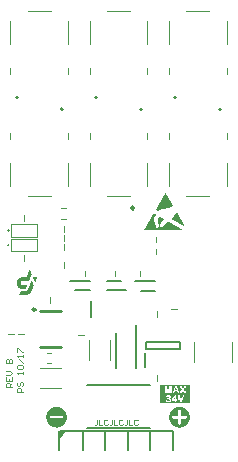
<source format=gto>
G04*
G04 #@! TF.GenerationSoftware,Altium Limited,Altium Designer,22.8.2 (66)*
G04*
G04 Layer_Color=65535*
%FSLAX44Y44*%
%MOMM*%
G71*
G04*
G04 #@! TF.SameCoordinates,D88EF3AF-AA8D-4CAB-B9DB-13285413298B*
G04*
G04*
G04 #@! TF.FilePolarity,Positive*
G04*
G01*
G75*
%ADD10C,0.2000*%
%ADD11C,0.2500*%
%ADD12C,0.1200*%
%ADD13C,0.2540*%
%ADD14C,0.1000*%
%ADD15C,0.1500*%
G36*
X139909Y219226D02*
X139927Y219207D01*
X139939Y219183D01*
X139958Y219164D01*
X139976Y219158D01*
X139988Y219072D01*
X140007Y219054D01*
X140031Y219042D01*
X140050Y218950D01*
X140093Y218919D01*
X140117Y218882D01*
X140142Y218870D01*
X140160Y218851D01*
X140154Y218796D01*
X140167Y218771D01*
X140191Y218759D01*
X140209Y218741D01*
X140222Y218667D01*
X140314Y218575D01*
X140332Y218569D01*
X140344Y218483D01*
X140363Y218465D01*
X140387Y218452D01*
X140406Y218360D01*
X140443Y218336D01*
X140455Y218299D01*
X140443Y218274D01*
X140473Y218231D01*
X140498Y218219D01*
X140535Y218170D01*
X140559Y218158D01*
X140578Y218065D01*
X140621Y218035D01*
X140633Y217949D01*
X140658Y217936D01*
X140688Y217906D01*
X140701Y217832D01*
X140719Y217814D01*
X140737Y217808D01*
X140750Y217759D01*
X140737Y217746D01*
X140768Y217703D01*
X140854Y217691D01*
X140872Y217599D01*
X140891Y217581D01*
X140915Y217568D01*
X140934Y217476D01*
X140983Y217439D01*
X140995Y217353D01*
X141044Y217316D01*
X141038Y217261D01*
X141051Y217237D01*
X141094Y217218D01*
X141106Y217132D01*
X141186Y217052D01*
X141210Y217040D01*
X141229Y216948D01*
X141247Y216930D01*
X141271Y216917D01*
X141296Y216881D01*
X141321Y216868D01*
X141339Y216825D01*
X141327Y216801D01*
X141357Y216758D01*
X141382Y216746D01*
X141400Y216653D01*
X141443Y216623D01*
X141456Y216537D01*
X141480Y216525D01*
X141572Y216432D01*
X141585Y216359D01*
X141603Y216340D01*
X141621Y216334D01*
X141634Y216297D01*
X141621Y216261D01*
X141652Y216230D01*
X141677Y216218D01*
X141695Y216126D01*
X141713Y216107D01*
X141738Y216095D01*
X141763Y216058D01*
X141787Y216046D01*
X141806Y216027D01*
X141818Y215941D01*
X141861Y215911D01*
X141873Y215825D01*
X141898Y215812D01*
X141959Y215751D01*
X141978Y215745D01*
X141990Y215659D01*
X142008Y215641D01*
X142033Y215628D01*
X142051Y215536D01*
X142070Y215518D01*
X142094Y215506D01*
X142113Y215413D01*
X142156Y215383D01*
X142174Y215291D01*
X142217Y215260D01*
X142229Y215235D01*
X142254Y215223D01*
X142272Y215205D01*
X142284Y215119D01*
X142327Y215088D01*
X142395Y215020D01*
X142407Y214947D01*
X142426Y214928D01*
X142450Y214916D01*
X142469Y214824D01*
X142506Y214799D01*
X142518Y214763D01*
X142506Y214726D01*
X142536Y214695D01*
X142561Y214683D01*
X142579Y214591D01*
X142622Y214560D01*
X142640Y214542D01*
X142647Y214523D01*
X142671Y214511D01*
X142690Y214492D01*
X142696Y214413D01*
X142720Y214400D01*
X142751Y214370D01*
X142763Y214296D01*
X142843Y214216D01*
X142862Y214210D01*
X142874Y214124D01*
X142892Y214106D01*
X142917Y214093D01*
X142935Y214001D01*
X142978Y213971D01*
X142997Y213879D01*
X143040Y213848D01*
X143064Y213811D01*
X143089Y213799D01*
X143107Y213780D01*
X143095Y213731D01*
X143113Y213701D01*
X143156Y213682D01*
X143168Y213596D01*
X143248Y213516D01*
X143273Y213504D01*
X143291Y213412D01*
X143310Y213394D01*
X143334Y213381D01*
X143353Y213289D01*
X143390Y213265D01*
X143402Y213228D01*
X143390Y213203D01*
X143408Y213173D01*
X143433Y213160D01*
X143451Y213142D01*
X143463Y213056D01*
X143506Y213025D01*
X143574Y212958D01*
X143580Y212878D01*
X143623Y212859D01*
X143647Y212761D01*
X143666Y212743D01*
X143684Y212737D01*
X143696Y212712D01*
X143715Y212694D01*
X143740Y212681D01*
X143758Y212589D01*
X143776Y212571D01*
X143801Y212559D01*
X143819Y212467D01*
X143862Y212436D01*
X143875Y212350D01*
X143899Y212338D01*
X143930Y212307D01*
X143942Y212233D01*
X144022Y212153D01*
X144040Y212147D01*
X144052Y212061D01*
X144071Y212043D01*
X144095Y212031D01*
X144126Y211988D01*
X144163Y211963D01*
X144175Y211877D01*
X144218Y211847D01*
X144237Y211754D01*
X144274Y211730D01*
X144280Y211699D01*
X144274Y211668D01*
X144292Y211638D01*
X144335Y211619D01*
X144347Y211533D01*
X144378Y211503D01*
X144396Y211497D01*
X144409Y211411D01*
X144427Y211392D01*
X144452Y211380D01*
X144470Y211288D01*
X144562Y211269D01*
X144580Y211177D01*
X144599Y211159D01*
X144623Y211147D01*
X144642Y211055D01*
X144685Y211024D01*
X144703Y210932D01*
X144746Y210901D01*
X144759Y210815D01*
X144802Y210797D01*
X144826Y210699D01*
X144845Y210680D01*
X144863Y210674D01*
X144869Y210643D01*
X144863Y210600D01*
X144894Y210570D01*
X144918Y210557D01*
X144949Y210514D01*
X144986Y210490D01*
X144998Y210404D01*
X145041Y210373D01*
X145053Y210287D01*
X145078Y210275D01*
X145108Y210244D01*
X145121Y210170D01*
X145201Y210091D01*
X145219Y210085D01*
X145231Y209999D01*
X145250Y209980D01*
X145274Y209968D01*
X145305Y209925D01*
X145342Y209900D01*
X145354Y209814D01*
X145397Y209784D01*
X145415Y209692D01*
X145452Y209667D01*
X145465Y209581D01*
X145507Y209550D01*
X145520Y209477D01*
X145606Y209391D01*
X145630Y209379D01*
X145649Y209286D01*
X145667Y209268D01*
X145692Y209256D01*
X145710Y209164D01*
X145747Y209139D01*
X145753Y209108D01*
X145747Y209065D01*
X145765Y209047D01*
X145790Y209035D01*
X145821Y209004D01*
X145827Y208986D01*
X145851Y208973D01*
X145870Y208955D01*
X145882Y208869D01*
X145925Y208838D01*
X145937Y208752D01*
X145980Y208734D01*
X146005Y208636D01*
X146023Y208617D01*
X146042Y208611D01*
X146054Y208525D01*
X146072Y208507D01*
X146097Y208494D01*
X146115Y208403D01*
X146158Y208372D01*
X146171Y208286D01*
X146226Y208255D01*
X146214Y208218D01*
X146164Y208194D01*
X146152Y208108D01*
X146060Y208089D01*
X146029Y208046D01*
X145937Y208028D01*
X145919Y207936D01*
X145900Y207917D01*
X145821Y207911D01*
X145808Y207887D01*
X145778Y207856D01*
X145722Y207862D01*
X145624Y207764D01*
X145618Y207746D01*
X145532Y207733D01*
X145514Y207715D01*
X145501Y207690D01*
X145409Y207672D01*
X145372Y207623D01*
X145287Y207610D01*
X145250Y207561D01*
X145194Y207568D01*
X145170Y207555D01*
X145158Y207531D01*
X145139Y207512D01*
X145065Y207500D01*
X145035Y207469D01*
X145029Y207451D01*
X144881Y207439D01*
X144863Y207420D01*
X144851Y207396D01*
X144814Y207371D01*
X144802Y207346D01*
X144783Y207328D01*
X144697Y207316D01*
X144667Y207273D01*
X144611Y207267D01*
X144574Y207279D01*
X144537Y207267D01*
X144507Y207236D01*
X144501Y207218D01*
X144415Y207205D01*
X144396Y207187D01*
X144384Y207162D01*
X144292Y207144D01*
X144274Y207125D01*
X144261Y207101D01*
X144114Y207089D01*
X144102Y207064D01*
X144071Y207033D01*
X143967Y207040D01*
X143924Y207009D01*
X143911Y206984D01*
X143862Y206972D01*
X143789Y206984D01*
X143746Y206954D01*
X143733Y206929D01*
X143660Y206917D01*
X143635Y206905D01*
X143623Y206880D01*
X143604Y206861D01*
X143408Y206849D01*
X143377Y206806D01*
X143230Y206794D01*
X143218Y206769D01*
X143187Y206739D01*
X143083Y206745D01*
X143046Y206720D01*
X143033Y206696D01*
X142978Y206677D01*
X142935Y206684D01*
X142892Y206677D01*
X142855Y206690D01*
X142812Y206671D01*
X142800Y206647D01*
X142782Y206628D01*
X142745Y206616D01*
X142708Y206628D01*
X142585Y206616D01*
X142567Y206598D01*
X142555Y206573D01*
X142420Y206561D01*
X142364Y206506D01*
X142106Y206493D01*
X142076Y206450D01*
X141818Y206438D01*
X141775Y206383D01*
X141695Y206389D01*
X141652Y206383D01*
X141615Y206395D01*
X141591Y206383D01*
X141560Y206352D01*
X141554Y206334D01*
X141505Y206321D01*
X141468Y206334D01*
X141284Y206321D01*
X141247Y206272D01*
X140940Y206260D01*
X140891Y206211D01*
X140633Y206199D01*
X140602Y206155D01*
X140283Y206143D01*
X140240Y206088D01*
X140148Y206094D01*
X139945Y206088D01*
X139909Y206100D01*
X139866Y206082D01*
X139847Y206039D01*
X139792Y206033D01*
X139540Y206039D01*
X139497Y205996D01*
X139491Y205977D01*
X139110Y205965D01*
X139092Y205947D01*
X139080Y205922D01*
X138693Y205904D01*
X138675Y205885D01*
X138662Y205861D01*
X138343Y205849D01*
X138300Y205793D01*
X138208Y205800D01*
X138006Y205793D01*
X137969Y205806D01*
X137913Y205775D01*
X137901Y205750D01*
X137858Y205732D01*
X137821Y205744D01*
X137576Y205732D01*
X137545Y205689D01*
X137226Y205677D01*
X137183Y205621D01*
X136925Y205609D01*
X136888Y205560D01*
X136630Y205548D01*
X136612Y205529D01*
X136606Y205511D01*
X136557Y205499D01*
X136501Y205505D01*
X136409Y205499D01*
X136372Y205511D01*
X136348Y205499D01*
X136317Y205468D01*
X136311Y205450D01*
X136262Y205437D01*
X136213Y205450D01*
X136164Y205437D01*
X136145Y205419D01*
X136133Y205394D01*
X135937Y205382D01*
X135912Y205357D01*
X135900Y205333D01*
X135808Y205314D01*
X135789Y205296D01*
X135777Y205271D01*
X135697Y205265D01*
X135673Y205278D01*
X135617Y205247D01*
X135605Y205222D01*
X135587Y205204D01*
X135476Y205216D01*
X135433Y205173D01*
X135427Y205155D01*
X135341Y205143D01*
X135323Y205124D01*
X135310Y205100D01*
X135218Y205081D01*
X135200Y205063D01*
X135188Y205038D01*
X135096Y205020D01*
X135065Y204977D01*
X134979Y204965D01*
X134967Y204940D01*
X134887Y204860D01*
X134813Y204848D01*
X134782Y204817D01*
X134776Y204799D01*
X134690Y204786D01*
X134672Y204768D01*
X134660Y204682D01*
X134567Y204664D01*
X134549Y204645D01*
X134543Y204627D01*
X134518Y204615D01*
X134488Y204584D01*
X134482Y204566D01*
X134457Y204553D01*
X134439Y204535D01*
X134426Y204510D01*
X134383Y204480D01*
X134359Y204443D01*
X134334Y204430D01*
X134316Y204412D01*
X134310Y204394D01*
X134285Y204381D01*
X134255Y204351D01*
X134248Y204332D01*
X134224Y204320D01*
X134205Y204301D01*
X134193Y204277D01*
X134150Y204246D01*
X134138Y204160D01*
X134113Y204148D01*
X133849Y203884D01*
X133837Y203749D01*
X133819Y203731D01*
X133714Y203737D01*
X133647Y203731D01*
X133616Y203761D01*
X133604Y203786D01*
X133512Y203804D01*
X133493Y203823D01*
X133481Y203847D01*
X133389Y203866D01*
X133358Y203909D01*
X133272Y203921D01*
X133260Y203945D01*
X133229Y203976D01*
X133149Y203982D01*
X133131Y204025D01*
X133100Y204031D01*
X133057Y204025D01*
X133027Y204056D01*
X133014Y204081D01*
X132922Y204099D01*
X132904Y204117D01*
X132892Y204142D01*
X132855Y204166D01*
X132843Y204191D01*
X132824Y204209D01*
X132738Y204222D01*
X132707Y204265D01*
X132621Y204277D01*
X132609Y204301D01*
X132529Y204381D01*
X132456Y204394D01*
X132437Y204412D01*
X132425Y204437D01*
X132333Y204455D01*
X132315Y204473D01*
X132308Y204492D01*
X132284Y204504D01*
X132253Y204535D01*
X132247Y204553D01*
X132222Y204566D01*
X132204Y204584D01*
X132192Y204608D01*
X132161Y204627D01*
X132124Y204615D01*
X132100Y204627D01*
X132081Y204645D01*
X132069Y204670D01*
X131977Y204688D01*
X131946Y204731D01*
X131909Y204756D01*
X131897Y204780D01*
X131879Y204799D01*
X131854Y204811D01*
X131823Y204854D01*
X131737Y204866D01*
X131725Y204915D01*
X131737Y204928D01*
X131694Y204983D01*
X131676Y204989D01*
X131664Y205038D01*
X131682Y205081D01*
X131707Y205093D01*
X131737Y205124D01*
X131744Y205143D01*
X131768Y205155D01*
X131786Y205173D01*
X131799Y205210D01*
X131786Y205247D01*
X131799Y205308D01*
X131879Y205388D01*
X131903Y205400D01*
X131922Y205492D01*
X131971Y205529D01*
X131983Y205615D01*
X132020Y205640D01*
X132032Y205664D01*
X132051Y205683D01*
X132075Y205695D01*
X132093Y205787D01*
X132143Y205824D01*
X132149Y205904D01*
X132173Y205916D01*
X132204Y205947D01*
X132216Y206021D01*
X132235Y206039D01*
X132253Y206045D01*
X132278Y206143D01*
X132315Y206168D01*
X132327Y206192D01*
X132345Y206211D01*
X132370Y206223D01*
X132388Y206315D01*
X132407Y206334D01*
X132431Y206346D01*
X132450Y206438D01*
X132493Y206469D01*
X132505Y206555D01*
X132548Y206573D01*
X132572Y206671D01*
X132652Y206751D01*
X132670Y206757D01*
X132683Y206843D01*
X132701Y206861D01*
X132726Y206874D01*
X132744Y206966D01*
X132793Y207003D01*
X132806Y207089D01*
X132855Y207125D01*
X132861Y207205D01*
X132885Y207218D01*
X133027Y207359D01*
X133039Y207432D01*
X133057Y207451D01*
X133082Y207463D01*
X133100Y207555D01*
X133143Y207586D01*
X133162Y207678D01*
X133198Y207703D01*
X133211Y207789D01*
X133254Y207819D01*
X133272Y207911D01*
X133315Y207942D01*
X133383Y208009D01*
X133395Y208083D01*
X133413Y208102D01*
X133432Y208108D01*
X133444Y208157D01*
X133432Y208169D01*
X133462Y208212D01*
X133487Y208224D01*
X133518Y208267D01*
X133555Y208292D01*
X133567Y208378D01*
X133585Y208396D01*
X133610Y208409D01*
X133628Y208501D01*
X133677Y208538D01*
X133684Y208617D01*
X133708Y208630D01*
X133739Y208660D01*
X133733Y208703D01*
X133763Y208746D01*
X133831Y208814D01*
X133849Y208820D01*
X133862Y208906D01*
X133880Y208924D01*
X133904Y208937D01*
X133923Y209029D01*
X133966Y209059D01*
X133990Y209096D01*
X134015Y209108D01*
X134033Y209127D01*
X134027Y209182D01*
X134052Y209219D01*
X134076Y209231D01*
X134089Y209305D01*
X134101Y209329D01*
X134144Y209348D01*
X134156Y209434D01*
X134236Y209514D01*
X134261Y209526D01*
X134279Y209618D01*
X134328Y209655D01*
X134322Y209710D01*
X134347Y209747D01*
X134371Y209759D01*
X134389Y209851D01*
X134439Y209888D01*
X134451Y209913D01*
X134500Y209949D01*
X134506Y210029D01*
X134531Y210042D01*
X134561Y210072D01*
X134567Y210152D01*
X134611Y210170D01*
X134623Y210220D01*
X134611Y210232D01*
X134641Y210275D01*
X134666Y210287D01*
X134684Y210379D01*
X134703Y210398D01*
X134727Y210410D01*
X134764Y210459D01*
X134789Y210471D01*
X134807Y210563D01*
X134850Y210594D01*
X134874Y210631D01*
X134899Y210643D01*
X134917Y210662D01*
X134911Y210717D01*
X134924Y210742D01*
X134967Y210760D01*
X134979Y210846D01*
X135010Y210877D01*
X135028Y210883D01*
X135040Y210969D01*
X135059Y210987D01*
X135083Y210999D01*
X135102Y211091D01*
X135151Y211128D01*
X135163Y211214D01*
X135212Y211251D01*
X135218Y211269D01*
X135243Y211282D01*
X135274Y211312D01*
X135280Y211331D01*
X135304Y211343D01*
X135323Y211362D01*
X135335Y211448D01*
X135384Y211484D01*
X135396Y211558D01*
X135415Y211576D01*
X135439Y211589D01*
X135458Y211681D01*
X135476Y211699D01*
X135495Y211705D01*
X135507Y211754D01*
X135495Y211767D01*
X135525Y211810D01*
X135550Y211822D01*
X135568Y211914D01*
X135611Y211945D01*
X135630Y212037D01*
X135673Y212068D01*
X135801Y212197D01*
X135795Y212252D01*
X135808Y212276D01*
X135851Y212295D01*
X135863Y212381D01*
X135881Y212399D01*
X135906Y212411D01*
X135924Y212503D01*
X135931Y212510D01*
X135973Y212540D01*
X135986Y212626D01*
X136029Y212657D01*
X136041Y212743D01*
X136066Y212755D01*
X136145Y212835D01*
X136158Y212909D01*
X136250Y213001D01*
X136268Y213007D01*
X136280Y213093D01*
X136299Y213111D01*
X136323Y213123D01*
X136342Y213216D01*
X136391Y213252D01*
X136385Y213308D01*
X136409Y213344D01*
X136434Y213357D01*
X136446Y213430D01*
X136458Y213455D01*
X136483Y213467D01*
X136563Y213547D01*
X136569Y213627D01*
X136612Y213645D01*
X136636Y213743D01*
X136655Y213762D01*
X136673Y213768D01*
X136686Y213805D01*
X136673Y213829D01*
X136704Y213872D01*
X136728Y213885D01*
X136759Y213928D01*
X136796Y213952D01*
X136808Y214038D01*
X136851Y214069D01*
X136876Y214106D01*
X136900Y214118D01*
X136919Y214136D01*
X136925Y214216D01*
X136950Y214228D01*
X136980Y214259D01*
X136974Y214314D01*
X136986Y214339D01*
X137029Y214357D01*
X137042Y214443D01*
X137060Y214462D01*
X137085Y214474D01*
X137103Y214566D01*
X137121Y214585D01*
X137146Y214597D01*
X137164Y214689D01*
X137207Y214720D01*
X137232Y214757D01*
X137256Y214769D01*
X137275Y214787D01*
X137287Y214812D01*
X137324Y214836D01*
X137336Y214922D01*
X137379Y214953D01*
X137392Y215039D01*
X137447Y215070D01*
X137459Y215156D01*
X137478Y215174D01*
X137502Y215186D01*
X137521Y215278D01*
X137557Y215303D01*
X137570Y215340D01*
X137557Y215364D01*
X137588Y215407D01*
X137613Y215420D01*
X137631Y215438D01*
X137637Y215456D01*
X137662Y215469D01*
X137680Y215487D01*
X137692Y215512D01*
X137741Y215548D01*
X137754Y215634D01*
X137803Y215671D01*
X137809Y215751D01*
X137852Y215769D01*
X137864Y215806D01*
X137852Y215843D01*
X137883Y215874D01*
X137907Y215886D01*
X137926Y215978D01*
X137944Y215997D01*
X137969Y216009D01*
X137987Y216101D01*
X138036Y216138D01*
X138048Y216224D01*
X138140Y216242D01*
X138159Y216261D01*
X138147Y216310D01*
X138165Y216340D01*
X138190Y216353D01*
X138208Y216371D01*
X138220Y216457D01*
X138270Y216482D01*
X138282Y216567D01*
X138300Y216586D01*
X138325Y216598D01*
X138343Y216690D01*
X138386Y216721D01*
X138405Y216813D01*
X138441Y216838D01*
X138454Y216875D01*
X138441Y216899D01*
X138460Y216930D01*
X138509Y216942D01*
X138521Y216930D01*
X138564Y216960D01*
X138576Y217046D01*
X138619Y217077D01*
X138632Y217163D01*
X138675Y217181D01*
X138699Y217280D01*
X138718Y217298D01*
X138736Y217304D01*
X138748Y217341D01*
X138736Y217378D01*
X138767Y217409D01*
X138791Y217421D01*
X138810Y217513D01*
X138853Y217544D01*
X138877Y217581D01*
X138902Y217593D01*
X138920Y217611D01*
X138933Y217697D01*
X138975Y217728D01*
X138988Y217752D01*
X139012Y217765D01*
X139043Y217795D01*
X139031Y217845D01*
X139049Y217875D01*
X139092Y217894D01*
X139104Y217980D01*
X139123Y217998D01*
X139147Y218010D01*
X139166Y218102D01*
X139184Y218121D01*
X139209Y218133D01*
X139233Y218170D01*
X139258Y218182D01*
X139276Y218200D01*
X139289Y218286D01*
X139325Y218311D01*
X139332Y218342D01*
X139325Y218372D01*
X139344Y218403D01*
X139368Y218415D01*
X139387Y218434D01*
X139399Y218507D01*
X139510Y218618D01*
X139522Y218692D01*
X139540Y218710D01*
X139565Y218722D01*
X139583Y218814D01*
X139620Y218839D01*
X139632Y218864D01*
X139651Y218882D01*
X139675Y218894D01*
X139694Y218986D01*
X139737Y219017D01*
X139755Y219109D01*
X139798Y219140D01*
X139853Y219195D01*
X139866Y219220D01*
X139884Y219238D01*
X139909Y219226D01*
D02*
G37*
G36*
X149633Y202429D02*
X149651Y202337D01*
X149731Y202257D01*
X149756Y202245D01*
X149774Y202153D01*
X149811Y202128D01*
X149823Y202091D01*
X149811Y202067D01*
X149842Y202024D01*
X149866Y202012D01*
X149885Y201919D01*
X149928Y201889D01*
X149946Y201870D01*
X149952Y201852D01*
X149977Y201840D01*
X149995Y201821D01*
X150001Y201742D01*
X150026Y201729D01*
X150057Y201698D01*
X150069Y201625D01*
X150087Y201606D01*
X150106Y201600D01*
X150118Y201576D01*
X150149Y201545D01*
X150167Y201539D01*
X150179Y201453D01*
X150198Y201434D01*
X150222Y201422D01*
X150241Y201330D01*
X150284Y201299D01*
X150302Y201207D01*
X150345Y201177D01*
X150364Y201085D01*
X150462Y201072D01*
X150474Y200974D01*
X150523Y200949D01*
X150535Y200864D01*
X150554Y200845D01*
X150578Y200833D01*
X150597Y200741D01*
X150615Y200722D01*
X150640Y200710D01*
X150658Y200618D01*
X150701Y200587D01*
X150726Y200550D01*
X150750Y200538D01*
X150769Y200446D01*
X150812Y200415D01*
X150830Y200323D01*
X150873Y200293D01*
X150885Y200219D01*
X150910Y200194D01*
X150934Y200182D01*
X150953Y200090D01*
X150990Y200065D01*
X151002Y200041D01*
X151020Y200023D01*
X151045Y200010D01*
X151063Y199918D01*
X151082Y199900D01*
X151106Y199888D01*
X151131Y199851D01*
X151156Y199838D01*
X151174Y199820D01*
X151186Y199734D01*
X151229Y199703D01*
X151242Y199617D01*
X151285Y199599D01*
X151297Y199562D01*
X151285Y199525D01*
X151327Y199482D01*
X151346Y199476D01*
X151358Y199390D01*
X151377Y199372D01*
X151401Y199359D01*
X151419Y199267D01*
X151462Y199237D01*
X151487Y199200D01*
X151512Y199188D01*
X151530Y199169D01*
X151542Y199145D01*
X151579Y199120D01*
X151591Y199083D01*
X151579Y199059D01*
X151598Y199028D01*
X151622Y199016D01*
X151641Y198997D01*
X151653Y198911D01*
X151702Y198887D01*
X151714Y198801D01*
X151733Y198782D01*
X151757Y198770D01*
X151776Y198678D01*
X151794Y198660D01*
X151819Y198647D01*
X151837Y198555D01*
X151880Y198525D01*
X151904Y198488D01*
X151929Y198475D01*
X151947Y198383D01*
X151990Y198353D01*
X152009Y198334D01*
X152015Y198316D01*
X152040Y198304D01*
X152058Y198285D01*
X152064Y198205D01*
X152089Y198193D01*
X152119Y198162D01*
X152126Y198083D01*
X152169Y198064D01*
X152181Y198027D01*
X152169Y197990D01*
X152199Y197960D01*
X152224Y197948D01*
X152242Y197855D01*
X152261Y197837D01*
X152285Y197825D01*
X152310Y197788D01*
X152334Y197776D01*
X152353Y197757D01*
X152365Y197671D01*
X152408Y197640D01*
X152420Y197555D01*
X152445Y197542D01*
X152525Y197463D01*
X152537Y197389D01*
X152555Y197370D01*
X152580Y197358D01*
X152598Y197266D01*
X152617Y197248D01*
X152641Y197235D01*
X152660Y197143D01*
X152703Y197113D01*
X152727Y197076D01*
X152752Y197063D01*
X152770Y197020D01*
X152758Y196996D01*
X152789Y196953D01*
X152813Y196941D01*
X152831Y196849D01*
X152874Y196818D01*
X152887Y196744D01*
X152973Y196658D01*
X152991Y196652D01*
X153016Y196554D01*
X153053Y196529D01*
X153059Y196499D01*
X153053Y196456D01*
X153083Y196425D01*
X153108Y196413D01*
X153145Y196364D01*
X153169Y196351D01*
X153188Y196259D01*
X153237Y196222D01*
X153243Y196143D01*
X153267Y196130D01*
X153298Y196100D01*
X153304Y196020D01*
X153347Y196001D01*
X153359Y195965D01*
X153347Y195928D01*
X153378Y195897D01*
X153403Y195885D01*
X153433Y195842D01*
X153470Y195817D01*
X153482Y195731D01*
X153525Y195700D01*
X153550Y195664D01*
X153574Y195651D01*
X153593Y195633D01*
X153605Y195547D01*
X153642Y195522D01*
X153648Y195492D01*
X153642Y195461D01*
X153660Y195430D01*
X153703Y195412D01*
X153716Y195326D01*
X153746Y195295D01*
X153765Y195289D01*
X153777Y195203D01*
X153795Y195185D01*
X153820Y195173D01*
X153838Y195081D01*
X153888Y195044D01*
X153900Y195019D01*
X153937Y194995D01*
X153949Y194970D01*
X153967Y194952D01*
X153992Y194939D01*
X154010Y194847D01*
X154053Y194816D01*
X154072Y194724D01*
X154115Y194694D01*
X154127Y194608D01*
X154170Y194589D01*
X154194Y194491D01*
X154213Y194473D01*
X154231Y194467D01*
X154237Y194436D01*
X154231Y194393D01*
X154262Y194362D01*
X154286Y194350D01*
X154305Y194258D01*
X154348Y194227D01*
X154373Y194190D01*
X154397Y194178D01*
X154415Y194160D01*
X154428Y194135D01*
X154471Y194104D01*
X154483Y194018D01*
X154508Y194006D01*
X154526Y193988D01*
X154538Y193914D01*
X154569Y193883D01*
X154587Y193877D01*
X154600Y193791D01*
X154618Y193773D01*
X154643Y193761D01*
X154661Y193668D01*
X154704Y193638D01*
X154722Y193546D01*
X154765Y193515D01*
X154790Y193478D01*
X154815Y193466D01*
X154833Y193447D01*
X154839Y193429D01*
X154864Y193417D01*
X154882Y193398D01*
X154894Y193312D01*
X154937Y193282D01*
X154950Y193196D01*
X155005Y193165D01*
X155017Y193079D01*
X155035Y193061D01*
X155060Y193048D01*
X155078Y192956D01*
X155115Y192932D01*
X155128Y192846D01*
X155189Y192797D01*
X155195Y192778D01*
X155220Y192766D01*
X155238Y192748D01*
X155250Y192662D01*
X155300Y192625D01*
X155306Y192545D01*
X155330Y192533D01*
X155392Y192471D01*
X155410Y192465D01*
X155422Y192379D01*
X155441Y192361D01*
X155465Y192349D01*
X155484Y192257D01*
X155502Y192238D01*
X155527Y192226D01*
X155551Y192189D01*
X155576Y192177D01*
X155594Y192158D01*
X155606Y192072D01*
X155655Y192036D01*
X155649Y191980D01*
X155662Y191956D01*
X155686Y191943D01*
X155705Y191925D01*
X155717Y191851D01*
X155809Y191759D01*
X155828Y191753D01*
X155840Y191667D01*
X155858Y191649D01*
X155883Y191636D01*
X155901Y191544D01*
X155944Y191514D01*
X155950Y191471D01*
X155938Y191458D01*
X155969Y191415D01*
X155993Y191403D01*
X156012Y191385D01*
X156024Y191360D01*
X156061Y191336D01*
X156073Y191250D01*
X156116Y191219D01*
X156128Y191133D01*
X156184Y191102D01*
X156196Y191016D01*
X156214Y190998D01*
X156233Y190992D01*
X156245Y190967D01*
X156276Y190937D01*
X156294Y190930D01*
X156306Y190844D01*
X156325Y190826D01*
X156349Y190814D01*
X156368Y190722D01*
X156386Y190703D01*
X156411Y190691D01*
X156417Y190623D01*
X156386Y190593D01*
X156312Y190605D01*
X156282Y190648D01*
X156245Y190673D01*
X156233Y190697D01*
X156214Y190716D01*
X156128Y190728D01*
X156104Y190765D01*
X156073Y190771D01*
X156042Y190765D01*
X156012Y190783D01*
X155999Y190808D01*
X155981Y190826D01*
X155907Y190838D01*
X155877Y190869D01*
X155870Y190888D01*
X155785Y190900D01*
X155766Y190918D01*
X155760Y190937D01*
X155735Y190949D01*
X155705Y190980D01*
X155692Y191004D01*
X155600Y191022D01*
X155576Y191059D01*
X155545Y191066D01*
X155502Y191059D01*
X155471Y191090D01*
X155459Y191115D01*
X155367Y191133D01*
X155306Y191207D01*
X155207Y191305D01*
X155128Y191311D01*
X155109Y191354D01*
X155072Y191366D01*
X155035Y191354D01*
X155005Y191385D01*
X154993Y191409D01*
X154900Y191428D01*
X154882Y191446D01*
X154870Y191471D01*
X154778Y191489D01*
X154747Y191532D01*
X154710Y191557D01*
X154698Y191581D01*
X154679Y191600D01*
X154600Y191606D01*
X154587Y191630D01*
X154557Y191661D01*
X154508Y191649D01*
X154477Y191667D01*
X154458Y191710D01*
X154373Y191722D01*
X154354Y191741D01*
X154342Y191765D01*
X154250Y191784D01*
X154231Y191802D01*
X154219Y191827D01*
X154182Y191851D01*
X154170Y191876D01*
X154151Y191894D01*
X154127Y191907D01*
X154102Y191943D01*
X154072Y191950D01*
X154029Y191943D01*
X153998Y191974D01*
X153986Y191999D01*
X153894Y192017D01*
X153863Y192060D01*
X153777Y192072D01*
X153746Y192128D01*
X153660Y192140D01*
X153642Y192158D01*
X153630Y192183D01*
X153538Y192201D01*
X153513Y192238D01*
X153476Y192250D01*
X153439Y192238D01*
X153409Y192269D01*
X153396Y192355D01*
X153304Y192373D01*
X153274Y192416D01*
X153188Y192428D01*
X153175Y192453D01*
X153145Y192484D01*
X153065Y192490D01*
X153046Y192533D01*
X153016Y192539D01*
X152973Y192533D01*
X152942Y192563D01*
X152930Y192588D01*
X152838Y192606D01*
X152819Y192625D01*
X152807Y192649D01*
X152715Y192668D01*
X152678Y192717D01*
X152654Y192729D01*
X152617Y192778D01*
X152592Y192791D01*
X152568Y192827D01*
X152537Y192834D01*
X152506Y192827D01*
X152476Y192846D01*
X152457Y192889D01*
X152371Y192901D01*
X152353Y192920D01*
X152340Y192944D01*
X152248Y192962D01*
X152230Y192981D01*
X152218Y193006D01*
X152126Y193024D01*
X152095Y193067D01*
X152003Y193085D01*
X151972Y193128D01*
X151947Y193141D01*
X151935Y193165D01*
X151917Y193183D01*
X151831Y193196D01*
X151800Y193239D01*
X151733Y193306D01*
X151659Y193319D01*
X151641Y193337D01*
X151628Y193361D01*
X151536Y193380D01*
X151512Y193417D01*
X151481Y193423D01*
X151438Y193417D01*
X151407Y193447D01*
X151395Y193472D01*
X151303Y193490D01*
X151272Y193533D01*
X151235Y193558D01*
X151223Y193582D01*
X151205Y193601D01*
X151125Y193607D01*
X151113Y193632D01*
X151082Y193662D01*
X151008Y193675D01*
X150928Y193755D01*
X150922Y193773D01*
X150836Y193785D01*
X150818Y193804D01*
X150806Y193828D01*
X150714Y193846D01*
X150683Y193890D01*
X150591Y193908D01*
X150560Y193951D01*
X150535Y193963D01*
X150523Y193988D01*
X150505Y194006D01*
X150474Y194012D01*
X150443Y194006D01*
X150413Y194025D01*
X150394Y194067D01*
X150308Y194080D01*
X150229Y194160D01*
X150216Y194184D01*
X150124Y194203D01*
X150106Y194221D01*
X150093Y194246D01*
X150001Y194264D01*
X149977Y194301D01*
X149946Y194307D01*
X149915Y194301D01*
X149885Y194319D01*
X149873Y194344D01*
X149854Y194362D01*
X149780Y194375D01*
X149670Y194485D01*
X149596Y194497D01*
X149578Y194516D01*
X149572Y194534D01*
X149547Y194546D01*
X149516Y194577D01*
X149510Y194596D01*
X149473Y194608D01*
X149437Y194596D01*
X149406Y194626D01*
X149394Y194651D01*
X149302Y194669D01*
X149283Y194688D01*
X149271Y194712D01*
X149179Y194731D01*
X149148Y194774D01*
X149062Y194786D01*
X149044Y194829D01*
X148945Y194853D01*
X148816Y194982D01*
X148804Y195007D01*
X148712Y195025D01*
X148694Y195044D01*
X148681Y195068D01*
X148589Y195087D01*
X148559Y195130D01*
X148473Y195142D01*
X148461Y195166D01*
X148442Y195185D01*
X148411Y195191D01*
X148381Y195185D01*
X148350Y195203D01*
X148331Y195246D01*
X148246Y195259D01*
X148166Y195338D01*
X148153Y195363D01*
X148061Y195381D01*
X148037Y195418D01*
X148012Y195430D01*
X147994Y195449D01*
X147982Y195473D01*
X147951Y195492D01*
X147914Y195480D01*
X147889Y195492D01*
X147871Y195510D01*
X147859Y195535D01*
X147767Y195553D01*
X147736Y195596D01*
X147650Y195609D01*
X147638Y195633D01*
X147607Y195664D01*
X147533Y195676D01*
X147515Y195694D01*
X147503Y195719D01*
X147411Y195737D01*
X147386Y195774D01*
X147362Y195786D01*
X147343Y195805D01*
X147331Y195830D01*
X147288Y195860D01*
X147263Y195897D01*
X147177Y195909D01*
X147147Y195952D01*
X147055Y195971D01*
X147024Y196014D01*
X146938Y196026D01*
X146919Y196069D01*
X146883Y196081D01*
X146846Y196069D01*
X146815Y196100D01*
X146803Y196124D01*
X146711Y196143D01*
X146692Y196161D01*
X146680Y196185D01*
X146637Y196216D01*
X146613Y196253D01*
X146527Y196265D01*
X146496Y196308D01*
X146410Y196321D01*
X146398Y196345D01*
X146367Y196376D01*
X146349Y196382D01*
X146336Y196406D01*
X146318Y196425D01*
X146244Y196437D01*
X146214Y196468D01*
X146207Y196486D01*
X146122Y196499D01*
X146103Y196517D01*
X146097Y196535D01*
X146072Y196548D01*
X146042Y196578D01*
X146029Y196603D01*
X145937Y196621D01*
X145925Y196646D01*
X145919Y196652D01*
X145888Y196670D01*
X145851Y196658D01*
X145827Y196670D01*
X145808Y196689D01*
X145796Y196714D01*
X145704Y196732D01*
X145673Y196775D01*
X145600Y196787D01*
X145514Y196873D01*
X145507Y196892D01*
X145409Y196916D01*
X145391Y196935D01*
X145385Y196953D01*
X145354Y196959D01*
X145311Y196953D01*
X145280Y196984D01*
X145268Y197008D01*
X145225Y197039D01*
X145201Y197076D01*
X145115Y197088D01*
X145084Y197131D01*
X144998Y197143D01*
X144986Y197168D01*
X144955Y197199D01*
X144875Y197205D01*
X144863Y197229D01*
X144814Y197278D01*
X144802Y197327D01*
X144820Y197358D01*
X144845Y197370D01*
X144875Y197401D01*
X144881Y197419D01*
X144906Y197432D01*
X144924Y197450D01*
X144937Y197536D01*
X145029Y197555D01*
X145047Y197573D01*
X145059Y197598D01*
X145108Y197634D01*
X145115Y197714D01*
X145139Y197726D01*
X145403Y197990D01*
X145409Y198070D01*
X145434Y198083D01*
X145483Y198132D01*
X145557Y198144D01*
X145587Y198175D01*
X145594Y198193D01*
X145618Y198205D01*
X145636Y198224D01*
X145649Y198297D01*
X145790Y198439D01*
X145808Y198445D01*
X145821Y198543D01*
X145919Y198555D01*
X145931Y198580D01*
X146023Y198672D01*
X146042Y198678D01*
X146054Y198727D01*
X146042Y198752D01*
X146085Y198795D01*
X146103Y198801D01*
X146115Y198825D01*
X146257Y198967D01*
X146275Y198973D01*
X146287Y198997D01*
X146318Y199028D01*
X146336Y199034D01*
X146349Y199059D01*
X146379Y199089D01*
X146398Y199095D01*
X146410Y199120D01*
X146551Y199261D01*
X146576Y199273D01*
X146594Y199366D01*
X146631Y199390D01*
X146643Y199415D01*
X146662Y199433D01*
X146748Y199445D01*
X146778Y199488D01*
X146815Y199513D01*
X146827Y199599D01*
X146870Y199630D01*
X146895Y199667D01*
X146919Y199679D01*
X146950Y199722D01*
X146987Y199746D01*
X146999Y199771D01*
X147018Y199789D01*
X147042Y199802D01*
X147073Y199844D01*
X147110Y199869D01*
X147122Y199894D01*
X147159Y199918D01*
X147171Y199943D01*
X147190Y199961D01*
X147214Y199973D01*
X147251Y200023D01*
X147276Y200035D01*
X147312Y200084D01*
X147337Y200096D01*
X147355Y200188D01*
X147398Y200219D01*
X147423Y200256D01*
X147448Y200268D01*
X147466Y200287D01*
X147478Y200311D01*
X147521Y200342D01*
X147546Y200379D01*
X147632Y200391D01*
X147650Y200483D01*
X147693Y200514D01*
X147718Y200550D01*
X147742Y200563D01*
X147761Y200581D01*
X147773Y200606D01*
X147816Y200636D01*
X147840Y200673D01*
X147865Y200686D01*
X147889Y200722D01*
X147914Y200735D01*
X147933Y200753D01*
X147945Y200839D01*
X148037Y200857D01*
X148055Y200876D01*
X148068Y200900D01*
X148117Y200937D01*
X148129Y200962D01*
X148166Y200986D01*
X148178Y201072D01*
X148221Y201103D01*
X148350Y201232D01*
X148362Y201257D01*
X148454Y201275D01*
X148473Y201367D01*
X148516Y201398D01*
X148706Y201588D01*
X148712Y201606D01*
X148737Y201619D01*
X148767Y201649D01*
X148774Y201668D01*
X148798Y201680D01*
X149001Y201883D01*
X149007Y201901D01*
X149031Y201913D01*
X149062Y201944D01*
X149068Y201963D01*
X149093Y201975D01*
X149123Y202006D01*
X149130Y202024D01*
X149154Y202036D01*
X149173Y202055D01*
X149185Y202141D01*
X149283Y202153D01*
X149295Y202251D01*
X149388Y202269D01*
X149406Y202288D01*
X149418Y202312D01*
X149467Y202349D01*
X149473Y202368D01*
X149498Y202380D01*
X149529Y202411D01*
X149535Y202429D01*
X149584Y202441D01*
X149633Y202429D01*
D02*
G37*
G36*
X129939Y201963D02*
X130043Y201969D01*
X130080Y201944D01*
X130092Y201919D01*
X130147Y201901D01*
X130197Y201913D01*
X130246Y201901D01*
X130270Y201852D01*
X130356Y201840D01*
X130374Y201821D01*
X130387Y201797D01*
X130479Y201778D01*
X130497Y201760D01*
X130510Y201735D01*
X130546Y201711D01*
X130559Y201686D01*
X130577Y201668D01*
X130663Y201656D01*
X130688Y201619D01*
X130737Y201606D01*
X130786Y201619D01*
X130823Y201606D01*
X130915Y201514D01*
X130921Y201496D01*
X131007Y201484D01*
X131025Y201465D01*
X131038Y201441D01*
X131130Y201422D01*
X131166Y201373D01*
X131252Y201361D01*
X131289Y201312D01*
X131314Y201299D01*
X131338Y201263D01*
X131424Y201250D01*
X131455Y201207D01*
X131529Y201195D01*
X131615Y201109D01*
X131621Y201091D01*
X131719Y201066D01*
X131737Y201048D01*
X131744Y201029D01*
X131768Y201017D01*
X131799Y200986D01*
X131805Y200968D01*
X131891Y200956D01*
X131909Y200937D01*
X131897Y200864D01*
X131879Y200845D01*
X131854Y200833D01*
X131836Y200741D01*
X131793Y200710D01*
X131780Y200575D01*
X131694Y200489D01*
X131676Y200483D01*
X131664Y200446D01*
X131676Y200409D01*
X131645Y200379D01*
X131621Y200366D01*
X131602Y200274D01*
X131584Y200256D01*
X131559Y200243D01*
X131529Y200201D01*
X131492Y200176D01*
X131480Y200090D01*
X131430Y200053D01*
X131424Y199973D01*
X131400Y199961D01*
X131369Y199930D01*
X131381Y199881D01*
X131363Y199851D01*
X131338Y199838D01*
X131277Y199777D01*
X131259Y199771D01*
X131246Y199685D01*
X131228Y199667D01*
X131209Y199660D01*
X131197Y199636D01*
X131166Y199605D01*
X131142Y199593D01*
X131124Y199501D01*
X131087Y199476D01*
X131074Y199439D01*
X131087Y199415D01*
X131056Y199372D01*
X131031Y199359D01*
X131013Y199267D01*
X130921Y199249D01*
X130903Y199231D01*
X130890Y199145D01*
X130847Y199114D01*
X130835Y199028D01*
X130792Y199010D01*
X130780Y198973D01*
X130792Y198936D01*
X130700Y198844D01*
X130675Y198832D01*
X130657Y198739D01*
X130639Y198721D01*
X130614Y198709D01*
X130589Y198672D01*
X130565Y198660D01*
X130546Y198641D01*
X130534Y198555D01*
X130491Y198525D01*
X130467Y198488D01*
X130442Y198475D01*
X130424Y198383D01*
X130381Y198353D01*
X130368Y198267D01*
X130344Y198254D01*
X130313Y198236D01*
X130301Y198150D01*
X130282Y198132D01*
X130264Y198125D01*
X130252Y198101D01*
X130221Y198070D01*
X130203Y198064D01*
X130190Y198027D01*
X130203Y197990D01*
X130172Y197960D01*
X130147Y197948D01*
X130129Y197855D01*
X130111Y197837D01*
X130086Y197825D01*
X130068Y197733D01*
X130025Y197702D01*
X130012Y197567D01*
X129988Y197542D01*
X129969Y197536D01*
X129957Y197487D01*
X129969Y197094D01*
X129988Y197076D01*
X130012Y197063D01*
X130031Y196677D01*
X130049Y196658D01*
X130074Y196646D01*
X130086Y196388D01*
X130111Y196364D01*
X130135Y196351D01*
X130147Y196081D01*
X130190Y196063D01*
X130203Y196014D01*
X130197Y195971D01*
X130203Y195928D01*
X130190Y195891D01*
X130221Y195836D01*
X130246Y195823D01*
X130264Y195768D01*
X130252Y195731D01*
X130264Y195621D01*
X130282Y195602D01*
X130307Y195590D01*
X130319Y195332D01*
X130356Y195295D01*
X130374Y195289D01*
X130387Y195142D01*
X130405Y195124D01*
X130430Y195111D01*
X130436Y194896D01*
X130424Y194884D01*
X130467Y194829D01*
X130485Y194823D01*
X130497Y194774D01*
X130491Y194731D01*
X130497Y194688D01*
X130485Y194651D01*
X130503Y194608D01*
X130528Y194596D01*
X130546Y194577D01*
X130559Y194528D01*
X130546Y194491D01*
X130559Y194442D01*
X130577Y194424D01*
X130602Y194411D01*
X130614Y194203D01*
X130669Y194160D01*
X130681Y193963D01*
X130700Y193945D01*
X130724Y193932D01*
X130731Y193853D01*
X130718Y193828D01*
X130749Y193773D01*
X130774Y193761D01*
X130792Y193742D01*
X130786Y193662D01*
X130792Y193632D01*
X130780Y193595D01*
X130810Y193540D01*
X130835Y193527D01*
X130853Y193472D01*
X130841Y193435D01*
X130853Y193325D01*
X130884Y193294D01*
X130903Y193288D01*
X130915Y193141D01*
X130933Y193122D01*
X130958Y193110D01*
X130970Y192901D01*
X130995Y192889D01*
X131025Y192858D01*
X131019Y192754D01*
X131044Y192717D01*
X131068Y192705D01*
X131087Y192649D01*
X131074Y192576D01*
X131093Y192545D01*
X131117Y192533D01*
X131136Y192514D01*
X131148Y192465D01*
X131136Y192428D01*
X131148Y192379D01*
X131166Y192361D01*
X131191Y192349D01*
X131203Y192140D01*
X131259Y192097D01*
X131271Y191962D01*
X131289Y191943D01*
X131314Y191931D01*
X131320Y191851D01*
X131308Y191814D01*
X131338Y191772D01*
X131363Y191759D01*
X131381Y191741D01*
X131369Y191630D01*
X131388Y191600D01*
X131430Y191581D01*
X131443Y191520D01*
X131430Y191483D01*
X131443Y191434D01*
X131461Y191415D01*
X131486Y191403D01*
X131504Y191311D01*
X131553Y191274D01*
X131559Y191133D01*
X131584Y191121D01*
X131615Y191090D01*
X131627Y191016D01*
X131645Y190998D01*
X131664Y190992D01*
X131676Y190943D01*
X131664Y190869D01*
X131694Y190826D01*
X131719Y190814D01*
X131737Y190722D01*
X131780Y190691D01*
X131799Y190599D01*
X131848Y190574D01*
X131860Y190488D01*
X131879Y190470D01*
X131903Y190458D01*
X131922Y190366D01*
X131958Y190341D01*
X131971Y190292D01*
X131958Y190243D01*
X131971Y190194D01*
X132014Y190163D01*
X132032Y190145D01*
X132038Y190126D01*
X132063Y190114D01*
X132093Y190083D01*
X132100Y190065D01*
X132124Y190053D01*
X132143Y190034D01*
X132149Y189954D01*
X132173Y189942D01*
X132204Y189911D01*
X132210Y189893D01*
X132308Y189868D01*
X132327Y189850D01*
X132333Y189832D01*
X132370Y189819D01*
X132407Y189832D01*
X132437Y189801D01*
X132450Y189776D01*
X132542Y189758D01*
X132578Y189709D01*
X132836Y189697D01*
X132855Y189678D01*
X132867Y189653D01*
X133180Y189647D01*
X133198Y189666D01*
X133211Y189690D01*
X133229Y189709D01*
X133364Y189721D01*
X133383Y189739D01*
X133389Y189758D01*
X133487Y189782D01*
X133505Y189801D01*
X133512Y189819D01*
X133561Y189832D01*
X133573Y189819D01*
X133616Y189850D01*
X133628Y189874D01*
X133671Y189905D01*
X133696Y189942D01*
X133720Y189954D01*
X133739Y189973D01*
X133733Y190028D01*
X133757Y190065D01*
X133782Y190077D01*
X133794Y190151D01*
X133806Y190175D01*
X133849Y190194D01*
X133862Y190280D01*
X133941Y190359D01*
X133960Y190366D01*
X133972Y190415D01*
X133966Y190482D01*
X133984Y190525D01*
X134033Y190562D01*
X134027Y190679D01*
X134040Y190703D01*
X134064Y190716D01*
X134095Y190746D01*
X134083Y190857D01*
X134113Y190888D01*
X134138Y190900D01*
X134150Y191158D01*
X134175Y191182D01*
X134199Y191194D01*
X134205Y192342D01*
X134187Y192361D01*
X134162Y192373D01*
X134144Y192391D01*
X134132Y192527D01*
X134113Y192545D01*
X134089Y192557D01*
X134083Y192686D01*
X134095Y192723D01*
X134076Y192766D01*
X134052Y192778D01*
X134033Y192797D01*
X134027Y192827D01*
X134033Y192858D01*
X133929Y192962D01*
X133911Y192969D01*
X133898Y193055D01*
X133880Y193073D01*
X133855Y193085D01*
X133849Y193116D01*
Y193128D01*
X133837Y193177D01*
X133794Y193208D01*
X133770Y193245D01*
X133745Y193257D01*
X133714Y193300D01*
X133677Y193325D01*
X133665Y193411D01*
X133622Y193441D01*
X133598Y193478D01*
X133512Y193490D01*
X133493Y193509D01*
X133481Y193533D01*
X133444Y193558D01*
X133432Y193582D01*
X133413Y193601D01*
X133389Y193613D01*
X133358Y193656D01*
X133321Y193681D01*
X133334Y197475D01*
X133352Y197493D01*
X133370Y197499D01*
X133383Y197524D01*
X133413Y197555D01*
X133438Y197567D01*
X133444Y197610D01*
X133432Y197622D01*
X133462Y197665D01*
X133487Y197677D01*
X133505Y197770D01*
X133567Y197819D01*
X133573Y197837D01*
X133598Y197849D01*
X133616Y197868D01*
X133622Y197948D01*
X133647Y197960D01*
X133677Y197990D01*
X133690Y198064D01*
X133831Y198205D01*
X133849Y198211D01*
X133862Y198297D01*
X133880Y198316D01*
X133904Y198328D01*
X133935Y198371D01*
X133972Y198396D01*
X133984Y198482D01*
X134027Y198512D01*
X134052Y198549D01*
X134076Y198561D01*
X134107Y198604D01*
X134144Y198629D01*
X134156Y198715D01*
X134199Y198746D01*
X134224Y198782D01*
X134248Y198795D01*
X134267Y198813D01*
X134279Y198838D01*
X134322Y198868D01*
X134328Y198911D01*
X134316Y198924D01*
X134334Y198954D01*
X134359Y198967D01*
X134672Y199280D01*
X134684Y199304D01*
X134727Y199310D01*
X134752Y199261D01*
X134789Y199249D01*
X134813Y199261D01*
X134844Y199243D01*
X134856Y199218D01*
X134874Y199200D01*
X134924Y199188D01*
X134960Y199200D01*
X135010Y199188D01*
X135089Y199108D01*
X135102Y199083D01*
X135194Y199065D01*
X135212Y199046D01*
X135218Y199028D01*
X135243Y199016D01*
X135274Y198985D01*
X135280Y198967D01*
X135304Y198954D01*
X135335Y198924D01*
X135341Y198905D01*
X135366Y198893D01*
X135384Y198874D01*
X135396Y198850D01*
X135488Y198832D01*
X135519Y198789D01*
X135611Y198770D01*
X135642Y198727D01*
X135709Y198721D01*
X135746Y198733D01*
X135814Y198678D01*
X135863Y198629D01*
X135869Y198610D01*
X135924Y198604D01*
X136004Y198610D01*
X136035Y198580D01*
X136047Y198555D01*
X136084Y198531D01*
X136096Y198506D01*
X136115Y198488D01*
X136201Y198475D01*
X136231Y198433D01*
X136317Y198420D01*
X136329Y198396D01*
X136409Y198316D01*
X136483Y198304D01*
X136501Y198285D01*
X136514Y198261D01*
X136606Y198242D01*
X136624Y198224D01*
X136636Y198199D01*
X136728Y198181D01*
X136759Y198138D01*
X136851Y198119D01*
X136882Y198076D01*
X136907Y198064D01*
X136919Y198040D01*
X136937Y198021D01*
X137023Y198009D01*
X137048Y197960D01*
X137134Y197948D01*
X137152Y197929D01*
X137164Y197904D01*
X137256Y197886D01*
X137275Y197868D01*
X137287Y197843D01*
X137379Y197825D01*
X137404Y197788D01*
X137428Y197776D01*
X137447Y197757D01*
X137459Y197733D01*
X137551Y197714D01*
X137582Y197671D01*
X137668Y197659D01*
X137680Y197634D01*
X137772Y197542D01*
X137846Y197530D01*
X137864Y197512D01*
X137870Y197493D01*
X137907Y197481D01*
X137944Y197493D01*
X137975Y197463D01*
X137987Y197438D01*
X138079Y197419D01*
X138098Y197401D01*
X138091Y197346D01*
X138116Y197309D01*
X138202Y197297D01*
X138239Y197248D01*
X138319Y197241D01*
X138331Y197217D01*
X138362Y197186D01*
X138380Y197180D01*
X138392Y197155D01*
X138423Y197125D01*
X138441Y197119D01*
X138454Y197094D01*
X138472Y197076D01*
X138497Y197063D01*
X138503Y196922D01*
X138484Y196904D01*
X138460Y196892D01*
X138441Y196873D01*
X138429Y196787D01*
X138337Y196769D01*
X138319Y196677D01*
X138300Y196658D01*
X138276Y196646D01*
X138251Y196609D01*
X138226Y196597D01*
X138208Y196578D01*
X138196Y196554D01*
X138153Y196523D01*
X138128Y196486D01*
X138104Y196474D01*
X138085Y196456D01*
X138073Y196431D01*
X138036Y196406D01*
X138024Y196321D01*
X137932Y196302D01*
X137913Y196284D01*
X137901Y196259D01*
X137858Y196229D01*
X137834Y196192D01*
X137809Y196179D01*
X137791Y196149D01*
X137803Y196112D01*
X137785Y196081D01*
X137760Y196069D01*
X137729Y196038D01*
X137723Y196020D01*
X137698Y196007D01*
X137668Y195977D01*
X137662Y195958D01*
X137637Y195946D01*
X137619Y195928D01*
X137613Y195909D01*
X137588Y195897D01*
X137557Y195866D01*
X137551Y195848D01*
X137527Y195836D01*
X137496Y195805D01*
X137490Y195786D01*
X137465Y195774D01*
X137435Y195744D01*
X137428Y195725D01*
X137404Y195713D01*
X137373Y195682D01*
X137367Y195664D01*
X137342Y195651D01*
X137324Y195633D01*
X137318Y195615D01*
X137293Y195602D01*
X137263Y195572D01*
X137256Y195553D01*
X137232Y195541D01*
X137201Y195510D01*
X137195Y195492D01*
X137171Y195480D01*
X137140Y195449D01*
X137134Y195430D01*
X137109Y195418D01*
X137091Y195400D01*
X137079Y195375D01*
X137036Y195345D01*
X137023Y195259D01*
X136999Y195246D01*
X136563Y194810D01*
X136551Y194737D01*
X136409Y194596D01*
X136391Y194589D01*
X136379Y194540D01*
X136391Y194528D01*
X136360Y194485D01*
X136336Y194473D01*
X136305Y194430D01*
X136268Y194405D01*
X136256Y194381D01*
X136237Y194362D01*
X136213Y194350D01*
X136182Y194307D01*
X136145Y194282D01*
X136133Y194196D01*
X136090Y194166D01*
X136066Y194129D01*
X136041Y194117D01*
X136023Y194025D01*
X135980Y193994D01*
X135961Y193976D01*
X135955Y193957D01*
X135931Y193945D01*
X135912Y193926D01*
X135900Y193840D01*
X135857Y193810D01*
X135844Y193724D01*
X135801Y193705D01*
X135789Y193656D01*
X135801Y193644D01*
X135771Y193601D01*
X135746Y193589D01*
X135728Y193497D01*
X135709Y193478D01*
X135685Y193466D01*
X135673Y193208D01*
X135648Y193183D01*
X135624Y193171D01*
X135611Y192619D01*
X135587Y192594D01*
X135568Y192588D01*
X135556Y192539D01*
X135550Y191428D01*
X135525Y191415D01*
X135495Y191385D01*
X135501Y191305D01*
X135495Y190537D01*
X135507Y190525D01*
X135495Y190488D01*
X135507Y190427D01*
X135550Y190396D01*
X135562Y190200D01*
X135587Y190175D01*
X135611Y190163D01*
X135630Y190071D01*
X135673Y190040D01*
X135697Y190003D01*
X135722Y189991D01*
X135740Y189973D01*
X135746Y189954D01*
X135771Y189942D01*
X135801Y189911D01*
X135808Y189893D01*
X135832Y189881D01*
X135851Y189862D01*
X135863Y189776D01*
X135955Y189758D01*
X135973Y189739D01*
X135986Y189715D01*
X136078Y189697D01*
X136109Y189653D01*
X136201Y189635D01*
X136231Y189592D01*
X136422Y189586D01*
X136458Y189598D01*
X136489Y189580D01*
X136508Y189537D01*
X136557Y189549D01*
X136575Y189568D01*
X136581Y189586D01*
X136630Y189598D01*
X136667Y189586D01*
X136778Y189598D01*
X136796Y189617D01*
X136808Y189641D01*
X136900Y189660D01*
X136919Y189678D01*
X136931Y189703D01*
X136974Y189733D01*
X136999Y189770D01*
X137085Y189782D01*
X137121Y189832D01*
X137146Y189844D01*
X137171Y189881D01*
X137195Y189893D01*
X137213Y189911D01*
X137226Y189936D01*
X137263Y189960D01*
X137275Y189985D01*
X137293Y190003D01*
X137318Y190016D01*
X137355Y190065D01*
X137379Y190077D01*
X137416Y190126D01*
X137471Y190120D01*
X137496Y190132D01*
X137508Y190157D01*
X137539Y190188D01*
X137557Y190194D01*
X137570Y190231D01*
X137557Y190267D01*
X137588Y190298D01*
X137613Y190310D01*
X137643Y190353D01*
X137680Y190378D01*
X137692Y190403D01*
X137711Y190421D01*
X137735Y190433D01*
X137754Y190525D01*
X137846Y190544D01*
X137864Y190574D01*
X137852Y190611D01*
X137883Y190654D01*
X137907Y190666D01*
X137926Y190758D01*
X137969Y190789D01*
X137987Y190808D01*
X137993Y190826D01*
X138018Y190838D01*
X138036Y190857D01*
X138048Y190930D01*
X138128Y191010D01*
X138147Y191016D01*
X138159Y191053D01*
X138147Y191090D01*
X138190Y191133D01*
X138208Y191139D01*
X138220Y191164D01*
X138239Y191182D01*
X138263Y191194D01*
X138282Y191287D01*
X138300Y191305D01*
X138325Y191317D01*
X138362Y191366D01*
X138380Y191372D01*
X138392Y191397D01*
X138411Y191415D01*
X138435Y191428D01*
X138472Y191477D01*
X138497Y191489D01*
X138515Y191581D01*
X138558Y191612D01*
X138583Y191649D01*
X138607Y191661D01*
X138625Y191679D01*
X138638Y191765D01*
X138730Y191784D01*
X138748Y191802D01*
X138761Y191827D01*
X138797Y191851D01*
X138810Y191937D01*
X138871Y191986D01*
X138877Y192005D01*
X138902Y192017D01*
X138920Y192036D01*
X138926Y192115D01*
X138951Y192128D01*
X138982Y192158D01*
X138988Y192177D01*
X139037Y192189D01*
X139092Y192195D01*
X139104Y192281D01*
X139276Y192453D01*
X139289Y192527D01*
X139307Y192545D01*
X139325Y192551D01*
X139338Y192576D01*
X139663Y192901D01*
X139682Y192907D01*
X139694Y192993D01*
X139712Y193012D01*
X139737Y193024D01*
X139774Y193073D01*
X139860Y193085D01*
X139878Y193177D01*
X139915Y193202D01*
X139927Y193227D01*
X139945Y193245D01*
X139970Y193257D01*
X140001Y193300D01*
X140037Y193325D01*
X140050Y193349D01*
X140068Y193368D01*
X140093Y193380D01*
X140111Y193472D01*
X140154Y193503D01*
X140179Y193540D01*
X140265Y193552D01*
X140302Y193601D01*
X140326Y193613D01*
X140344Y193705D01*
X140387Y193736D01*
X140412Y193773D01*
X140437Y193785D01*
X140455Y193804D01*
X140467Y193828D01*
X140510Y193859D01*
X140535Y193896D01*
X140559Y193908D01*
X140596Y193957D01*
X140621Y193969D01*
X140645Y194006D01*
X140670Y194018D01*
X140688Y194037D01*
X140701Y194061D01*
X140750Y194098D01*
X140762Y194123D01*
X140811Y194160D01*
X140823Y194184D01*
X140860Y194209D01*
X140872Y194295D01*
X140915Y194325D01*
X140940Y194362D01*
X141026Y194375D01*
X141044Y194393D01*
X141057Y194417D01*
X141094Y194442D01*
X141106Y194467D01*
X141124Y194485D01*
X141149Y194497D01*
X141179Y194540D01*
X141216Y194565D01*
X141229Y194589D01*
X141271Y194620D01*
X141296Y194657D01*
X141321Y194669D01*
X141339Y194688D01*
X141351Y194712D01*
X141443Y194731D01*
X141462Y194823D01*
X141480Y194841D01*
X141536Y194835D01*
X141572Y194860D01*
X141585Y194884D01*
X141603Y194902D01*
X141621Y194909D01*
X141634Y194933D01*
X141652Y194952D01*
X141677Y194964D01*
X141713Y195013D01*
X141799Y195025D01*
X141836Y195074D01*
X142082Y195062D01*
X142100Y195044D01*
X142113Y195019D01*
X142156Y194988D01*
X142180Y194952D01*
X142266Y194939D01*
X142297Y194896D01*
X142389Y194878D01*
X142413Y194841D01*
X142444Y194835D01*
X142475Y194841D01*
X142506Y194823D01*
X142518Y194798D01*
X142536Y194780D01*
X142610Y194767D01*
X142690Y194688D01*
X142702Y194663D01*
X142794Y194645D01*
X142812Y194626D01*
X142825Y194602D01*
X142917Y194583D01*
X142941Y194546D01*
X142972Y194540D01*
X143003Y194546D01*
X143033Y194528D01*
X143046Y194503D01*
X143076Y194473D01*
X143095Y194467D01*
X143107Y194442D01*
X143125Y194424D01*
X143211Y194411D01*
X143242Y194368D01*
X143328Y194356D01*
X143359Y194301D01*
X143445Y194289D01*
X143469Y194252D01*
X143500Y194246D01*
X143543Y194252D01*
X143574Y194221D01*
X143586Y194196D01*
X143635Y194160D01*
X143647Y194135D01*
X143740Y194117D01*
X143770Y194074D01*
X143856Y194061D01*
X143868Y194037D01*
X143961Y193945D01*
X144010Y193957D01*
X144052Y193914D01*
X144059Y193896D01*
X144145Y193883D01*
X144163Y193865D01*
X144175Y193840D01*
X144225Y193804D01*
X144237Y193779D01*
X144329Y193761D01*
X144360Y193718D01*
X144452Y193699D01*
X144476Y193662D01*
X144507Y193656D01*
X144537Y193662D01*
X144568Y193644D01*
X144587Y193601D01*
X144673Y193589D01*
X144691Y193570D01*
X144703Y193546D01*
X144795Y193527D01*
X144814Y193509D01*
X144826Y193484D01*
X144918Y193466D01*
X144937Y193374D01*
X144967Y193355D01*
X145004Y193368D01*
X145029Y193355D01*
X145047Y193337D01*
X145059Y193312D01*
X145151Y193294D01*
X145182Y193251D01*
X145274Y193233D01*
X145305Y193190D01*
X145379Y193177D01*
X145403Y193153D01*
X145415Y193128D01*
X145507Y193110D01*
X145532Y193073D01*
X145563Y193067D01*
X145606Y193073D01*
X145636Y193042D01*
X145649Y193018D01*
X145692Y192987D01*
X145716Y192950D01*
X145802Y192938D01*
X145833Y192895D01*
X145870Y192870D01*
X145882Y192846D01*
X145900Y192827D01*
X145980Y192821D01*
X145999Y192778D01*
X146035Y192766D01*
X146072Y192778D01*
X146115Y192735D01*
X146122Y192717D01*
X146207Y192705D01*
X146226Y192686D01*
X146238Y192662D01*
X146330Y192643D01*
X146367Y192594D01*
X146453Y192582D01*
X146490Y192533D01*
X146508Y192527D01*
X146521Y192502D01*
X146551Y192471D01*
X146600Y192484D01*
X146631Y192465D01*
X146643Y192441D01*
X146705Y192379D01*
X146711Y192361D01*
X146797Y192349D01*
X146815Y192330D01*
X146827Y192306D01*
X146919Y192287D01*
X146938Y192269D01*
X146950Y192244D01*
X147042Y192226D01*
X147067Y192189D01*
X147098Y192183D01*
X147128Y192189D01*
X147159Y192171D01*
X147171Y192146D01*
X147202Y192115D01*
X147220Y192109D01*
X147233Y192085D01*
X147251Y192066D01*
X147331Y192060D01*
X147343Y192036D01*
X147435Y191943D01*
X147509Y191931D01*
X147527Y191913D01*
X147533Y191894D01*
X147570Y191882D01*
X147607Y191894D01*
X147638Y191864D01*
X147650Y191839D01*
X147742Y191821D01*
X147761Y191802D01*
X147773Y191778D01*
X147865Y191759D01*
X147896Y191716D01*
X147982Y191704D01*
X147994Y191679D01*
X148117Y191557D01*
X148123Y191538D01*
X148209Y191526D01*
X148227Y191507D01*
X148239Y191483D01*
X148331Y191465D01*
X148350Y191446D01*
X148362Y191422D01*
X148454Y191403D01*
X148485Y191360D01*
X148571Y191348D01*
X148583Y191323D01*
X148614Y191293D01*
X148663Y191305D01*
X148694Y191287D01*
X148712Y191243D01*
X148798Y191231D01*
X148816Y191213D01*
X148829Y191188D01*
X148921Y191170D01*
X148939Y191151D01*
X148933Y191096D01*
X148958Y191059D01*
X149044Y191047D01*
X149068Y191010D01*
X149099Y191004D01*
X149142Y191010D01*
X149173Y190980D01*
X149185Y190955D01*
X149277Y190937D01*
X149308Y190894D01*
X149394Y190881D01*
X149406Y190857D01*
X149424Y190826D01*
X149510Y190814D01*
X149529Y190795D01*
X149541Y190771D01*
X149633Y190752D01*
X149658Y190716D01*
X149682Y190703D01*
X149701Y190685D01*
X149713Y190660D01*
X149756Y190630D01*
X149780Y190593D01*
X149866Y190581D01*
X149897Y190537D01*
X149989Y190519D01*
X150020Y190476D01*
X150106Y190464D01*
X150124Y190421D01*
X150161Y190409D01*
X150198Y190421D01*
X150229Y190390D01*
X150241Y190366D01*
X150333Y190347D01*
X150351Y190329D01*
X150364Y190304D01*
X150413Y190267D01*
X150425Y190243D01*
X150517Y190224D01*
X150548Y190182D01*
X150585Y190157D01*
X150597Y190132D01*
X150628Y190114D01*
X150664Y190126D01*
X150695Y190108D01*
X150707Y190083D01*
X150726Y190065D01*
X150800Y190053D01*
X150830Y190022D01*
X150836Y190003D01*
X150922Y189991D01*
X150941Y189973D01*
X150953Y189948D01*
X151045Y189930D01*
X151076Y189887D01*
X151113Y189862D01*
X151125Y189838D01*
X151168Y189819D01*
X151205Y189832D01*
X151235Y189801D01*
X151248Y189776D01*
X151340Y189758D01*
X151370Y189715D01*
X151438Y189647D01*
X151518Y189641D01*
X151536Y189598D01*
X151634Y189574D01*
X151653Y189555D01*
X151659Y189537D01*
X151696Y189525D01*
X151733Y189537D01*
X151763Y189506D01*
X151776Y189482D01*
X151868Y189463D01*
X151898Y189420D01*
X151935Y189396D01*
X151947Y189371D01*
X151966Y189353D01*
X152046Y189347D01*
X152058Y189322D01*
X152150Y189230D01*
X152199Y189242D01*
X152230Y189224D01*
X152248Y189181D01*
X152334Y189168D01*
X152353Y189150D01*
X152365Y189125D01*
X152457Y189107D01*
X152476Y189089D01*
X152488Y189064D01*
X152580Y189046D01*
X152617Y188997D01*
X152703Y188984D01*
X152715Y188886D01*
X152813Y188874D01*
X152838Y188825D01*
X152924Y188812D01*
X152942Y188794D01*
X152954Y188769D01*
X153046Y188751D01*
X153065Y188733D01*
X153077Y188708D01*
X153169Y188690D01*
X153194Y188653D01*
X153224Y188647D01*
X153255Y188653D01*
X153286Y188634D01*
X153298Y188610D01*
X153329Y188579D01*
X153347Y188573D01*
X153359Y188548D01*
X153378Y188530D01*
X153464Y188518D01*
X153495Y188475D01*
X153568Y188463D01*
X153593Y188438D01*
X153605Y188413D01*
X153697Y188395D01*
X153716Y188377D01*
X153722Y188358D01*
X153746Y188346D01*
X153777Y188315D01*
X153783Y188297D01*
X153808Y188284D01*
X153826Y188266D01*
X153838Y188242D01*
X153931Y188223D01*
X153961Y188180D01*
X154053Y188162D01*
X154084Y188119D01*
X154170Y188106D01*
X154182Y188082D01*
X154262Y188002D01*
X154336Y187990D01*
X154354Y187971D01*
X154366Y187947D01*
X154458Y187928D01*
X154477Y187910D01*
X154489Y187885D01*
X154581Y187867D01*
X154612Y187824D01*
X154649Y187799D01*
X154661Y187775D01*
X154679Y187757D01*
X154735Y187763D01*
X154759Y187750D01*
X154771Y187726D01*
X154790Y187707D01*
X154815Y187695D01*
X154821Y187652D01*
X150953Y187640D01*
X150910Y187585D01*
X121602Y187597D01*
X121595Y187628D01*
X121614Y187646D01*
X121638Y187658D01*
X121657Y187677D01*
X121669Y187750D01*
X121688Y187769D01*
X121712Y187781D01*
X121731Y187873D01*
X121767Y187898D01*
X121774Y187928D01*
X121767Y187971D01*
X121798Y188002D01*
X121823Y188014D01*
X121841Y188106D01*
X121884Y188137D01*
X121903Y188155D01*
X121909Y188174D01*
X121933Y188186D01*
X121952Y188205D01*
X121958Y188284D01*
X122001Y188303D01*
X122025Y188401D01*
X122044Y188419D01*
X122062Y188426D01*
X122074Y188463D01*
X122062Y188499D01*
X122093Y188530D01*
X122117Y188542D01*
X122136Y188634D01*
X122154Y188653D01*
X122179Y188665D01*
X122203Y188702D01*
X122228Y188714D01*
X122246Y188733D01*
X122259Y188819D01*
X122302Y188849D01*
X122314Y188935D01*
X122357Y188954D01*
X122369Y188990D01*
X122357Y189027D01*
X122449Y189119D01*
X122473Y189132D01*
X122492Y189224D01*
X122510Y189242D01*
X122535Y189254D01*
X122553Y189347D01*
X122602Y189383D01*
X122608Y189463D01*
X122633Y189475D01*
X122652Y189494D01*
X122658Y189525D01*
X122652Y189555D01*
X122670Y189586D01*
X122694Y189598D01*
X122836Y189739D01*
X122848Y189813D01*
X122866Y189832D01*
X122891Y189844D01*
X122909Y189936D01*
X122946Y189960D01*
X122952Y189991D01*
X122946Y190034D01*
X122977Y190065D01*
X123001Y190077D01*
X123032Y190120D01*
X123069Y190145D01*
X123081Y190231D01*
X123130Y190267D01*
X123137Y190347D01*
X123179Y190366D01*
X123204Y190464D01*
X123222Y190482D01*
X123241Y190488D01*
X123247Y190519D01*
X123241Y190562D01*
X123272Y190593D01*
X123296Y190605D01*
X123315Y190697D01*
X123333Y190716D01*
X123357Y190728D01*
X123382Y190765D01*
X123407Y190777D01*
X123425Y190795D01*
X123437Y190820D01*
X123480Y190851D01*
X123492Y190937D01*
X123517Y190949D01*
X123535Y190967D01*
X123548Y191053D01*
X123597Y191078D01*
X123609Y191164D01*
X123628Y191182D01*
X123652Y191194D01*
X123671Y191287D01*
X123689Y191305D01*
X123714Y191317D01*
X123750Y191366D01*
X123775Y191379D01*
X123793Y191471D01*
X123830Y191495D01*
X123842Y191581D01*
X123892Y191618D01*
X123898Y191698D01*
X123922Y191710D01*
X124014Y191802D01*
X124027Y191876D01*
X124045Y191894D01*
X124064Y191900D01*
X124088Y191999D01*
X124125Y192023D01*
X124137Y192109D01*
X124156Y192128D01*
X124180Y192140D01*
X124211Y192183D01*
X124248Y192207D01*
X124260Y192293D01*
X124303Y192324D01*
X124315Y192410D01*
X124340Y192422D01*
X124419Y192502D01*
X124432Y192576D01*
X124462Y192606D01*
X124481Y192613D01*
X124493Y192698D01*
X124512Y192717D01*
X124536Y192729D01*
X124555Y192821D01*
X124598Y192852D01*
X124616Y192944D01*
X124659Y192975D01*
X124671Y192999D01*
X124696Y193012D01*
X124714Y193030D01*
X124726Y193116D01*
X124769Y193147D01*
X124837Y193214D01*
X124849Y193288D01*
X124868Y193306D01*
X124892Y193319D01*
X124911Y193411D01*
X124954Y193441D01*
X124960Y193484D01*
X124948Y193497D01*
X124978Y193540D01*
X125003Y193552D01*
X125021Y193644D01*
X125064Y193675D01*
X125083Y193767D01*
X125126Y193797D01*
X125254Y193926D01*
X125267Y194000D01*
X125285Y194018D01*
X125304Y194025D01*
X125316Y194111D01*
X125334Y194129D01*
X125359Y194141D01*
X125377Y194233D01*
X125396Y194252D01*
X125420Y194264D01*
X125439Y194356D01*
X125482Y194387D01*
X125494Y194473D01*
X125518Y194485D01*
X125598Y194565D01*
X125611Y194639D01*
X125690Y194718D01*
X125715Y194731D01*
X125733Y194823D01*
X125752Y194841D01*
X125776Y194853D01*
X125795Y194945D01*
X125844Y194982D01*
X125838Y195037D01*
X125862Y195074D01*
X125887Y195087D01*
X125899Y195160D01*
X125911Y195185D01*
X125936Y195197D01*
X126016Y195277D01*
X126028Y195351D01*
X126046Y195369D01*
X126071Y195381D01*
X126089Y195473D01*
X126108Y195492D01*
X126126Y195498D01*
X126138Y195547D01*
X126126Y195559D01*
X126157Y195602D01*
X126181Y195615D01*
X126212Y195658D01*
X126249Y195682D01*
X126261Y195768D01*
X126304Y195799D01*
X126316Y195885D01*
X126341Y195897D01*
X126433Y195989D01*
X126427Y196044D01*
X126439Y196069D01*
X126482Y196087D01*
X126495Y196173D01*
X126513Y196192D01*
X126538Y196204D01*
X126556Y196296D01*
X126574Y196315D01*
X126599Y196327D01*
X126617Y196419D01*
X126666Y196456D01*
X126673Y196535D01*
X126697Y196548D01*
X126777Y196628D01*
X126789Y196701D01*
X126881Y196793D01*
X126900Y196800D01*
X126912Y196885D01*
X126931Y196904D01*
X126955Y196916D01*
X126973Y197008D01*
X127010Y197033D01*
X127023Y197057D01*
X127041Y197076D01*
X127065Y197088D01*
X127084Y197180D01*
X127127Y197211D01*
X127145Y197303D01*
X127188Y197334D01*
X127201Y197419D01*
X127244Y197438D01*
X127268Y197536D01*
X127287Y197555D01*
X127305Y197561D01*
X127317Y197585D01*
X127336Y197604D01*
X127360Y197616D01*
X127379Y197708D01*
X127397Y197726D01*
X127422Y197739D01*
X127452Y197782D01*
X127489Y197806D01*
X127501Y197892D01*
X127550Y197929D01*
X127557Y198009D01*
X127581Y198021D01*
X127612Y198052D01*
X127606Y198107D01*
X127618Y198132D01*
X127661Y198150D01*
X127673Y198236D01*
X127692Y198254D01*
X127716Y198267D01*
X127735Y198359D01*
X127753Y198377D01*
X127778Y198389D01*
X127802Y198426D01*
X127827Y198439D01*
X127845Y198457D01*
X127858Y198482D01*
X127900Y198512D01*
X127907Y198543D01*
X127894Y198568D01*
X127925Y198610D01*
X127950Y198623D01*
X127968Y198715D01*
X128011Y198746D01*
X128023Y198832D01*
X128078Y198862D01*
X128091Y198948D01*
X128109Y198967D01*
X128134Y198979D01*
X128152Y199071D01*
X128189Y199095D01*
X128201Y199132D01*
X128189Y199157D01*
X128220Y199200D01*
X128244Y199212D01*
X128263Y199231D01*
X128269Y199249D01*
X128293Y199261D01*
X128312Y199280D01*
X128324Y199304D01*
X128373Y199341D01*
X128385Y199427D01*
X128434Y199464D01*
X128441Y199544D01*
X128484Y199562D01*
X128496Y199611D01*
X128484Y199636D01*
X128514Y199667D01*
X128539Y199679D01*
X128557Y199771D01*
X128576Y199789D01*
X128600Y199802D01*
X128631Y199844D01*
X128668Y199869D01*
X128680Y199955D01*
X128723Y199986D01*
X128735Y200072D01*
X128760Y200084D01*
X128791Y200115D01*
X128797Y200133D01*
X128821Y200145D01*
X128840Y200164D01*
X128852Y200250D01*
X128901Y200274D01*
X128913Y200360D01*
X128932Y200379D01*
X128956Y200391D01*
X128975Y200483D01*
X129018Y200514D01*
X129042Y200550D01*
X129067Y200563D01*
X129085Y200606D01*
X129073Y200630D01*
X129104Y200673D01*
X129128Y200686D01*
X129147Y200778D01*
X129196Y200814D01*
X129208Y200888D01*
X129319Y200999D01*
X129331Y201072D01*
X129349Y201091D01*
X129368Y201097D01*
X129380Y201121D01*
X129411Y201152D01*
X129429Y201158D01*
X129441Y201244D01*
X129460Y201263D01*
X129484Y201275D01*
X129503Y201367D01*
X129546Y201398D01*
X129570Y201434D01*
X129595Y201447D01*
X129613Y201465D01*
X129619Y201545D01*
X129644Y201557D01*
X129675Y201588D01*
X129662Y201637D01*
X129681Y201668D01*
X129705Y201680D01*
X129785Y201760D01*
X129797Y201895D01*
X129816Y201913D01*
X129840Y201926D01*
X129865Y201963D01*
X129902Y201975D01*
X129939Y201963D01*
D02*
G37*
G36*
X31250Y147700D02*
X31200D01*
Y147600D01*
X31150D01*
Y147450D01*
X31100D01*
Y147350D01*
X31050D01*
Y147250D01*
X31000D01*
Y147100D01*
X30950D01*
Y147050D01*
Y147000D01*
X30900D01*
Y146900D01*
X30850D01*
Y146750D01*
X30800D01*
Y146650D01*
X30750D01*
Y146500D01*
X30700D01*
Y146400D01*
X30650D01*
Y146250D01*
X30600D01*
Y146150D01*
X30550D01*
Y146050D01*
X30500D01*
Y145900D01*
X30450D01*
Y145800D01*
X30400D01*
Y145700D01*
X30350D01*
Y145550D01*
X30300D01*
Y145450D01*
X30250D01*
Y145300D01*
X30200D01*
Y145200D01*
X30150D01*
Y145050D01*
X30100D01*
Y144950D01*
X30050D01*
Y144850D01*
X30000D01*
Y144700D01*
X29950D01*
Y144600D01*
X29900D01*
Y144450D01*
X29850D01*
Y144350D01*
X29800D01*
Y144250D01*
X29750D01*
Y144100D01*
X29700D01*
Y144000D01*
X29650D01*
Y143900D01*
X29600D01*
Y143750D01*
X29550D01*
Y143650D01*
X29500D01*
Y143500D01*
X29450D01*
Y143450D01*
X29400D01*
Y143550D01*
X29350D01*
Y143700D01*
X29300D01*
Y143800D01*
X29250D01*
Y143950D01*
X29200D01*
Y144050D01*
X29150D01*
Y144150D01*
X29100D01*
Y144250D01*
X29050D01*
Y144400D01*
X29000D01*
Y144500D01*
X28950D01*
Y144650D01*
X28900D01*
Y144750D01*
X28850D01*
Y144900D01*
X28800D01*
Y145000D01*
X28750D01*
Y145100D01*
X28700D01*
Y145250D01*
X28650D01*
Y145350D01*
X28600D01*
Y145450D01*
X28550D01*
Y145600D01*
X28500D01*
Y145700D01*
X28450D01*
Y145850D01*
X28400D01*
Y145950D01*
X28350D01*
Y146050D01*
X28300D01*
Y146200D01*
X28250D01*
Y146300D01*
X28200D01*
Y146450D01*
X28150D01*
Y146550D01*
X28100D01*
Y146650D01*
X28050D01*
Y146800D01*
X28000D01*
Y146900D01*
X27950D01*
Y147050D01*
X27900D01*
Y147150D01*
X27850D01*
Y147250D01*
X27800D01*
Y147400D01*
X27750D01*
Y147500D01*
X27700D01*
Y147650D01*
X27650D01*
Y147750D01*
X27600D01*
Y147800D01*
X31250D01*
Y147700D01*
D02*
G37*
G36*
X24850Y154350D02*
X24900D01*
Y154250D01*
X24950D01*
Y154100D01*
X25000D01*
Y154000D01*
X25050D01*
Y153900D01*
X25100D01*
Y153750D01*
X25150D01*
Y153650D01*
X25200D01*
Y153500D01*
X25250D01*
Y153400D01*
X25300D01*
Y153300D01*
X25350D01*
Y153150D01*
X25400D01*
Y153050D01*
X25450D01*
Y152900D01*
X25500D01*
Y152800D01*
X25550D01*
Y152700D01*
X25600D01*
Y152550D01*
X25650D01*
Y152450D01*
X25700D01*
Y152300D01*
X25750D01*
Y152200D01*
X25800D01*
Y152100D01*
X25850D01*
Y151950D01*
X25900D01*
Y151850D01*
X25950D01*
Y151700D01*
X26000D01*
Y151600D01*
X26050D01*
Y151500D01*
X26100D01*
Y151350D01*
X26150D01*
Y151250D01*
X26200D01*
Y151150D01*
X26250D01*
Y151000D01*
X26300D01*
Y150900D01*
X26350D01*
Y150750D01*
X26400D01*
Y150650D01*
X26450D01*
Y150500D01*
X26500D01*
Y150400D01*
X26550D01*
Y150300D01*
X26600D01*
Y150250D01*
X26550D01*
Y150100D01*
X26500D01*
Y150000D01*
X26450D01*
Y149850D01*
X26400D01*
Y149750D01*
X26350D01*
Y149600D01*
X26300D01*
Y149500D01*
X26250D01*
Y149400D01*
X26200D01*
Y149250D01*
X26150D01*
Y149150D01*
X26100D01*
Y149000D01*
X26050D01*
Y148900D01*
X26000D01*
Y148800D01*
X25950D01*
Y148650D01*
X25900D01*
Y148550D01*
X25850D01*
Y148400D01*
X25800D01*
Y148300D01*
X25750D01*
Y148200D01*
X25700D01*
Y148050D01*
X25650D01*
Y147950D01*
X25600D01*
Y147800D01*
X25550D01*
Y147700D01*
X25500D01*
Y147600D01*
X25450D01*
Y147450D01*
X25400D01*
Y147350D01*
X25350D01*
Y147200D01*
X25300D01*
Y147100D01*
X25250D01*
Y147000D01*
X25200D01*
Y146850D01*
X25150D01*
Y146750D01*
X25100D01*
Y146600D01*
X25050D01*
Y146500D01*
X25000D01*
Y146400D01*
X24950D01*
Y146250D01*
X24900D01*
Y146150D01*
X24850D01*
Y146000D01*
X24800D01*
Y145900D01*
X24750D01*
Y145800D01*
X24700D01*
Y145650D01*
X24650D01*
Y145550D01*
X24600D01*
Y145400D01*
X24550D01*
Y145300D01*
X24500D01*
Y145200D01*
X24450D01*
Y145050D01*
X24400D01*
Y144950D01*
X24350D01*
Y144800D01*
X24300D01*
Y144700D01*
X24250D01*
Y144600D01*
X24200D01*
Y144500D01*
X18400D01*
Y144450D01*
X18200D01*
Y144400D01*
X18100D01*
Y144350D01*
X18000D01*
Y144300D01*
X17900D01*
Y144250D01*
X17800D01*
Y144200D01*
X17750D01*
Y144150D01*
X17700D01*
Y144100D01*
X17650D01*
Y144050D01*
X17600D01*
Y144000D01*
X17550D01*
Y143950D01*
X17500D01*
Y143900D01*
X17450D01*
Y143850D01*
X17400D01*
Y143750D01*
X17350D01*
Y143700D01*
X17300D01*
Y143600D01*
X17250D01*
Y143500D01*
X17200D01*
Y143400D01*
X17150D01*
Y143200D01*
X17100D01*
Y142450D01*
X17150D01*
Y142250D01*
X17200D01*
Y142150D01*
X17250D01*
Y142050D01*
X17300D01*
Y141950D01*
X17350D01*
Y141900D01*
X17400D01*
Y141800D01*
X17450D01*
Y141750D01*
X17500D01*
Y141700D01*
X17550D01*
Y141650D01*
X17600D01*
Y141600D01*
X17650D01*
Y141550D01*
X17700D01*
Y141500D01*
X17750D01*
Y141450D01*
X17850D01*
Y141400D01*
X17900D01*
Y141350D01*
X18000D01*
Y141300D01*
X18100D01*
Y141250D01*
X18250D01*
Y141200D01*
X18450D01*
Y141150D01*
X22750D01*
Y141000D01*
X22700D01*
Y140900D01*
X22650D01*
Y140750D01*
X22600D01*
Y140650D01*
X22550D01*
Y140500D01*
X22500D01*
Y140400D01*
X22450D01*
Y140300D01*
X22400D01*
Y140150D01*
X22350D01*
Y140050D01*
X22300D01*
Y139900D01*
X22250D01*
Y139800D01*
X22200D01*
Y139700D01*
X22150D01*
Y139550D01*
X22100D01*
Y139450D01*
X22050D01*
Y139300D01*
X22000D01*
Y139200D01*
X21950D01*
Y139100D01*
X21900D01*
Y138950D01*
X21850D01*
Y138850D01*
X21800D01*
Y138700D01*
X21750D01*
Y138600D01*
X21700D01*
Y138500D01*
X21650D01*
Y138400D01*
X21600D01*
Y138300D01*
X21550D01*
Y138250D01*
X21500D01*
Y138200D01*
X21450D01*
Y138150D01*
X21400D01*
Y138100D01*
X21350D01*
Y138050D01*
X21300D01*
Y138000D01*
X21200D01*
Y137950D01*
X21100D01*
Y137900D01*
X20950D01*
Y137850D01*
X18150D01*
Y137900D01*
X17850D01*
Y137950D01*
X17600D01*
Y138000D01*
X17400D01*
Y138050D01*
X17250D01*
Y138100D01*
X17100D01*
Y138150D01*
X17000D01*
Y138200D01*
X16850D01*
Y138250D01*
X16750D01*
Y138300D01*
X16600D01*
Y138350D01*
X16500D01*
Y138400D01*
X16450D01*
Y138450D01*
X16350D01*
Y138500D01*
X16250D01*
Y138550D01*
X16150D01*
Y138600D01*
X16100D01*
Y138650D01*
X16000D01*
Y138700D01*
X15950D01*
Y138750D01*
X15850D01*
Y138800D01*
X15800D01*
Y138850D01*
X15700D01*
Y138900D01*
X15650D01*
Y138950D01*
X15600D01*
Y139000D01*
X15550D01*
Y139050D01*
X15500D01*
Y139100D01*
X15450D01*
Y139150D01*
X15350D01*
Y139200D01*
X15300D01*
Y139250D01*
X15250D01*
Y139300D01*
X15200D01*
Y139350D01*
X15150D01*
Y139400D01*
X15100D01*
Y139500D01*
X15050D01*
Y139550D01*
X15000D01*
Y139600D01*
X14950D01*
Y139650D01*
X14900D01*
Y139700D01*
X14850D01*
Y139800D01*
X14800D01*
Y139850D01*
X14750D01*
Y139900D01*
X14700D01*
Y140000D01*
X14650D01*
Y140050D01*
X14600D01*
Y140150D01*
X14550D01*
Y140200D01*
X14500D01*
Y140300D01*
X14450D01*
Y140400D01*
X14400D01*
Y140450D01*
X14350D01*
Y140550D01*
X14300D01*
Y140650D01*
X14250D01*
Y140750D01*
X14200D01*
Y140900D01*
X14150D01*
Y141000D01*
X14100D01*
Y141150D01*
X14050D01*
Y141300D01*
X14000D01*
Y141450D01*
X13950D01*
Y141650D01*
X13900D01*
Y141850D01*
X13850D01*
Y142200D01*
X13800D01*
Y143450D01*
X13850D01*
Y143800D01*
X13900D01*
Y144000D01*
X13950D01*
Y144200D01*
X14000D01*
Y144350D01*
X14050D01*
Y144500D01*
X14100D01*
Y144650D01*
X14150D01*
Y144750D01*
X14200D01*
Y144900D01*
X14250D01*
Y145000D01*
X14300D01*
Y145100D01*
X14350D01*
Y145200D01*
X14400D01*
Y145300D01*
X14450D01*
Y145350D01*
X14500D01*
Y145450D01*
X14550D01*
Y145550D01*
X14600D01*
Y145600D01*
X14650D01*
Y145700D01*
X14700D01*
Y145750D01*
X14750D01*
Y145800D01*
X14800D01*
Y145900D01*
X14850D01*
Y145950D01*
X14900D01*
Y146000D01*
X14950D01*
Y146050D01*
X15000D01*
Y146150D01*
X15050D01*
Y146200D01*
X15100D01*
Y146250D01*
X15150D01*
Y146300D01*
X15200D01*
Y146350D01*
X15250D01*
Y146400D01*
X15300D01*
Y146450D01*
X15350D01*
Y146500D01*
X15400D01*
Y146550D01*
X15450D01*
Y146600D01*
X15550D01*
Y146650D01*
X15600D01*
Y146700D01*
X15650D01*
Y146750D01*
X15700D01*
Y146800D01*
X15800D01*
Y146850D01*
X15850D01*
Y146900D01*
X15900D01*
Y146950D01*
X16000D01*
Y147000D01*
X16050D01*
Y147050D01*
X16150D01*
Y147100D01*
X16250D01*
Y147150D01*
X16300D01*
Y147200D01*
X16400D01*
Y147250D01*
X16500D01*
Y147300D01*
X16600D01*
Y147350D01*
X16700D01*
Y147400D01*
X16800D01*
Y147450D01*
X16950D01*
Y147500D01*
X17050D01*
Y147550D01*
X17250D01*
Y147600D01*
X17350D01*
Y147650D01*
X17600D01*
Y147700D01*
X17800D01*
Y147750D01*
X18050D01*
Y147800D01*
X22000D01*
Y147900D01*
X22050D01*
Y148000D01*
X22100D01*
Y148100D01*
X22150D01*
Y148250D01*
X22200D01*
Y148350D01*
X22250D01*
Y148450D01*
X22300D01*
Y148600D01*
X22350D01*
Y148700D01*
X22400D01*
Y148850D01*
X22450D01*
Y148950D01*
X22500D01*
Y149100D01*
X22550D01*
Y149200D01*
X22600D01*
Y149300D01*
X22650D01*
Y149450D01*
X22700D01*
Y149550D01*
X22750D01*
Y149700D01*
X22800D01*
Y149800D01*
X22850D01*
Y149900D01*
X22900D01*
Y150050D01*
X22950D01*
Y150150D01*
X23000D01*
Y150300D01*
X23050D01*
Y150400D01*
X23100D01*
Y150500D01*
X23150D01*
Y150650D01*
X23200D01*
Y150750D01*
X23250D01*
Y150900D01*
X23300D01*
Y151000D01*
X23350D01*
Y151100D01*
X23400D01*
Y151250D01*
X23450D01*
Y151350D01*
X23500D01*
Y151500D01*
X23550D01*
Y151600D01*
X23600D01*
Y151700D01*
X23650D01*
Y151850D01*
X23700D01*
Y151950D01*
X23750D01*
Y152100D01*
X23800D01*
Y152200D01*
X23850D01*
Y152300D01*
X23900D01*
Y152450D01*
X23950D01*
Y152550D01*
X24000D01*
Y152700D01*
X24050D01*
Y152800D01*
X24100D01*
Y152900D01*
X24150D01*
Y153050D01*
X24200D01*
Y153150D01*
X24250D01*
Y153300D01*
X24300D01*
Y153400D01*
X24350D01*
Y153500D01*
X24400D01*
Y153650D01*
X24450D01*
Y153750D01*
X24500D01*
Y153900D01*
X24550D01*
Y154000D01*
X24600D01*
Y154100D01*
X24650D01*
Y154250D01*
X24700D01*
Y154350D01*
X24750D01*
Y154500D01*
X24850D01*
Y154350D01*
D02*
G37*
G36*
X26600Y145000D02*
X26650D01*
Y144850D01*
X26700D01*
Y144750D01*
X26750D01*
Y144650D01*
X26800D01*
Y144500D01*
X26850D01*
Y144400D01*
X26900D01*
Y144250D01*
X26950D01*
Y144150D01*
X27000D01*
Y144000D01*
X27050D01*
Y143900D01*
X27100D01*
Y143800D01*
X27150D01*
Y143650D01*
X27200D01*
Y143550D01*
X27250D01*
Y143450D01*
X27300D01*
Y143300D01*
X27350D01*
Y143200D01*
X27400D01*
Y143050D01*
X27450D01*
Y142950D01*
X27500D01*
Y142850D01*
X27550D01*
Y142700D01*
X27600D01*
Y142600D01*
X27650D01*
Y142450D01*
X27700D01*
Y142350D01*
X27750D01*
Y142200D01*
X27800D01*
Y142100D01*
X27850D01*
Y142000D01*
X27900D01*
Y141850D01*
X27950D01*
Y141750D01*
X28000D01*
Y141650D01*
X28050D01*
Y141500D01*
X28100D01*
Y141400D01*
X28150D01*
Y141250D01*
X28200D01*
Y141150D01*
X28250D01*
Y141050D01*
X28300D01*
Y140900D01*
X28350D01*
Y140750D01*
X28300D01*
Y140650D01*
X28250D01*
Y140500D01*
X28200D01*
Y140400D01*
X28150D01*
Y140250D01*
X28100D01*
Y140150D01*
X28050D01*
Y140050D01*
X28000D01*
Y139900D01*
X27950D01*
Y139800D01*
X27900D01*
Y139650D01*
X27850D01*
Y139550D01*
X27800D01*
Y139400D01*
X27750D01*
Y139300D01*
X27700D01*
Y139200D01*
X27650D01*
Y139050D01*
X27600D01*
Y138950D01*
X27550D01*
Y138800D01*
X27500D01*
Y138700D01*
X27450D01*
Y138550D01*
X27400D01*
Y138450D01*
X27350D01*
Y138350D01*
X27300D01*
Y138200D01*
X27250D01*
Y138100D01*
X27200D01*
Y137950D01*
X27150D01*
Y137850D01*
X27100D01*
Y137750D01*
X27050D01*
Y137600D01*
X27000D01*
Y137500D01*
X26950D01*
Y137350D01*
X26900D01*
Y137250D01*
X26850D01*
Y137100D01*
X26800D01*
Y137000D01*
X26750D01*
Y136850D01*
X26700D01*
Y136750D01*
X26650D01*
Y136600D01*
X26600D01*
Y136500D01*
X26550D01*
Y136350D01*
X26500D01*
Y136300D01*
X26450D01*
Y136150D01*
X26400D01*
Y136050D01*
X26350D01*
Y135950D01*
X26300D01*
Y135850D01*
X26250D01*
Y135800D01*
X26200D01*
Y135700D01*
X26150D01*
Y135600D01*
X26100D01*
Y135550D01*
X26050D01*
Y135450D01*
X26000D01*
Y135400D01*
X25950D01*
Y135300D01*
X25900D01*
Y135250D01*
X25850D01*
Y135150D01*
X25800D01*
Y135100D01*
X25750D01*
Y135050D01*
X25700D01*
Y134950D01*
X25650D01*
Y134900D01*
X25600D01*
Y134850D01*
X25550D01*
Y134800D01*
X25500D01*
Y134750D01*
X25450D01*
Y134650D01*
X25400D01*
Y134600D01*
X25350D01*
Y134550D01*
X25300D01*
Y134500D01*
X25250D01*
Y134450D01*
X25200D01*
Y134400D01*
X25150D01*
Y134350D01*
X25100D01*
Y134300D01*
X25050D01*
Y134250D01*
X25000D01*
Y134200D01*
X24950D01*
Y134150D01*
X24850D01*
Y134100D01*
X24800D01*
Y134050D01*
X24750D01*
Y134000D01*
X24700D01*
Y133950D01*
X24650D01*
Y133900D01*
X24550D01*
Y133850D01*
X24500D01*
Y133800D01*
X24450D01*
Y133750D01*
X24350D01*
Y133700D01*
X24300D01*
Y133650D01*
X24200D01*
Y133600D01*
X24150D01*
Y133550D01*
X24050D01*
Y133500D01*
X24000D01*
Y133450D01*
X23900D01*
Y133400D01*
X23800D01*
Y133350D01*
X23700D01*
Y133300D01*
X23600D01*
Y133250D01*
X23500D01*
Y133200D01*
X23450D01*
Y133150D01*
X23300D01*
Y133100D01*
X23200D01*
Y133050D01*
X23100D01*
Y133000D01*
X22950D01*
Y132950D01*
X22800D01*
Y132900D01*
X22650D01*
Y132850D01*
X22500D01*
Y132800D01*
X22300D01*
Y132750D01*
X22100D01*
Y132700D01*
X21900D01*
Y132650D01*
X21550D01*
Y132600D01*
X21150D01*
Y132550D01*
X15650D01*
Y132700D01*
X15700D01*
Y132800D01*
X15750D01*
Y132900D01*
X15800D01*
Y133050D01*
X15850D01*
Y133150D01*
X15900D01*
Y133300D01*
X15950D01*
Y133400D01*
X16000D01*
Y133500D01*
X16050D01*
Y133650D01*
X16100D01*
Y133750D01*
X16150D01*
Y133900D01*
X16200D01*
Y134000D01*
X16250D01*
Y134100D01*
X16300D01*
Y134250D01*
X16350D01*
Y134350D01*
X16400D01*
Y134500D01*
X16450D01*
Y134600D01*
X16500D01*
Y134700D01*
X16550D01*
Y134850D01*
X16600D01*
Y134950D01*
X16650D01*
Y135100D01*
X16700D01*
Y135200D01*
X16750D01*
Y135300D01*
X16800D01*
Y135400D01*
X16850D01*
Y135450D01*
X16900D01*
Y135500D01*
X16950D01*
Y135550D01*
X17000D01*
Y135600D01*
X17050D01*
Y135650D01*
X17100D01*
Y135700D01*
X17200D01*
Y135750D01*
X17300D01*
Y135800D01*
X17400D01*
Y135850D01*
X20800D01*
Y135900D01*
X21250D01*
Y135950D01*
X21450D01*
Y136000D01*
X21650D01*
Y136050D01*
X21750D01*
Y136100D01*
X21900D01*
Y136150D01*
X22000D01*
Y136200D01*
X22100D01*
Y136250D01*
X22200D01*
Y136300D01*
X22300D01*
Y136350D01*
X22350D01*
Y136400D01*
X22450D01*
Y136450D01*
X22500D01*
Y136500D01*
X22550D01*
Y136550D01*
X22650D01*
Y136600D01*
X22700D01*
Y136650D01*
X22750D01*
Y136700D01*
X22800D01*
Y136750D01*
X22850D01*
Y136800D01*
X22900D01*
Y136850D01*
X22950D01*
Y136900D01*
X23000D01*
Y136950D01*
X23050D01*
Y137000D01*
X23100D01*
Y137100D01*
X23150D01*
Y137150D01*
X23200D01*
Y137250D01*
X23250D01*
Y137350D01*
X23300D01*
Y137400D01*
X23350D01*
Y137500D01*
X23400D01*
Y137650D01*
X23450D01*
Y137700D01*
X23500D01*
Y137850D01*
X23550D01*
Y137950D01*
X23600D01*
Y138100D01*
X23650D01*
Y138200D01*
X23700D01*
Y138300D01*
X23750D01*
Y138450D01*
X23800D01*
Y138550D01*
X23850D01*
Y138700D01*
X23900D01*
Y138800D01*
X23950D01*
Y138900D01*
X24000D01*
Y139050D01*
X24050D01*
Y139150D01*
X24100D01*
Y139300D01*
X24150D01*
Y139400D01*
X24200D01*
Y139500D01*
X24250D01*
Y139650D01*
X24300D01*
Y139750D01*
X24350D01*
Y139900D01*
X24400D01*
Y140000D01*
X24450D01*
Y140100D01*
X24500D01*
Y140250D01*
X24550D01*
Y140350D01*
X24600D01*
Y140500D01*
X24650D01*
Y140600D01*
X24700D01*
Y140700D01*
X24750D01*
Y140850D01*
X24800D01*
Y140950D01*
X24850D01*
Y141100D01*
X24900D01*
Y141200D01*
X24950D01*
Y141300D01*
X25000D01*
Y141450D01*
X25050D01*
Y141550D01*
X25100D01*
Y141700D01*
X25150D01*
Y141800D01*
X25200D01*
Y141900D01*
X25250D01*
Y142050D01*
X25300D01*
Y142150D01*
X25350D01*
Y142300D01*
X25400D01*
Y142400D01*
X25450D01*
Y142500D01*
X25500D01*
Y142550D01*
Y142650D01*
X25550D01*
Y142750D01*
X25600D01*
Y142900D01*
X25650D01*
Y143000D01*
X25700D01*
Y143100D01*
X25750D01*
Y143250D01*
X25800D01*
Y143350D01*
X25850D01*
Y143500D01*
X25900D01*
Y143600D01*
X25950D01*
Y143700D01*
X26000D01*
Y143850D01*
X26050D01*
Y143950D01*
X26100D01*
Y144100D01*
X26150D01*
Y144200D01*
X26200D01*
Y144300D01*
X26250D01*
Y144450D01*
X26300D01*
Y144550D01*
X26350D01*
Y144650D01*
X26400D01*
Y144800D01*
X26450D01*
Y144900D01*
X26500D01*
Y145000D01*
X26550D01*
Y145100D01*
X26600D01*
Y145000D01*
D02*
G37*
G36*
X152000Y38000D02*
X152138D01*
Y37991D01*
X152284D01*
Y37983D01*
X152405D01*
Y37974D01*
X152482D01*
Y37966D01*
X152603D01*
Y37957D01*
X152655D01*
Y37948D01*
X152749D01*
Y37940D01*
X152810D01*
Y37931D01*
X152870D01*
Y37922D01*
X152939D01*
Y37914D01*
X152982D01*
Y37905D01*
X153051D01*
Y37897D01*
X153094D01*
Y37888D01*
X153154D01*
Y37879D01*
X153206D01*
Y37871D01*
X153240D01*
Y37862D01*
X153309D01*
Y37854D01*
X153326D01*
Y37845D01*
X153387D01*
Y37836D01*
X153421D01*
Y37828D01*
X153464D01*
Y37819D01*
X153516D01*
Y37810D01*
X153542D01*
Y37802D01*
X153593D01*
Y37793D01*
X153619D01*
Y37785D01*
X153662D01*
Y37776D01*
X153697D01*
Y37768D01*
X153731D01*
Y37759D01*
X153774D01*
Y37750D01*
X153800D01*
Y37742D01*
X153843D01*
Y37733D01*
X153869D01*
Y37724D01*
X153903D01*
Y37716D01*
X153938D01*
Y37707D01*
X153964D01*
Y37699D01*
X154007D01*
Y37690D01*
X154032D01*
Y37681D01*
X154058D01*
Y37673D01*
X154093D01*
Y37664D01*
X154110D01*
Y37655D01*
X154153D01*
Y37647D01*
X154170D01*
Y37638D01*
X154213D01*
Y37630D01*
X154231D01*
Y37621D01*
X154256D01*
Y37612D01*
X154299D01*
Y37604D01*
X154317D01*
Y37595D01*
X154351D01*
Y37587D01*
X154368D01*
Y37578D01*
X154403D01*
Y37569D01*
X154420D01*
Y37561D01*
X154446D01*
Y37552D01*
X154480D01*
Y37543D01*
X154498D01*
Y37535D01*
X154532D01*
Y37526D01*
X154549D01*
Y37518D01*
X154575D01*
Y37509D01*
X154601D01*
Y37501D01*
X154618D01*
Y37492D01*
X154653D01*
Y37483D01*
X154670D01*
Y37475D01*
X154696D01*
Y37466D01*
X154721D01*
Y37457D01*
X154730D01*
Y37449D01*
X154765D01*
Y37440D01*
X154782D01*
Y37432D01*
X154808D01*
Y37423D01*
X154833D01*
Y37414D01*
X154851D01*
Y37406D01*
X154877D01*
Y37397D01*
X154894D01*
Y37389D01*
X154920D01*
Y37380D01*
X154937D01*
Y37371D01*
X154963D01*
Y37363D01*
X154980D01*
Y37354D01*
X154997D01*
Y37345D01*
X155032D01*
Y37337D01*
X155040D01*
Y37328D01*
X155066D01*
Y37320D01*
X155083D01*
Y37311D01*
X155100D01*
Y37302D01*
X155126D01*
Y37294D01*
X155144D01*
Y37285D01*
X155169D01*
Y37277D01*
X155178D01*
Y37268D01*
X155204D01*
Y37259D01*
X155221D01*
Y37251D01*
X155238D01*
Y37242D01*
X155264D01*
Y37234D01*
X155281D01*
Y37225D01*
X155299D01*
Y37216D01*
X155316D01*
Y37208D01*
X155333D01*
Y37199D01*
X155359D01*
Y37190D01*
X155367D01*
Y37182D01*
X155393D01*
Y37173D01*
X155410D01*
Y37165D01*
X155428D01*
Y37156D01*
X155445D01*
Y37147D01*
X155462D01*
Y37139D01*
X155479D01*
Y37130D01*
X155497D01*
Y37122D01*
X155514D01*
Y37113D01*
X155531D01*
Y37104D01*
X155548D01*
Y37096D01*
X155574D01*
Y37087D01*
X155583D01*
Y37078D01*
X155600D01*
Y37070D01*
X155617D01*
Y37061D01*
X155634D01*
Y37053D01*
X155652D01*
Y37044D01*
X155669D01*
Y37035D01*
X155686D01*
Y37027D01*
X155703D01*
Y37018D01*
X155721D01*
Y37010D01*
X155738D01*
Y37001D01*
X155755D01*
Y36992D01*
X155772D01*
Y36984D01*
X155781D01*
Y36975D01*
X155798D01*
Y36967D01*
X155815D01*
Y36958D01*
X155833D01*
Y36949D01*
X155850D01*
Y36941D01*
X155867D01*
Y36932D01*
X155884D01*
Y36923D01*
X155893D01*
Y36915D01*
X155910D01*
Y36906D01*
X155927D01*
Y36898D01*
X155944D01*
Y36889D01*
X155962D01*
Y36880D01*
X155970D01*
Y36872D01*
X155988D01*
Y36863D01*
X155996D01*
Y36855D01*
X156013D01*
Y36846D01*
X156031D01*
Y36837D01*
X156048D01*
Y36829D01*
X156065D01*
Y36820D01*
X156074D01*
Y36811D01*
X156091D01*
Y36803D01*
X156108D01*
Y36794D01*
X156117D01*
Y36786D01*
X156134D01*
Y36777D01*
X156143D01*
Y36768D01*
X156168D01*
Y36760D01*
X156177D01*
Y36751D01*
X156194D01*
Y36743D01*
X156212D01*
Y36734D01*
X156220D01*
Y36725D01*
X156237D01*
Y36717D01*
X156246D01*
Y36708D01*
X156263D01*
Y36700D01*
X156280D01*
Y36691D01*
X156289D01*
Y36682D01*
X156306D01*
Y36674D01*
X156315D01*
Y36665D01*
X156332D01*
Y36656D01*
X156341D01*
Y36648D01*
X156358D01*
Y36639D01*
X156375D01*
Y36631D01*
X156384D01*
Y36622D01*
X156401D01*
Y36613D01*
X156410D01*
Y36605D01*
X156427D01*
Y36596D01*
X156435D01*
Y36588D01*
X156453D01*
Y36579D01*
X156461D01*
Y36570D01*
X156479D01*
Y36562D01*
X156496D01*
Y36553D01*
X156504D01*
Y36544D01*
X156513D01*
Y36536D01*
X156530D01*
Y36527D01*
X156539D01*
Y36519D01*
X156556D01*
Y36510D01*
X156565D01*
Y36502D01*
X156582D01*
Y36493D01*
X156590D01*
Y36484D01*
X156608D01*
Y36476D01*
X156616D01*
Y36467D01*
X156625D01*
Y36458D01*
X156642D01*
Y36450D01*
X156651D01*
Y36441D01*
X156668D01*
Y36432D01*
X156677D01*
Y36424D01*
X156694D01*
Y36415D01*
X156702D01*
Y36407D01*
X156711D01*
Y36398D01*
X156728D01*
Y36390D01*
X156737D01*
Y36381D01*
X156754D01*
Y36372D01*
X156763D01*
Y36364D01*
X156771D01*
Y36355D01*
X156789D01*
Y36346D01*
X156797D01*
Y36338D01*
X156814D01*
Y36329D01*
X156823D01*
Y36321D01*
X156832D01*
Y36312D01*
X156849D01*
Y36303D01*
X156857D01*
Y36295D01*
X156866D01*
Y36286D01*
X156875D01*
Y36277D01*
X156892D01*
Y36269D01*
X156901D01*
Y36260D01*
X156909D01*
Y36252D01*
X156926D01*
Y36243D01*
X156935D01*
Y36234D01*
X156952D01*
Y36226D01*
X156961D01*
Y36217D01*
X156969D01*
Y36209D01*
X156987D01*
Y36200D01*
X156995D01*
Y36191D01*
X157004D01*
Y36183D01*
X157013D01*
Y36174D01*
X157030D01*
Y36166D01*
X157038D01*
Y36157D01*
X157047D01*
Y36148D01*
X157064D01*
Y36140D01*
X157073D01*
Y36131D01*
X157081D01*
Y36123D01*
X157099D01*
Y36114D01*
X157107D01*
Y36105D01*
X157116D01*
Y36097D01*
X157124D01*
Y36088D01*
X157133D01*
Y36079D01*
X157142D01*
Y36071D01*
X157159D01*
Y36062D01*
X157168D01*
Y36054D01*
X157176D01*
Y36045D01*
X157193D01*
Y36036D01*
X157202D01*
Y36028D01*
X157211D01*
Y36019D01*
X157219D01*
Y36010D01*
X157228D01*
Y36002D01*
X157245D01*
Y35993D01*
X157254D01*
Y35985D01*
X157262D01*
Y35976D01*
X157271D01*
Y35968D01*
X157279D01*
Y35959D01*
X157297D01*
Y35950D01*
X157305D01*
Y35942D01*
X157314D01*
Y35933D01*
X157323D01*
Y35924D01*
X157331D01*
Y35916D01*
X157348D01*
Y35907D01*
X157357D01*
Y35899D01*
X157366D01*
Y35890D01*
X157374D01*
Y35881D01*
X157383D01*
Y35873D01*
X157391D01*
Y35864D01*
X157400D01*
Y35856D01*
X157417D01*
Y35838D01*
X157435D01*
Y35830D01*
X157443D01*
Y35821D01*
X157452D01*
Y35812D01*
X157460D01*
Y35804D01*
X157469D01*
Y35795D01*
X157478D01*
Y35787D01*
X157495D01*
Y35778D01*
X157503D01*
Y35769D01*
X157512D01*
Y35761D01*
X157521D01*
Y35752D01*
X157529D01*
Y35744D01*
X157538D01*
Y35735D01*
X157546D01*
Y35726D01*
X157555D01*
Y35718D01*
X157564D01*
Y35709D01*
X157572D01*
Y35701D01*
X157581D01*
Y35692D01*
X157598D01*
Y35683D01*
X157607D01*
Y35675D01*
X157615D01*
Y35666D01*
X157624D01*
Y35657D01*
X157633D01*
Y35649D01*
X157641D01*
Y35640D01*
X157650D01*
Y35632D01*
X157658D01*
Y35623D01*
X157667D01*
Y35614D01*
X157676D01*
Y35606D01*
X157684D01*
Y35597D01*
X157693D01*
Y35589D01*
X157701D01*
Y35580D01*
X157710D01*
Y35571D01*
X157727D01*
Y35554D01*
X157736D01*
Y35545D01*
X157745D01*
Y35537D01*
X157753D01*
Y35528D01*
X157770D01*
Y35520D01*
X157779D01*
Y35511D01*
X157788D01*
Y35502D01*
X157796D01*
Y35494D01*
X157805D01*
Y35485D01*
X157813D01*
Y35477D01*
X157822D01*
Y35468D01*
X157831D01*
Y35459D01*
X157839D01*
Y35451D01*
X157848D01*
Y35442D01*
X157857D01*
Y35433D01*
X157865D01*
Y35425D01*
X157874D01*
Y35416D01*
X157882D01*
Y35408D01*
X157891D01*
Y35390D01*
X157908D01*
Y35382D01*
X157917D01*
Y35365D01*
X157934D01*
Y35347D01*
X157943D01*
Y35339D01*
X157951D01*
Y35330D01*
X157960D01*
Y35322D01*
X157968D01*
Y35313D01*
X157977D01*
Y35304D01*
X157986D01*
Y35296D01*
X157994D01*
Y35287D01*
X158003D01*
Y35278D01*
X158012D01*
Y35270D01*
X158020D01*
Y35261D01*
X158029D01*
Y35253D01*
X158037D01*
Y35244D01*
X158046D01*
Y35235D01*
X158055D01*
Y35227D01*
X158063D01*
Y35218D01*
X158072D01*
Y35210D01*
X158080D01*
Y35192D01*
X158089D01*
Y35184D01*
X158098D01*
Y35175D01*
X158115D01*
Y35158D01*
X158124D01*
Y35149D01*
X158132D01*
Y35141D01*
X158141D01*
Y35132D01*
X158149D01*
Y35124D01*
X158158D01*
Y35106D01*
X158167D01*
Y35098D01*
X158175D01*
Y35089D01*
X158184D01*
Y35080D01*
X158192D01*
Y35072D01*
X158201D01*
Y35063D01*
X158210D01*
Y35055D01*
X158218D01*
Y35046D01*
X158227D01*
Y35037D01*
X158235D01*
Y35020D01*
X158244D01*
Y35011D01*
X158253D01*
Y35003D01*
X158261D01*
Y34994D01*
X158270D01*
Y34986D01*
X158279D01*
Y34977D01*
X158287D01*
Y34968D01*
X158296D01*
Y34951D01*
X158304D01*
Y34943D01*
X158313D01*
Y34934D01*
X158322D01*
Y34925D01*
X158330D01*
Y34917D01*
X158339D01*
Y34908D01*
X158347D01*
Y34891D01*
X158356D01*
Y34882D01*
X158365D01*
Y34874D01*
X158373D01*
Y34865D01*
X158382D01*
Y34857D01*
X158390D01*
Y34839D01*
X158399D01*
Y34831D01*
X158408D01*
Y34822D01*
X158416D01*
Y34813D01*
X158425D01*
Y34796D01*
X158434D01*
Y34788D01*
X158442D01*
Y34779D01*
X158451D01*
Y34762D01*
X158459D01*
Y34753D01*
X158468D01*
Y34745D01*
X158477D01*
Y34736D01*
X158485D01*
Y34727D01*
X158494D01*
Y34719D01*
X158502D01*
Y34701D01*
X158511D01*
Y34693D01*
X158520D01*
Y34684D01*
X158528D01*
Y34667D01*
X158537D01*
Y34658D01*
X158546D01*
Y34650D01*
X158554D01*
Y34632D01*
X158563D01*
Y34624D01*
X158571D01*
Y34615D01*
X158580D01*
Y34607D01*
X158588D01*
Y34590D01*
X158597D01*
Y34581D01*
X158606D01*
Y34572D01*
X158614D01*
Y34555D01*
X158623D01*
Y34546D01*
X158632D01*
Y34538D01*
X158640D01*
Y34529D01*
X158649D01*
Y34512D01*
X158657D01*
Y34503D01*
X158666D01*
Y34495D01*
X158675D01*
Y34478D01*
X158683D01*
Y34469D01*
X158692D01*
Y34460D01*
X158701D01*
Y34443D01*
X158709D01*
Y34434D01*
X158718D01*
Y34417D01*
X158726D01*
Y34409D01*
X158735D01*
Y34391D01*
X158743D01*
Y34383D01*
X158752D01*
Y34374D01*
X158761D01*
Y34357D01*
X158769D01*
Y34348D01*
X158778D01*
Y34331D01*
X158787D01*
Y34323D01*
X158795D01*
Y34314D01*
X158804D01*
Y34297D01*
X158813D01*
Y34288D01*
X158821D01*
Y34271D01*
X158830D01*
Y34262D01*
X158838D01*
Y34245D01*
X158847D01*
Y34236D01*
X158855D01*
Y34228D01*
X158864D01*
Y34211D01*
X158873D01*
Y34202D01*
X158881D01*
Y34185D01*
X158890D01*
Y34176D01*
X158899D01*
Y34159D01*
X158907D01*
Y34150D01*
X158916D01*
Y34133D01*
X158924D01*
Y34124D01*
X158933D01*
Y34107D01*
X158942D01*
Y34099D01*
X158950D01*
Y34081D01*
X158959D01*
Y34073D01*
X158968D01*
Y34056D01*
X158976D01*
Y34047D01*
X158985D01*
Y34030D01*
X158993D01*
Y34021D01*
X159002D01*
Y34004D01*
X159010D01*
Y33995D01*
X159019D01*
Y33978D01*
X159028D01*
Y33961D01*
X159036D01*
Y33952D01*
X159045D01*
Y33935D01*
X159054D01*
Y33926D01*
X159062D01*
Y33909D01*
X159071D01*
Y33892D01*
X159079D01*
Y33883D01*
X159088D01*
Y33866D01*
X159097D01*
Y33857D01*
X159105D01*
Y33840D01*
X159114D01*
Y33823D01*
X159122D01*
Y33814D01*
X159131D01*
Y33797D01*
X159140D01*
Y33788D01*
X159148D01*
Y33771D01*
X159157D01*
Y33754D01*
X159166D01*
Y33745D01*
X159174D01*
Y33728D01*
X159183D01*
Y33711D01*
X159191D01*
Y33694D01*
X159200D01*
Y33685D01*
X159209D01*
Y33668D01*
X159217D01*
Y33651D01*
X159226D01*
Y33642D01*
X159235D01*
Y33625D01*
X159243D01*
Y33608D01*
X159252D01*
Y33590D01*
X159260D01*
Y33582D01*
X159269D01*
Y33565D01*
X159277D01*
Y33547D01*
X159286D01*
Y33530D01*
X159295D01*
Y33513D01*
X159303D01*
Y33496D01*
X159312D01*
Y33487D01*
X159321D01*
Y33470D01*
X159329D01*
Y33453D01*
X159338D01*
Y33435D01*
X159346D01*
Y33427D01*
X159355D01*
Y33401D01*
X159364D01*
Y33392D01*
X159372D01*
Y33375D01*
X159381D01*
Y33358D01*
X159389D01*
Y33341D01*
X159398D01*
Y33324D01*
X159407D01*
Y33306D01*
X159415D01*
Y33289D01*
X159424D01*
Y33272D01*
X159432D01*
Y33263D01*
X159441D01*
Y33237D01*
X159450D01*
Y33229D01*
X159458D01*
Y33203D01*
X159467D01*
Y33194D01*
X159476D01*
Y33177D01*
X159484D01*
Y33151D01*
X159493D01*
Y33143D01*
X159501D01*
Y33117D01*
X159510D01*
Y33108D01*
X159519D01*
Y33082D01*
X159527D01*
Y33065D01*
X159536D01*
Y33048D01*
X159544D01*
Y33031D01*
X159553D01*
Y33022D01*
X159562D01*
Y32996D01*
X159570D01*
Y32979D01*
X159579D01*
Y32953D01*
X159588D01*
Y32936D01*
X159596D01*
Y32919D01*
X159605D01*
Y32901D01*
X159613D01*
Y32884D01*
X159622D01*
Y32867D01*
X159631D01*
Y32841D01*
X159639D01*
Y32824D01*
X159648D01*
Y32807D01*
X159656D01*
Y32789D01*
X159665D01*
Y32764D01*
X159674D01*
Y32746D01*
X159682D01*
Y32729D01*
X159691D01*
Y32703D01*
X159699D01*
Y32686D01*
X159708D01*
Y32660D01*
X159717D01*
Y32643D01*
X159725D01*
Y32617D01*
X159734D01*
Y32600D01*
X159743D01*
Y32583D01*
X159751D01*
Y32557D01*
X159760D01*
Y32540D01*
X159768D01*
Y32514D01*
X159777D01*
Y32497D01*
X159786D01*
Y32479D01*
X159794D01*
Y32454D01*
X159803D01*
Y32436D01*
X159811D01*
Y32402D01*
X159820D01*
Y32393D01*
X159829D01*
Y32367D01*
X159837D01*
Y32342D01*
X159846D01*
Y32324D01*
X159855D01*
Y32290D01*
X159863D01*
Y32273D01*
X159872D01*
Y32238D01*
X159880D01*
Y32221D01*
X159889D01*
Y32195D01*
X159898D01*
Y32169D01*
X159906D01*
Y32152D01*
X159915D01*
Y32118D01*
X159923D01*
Y32101D01*
X159932D01*
Y32075D01*
X159941D01*
Y32049D01*
X159949D01*
Y32023D01*
X159958D01*
Y31997D01*
X159966D01*
Y31971D01*
X159975D01*
Y31937D01*
X159984D01*
Y31920D01*
X159992D01*
Y31885D01*
X160001D01*
Y31859D01*
X160010D01*
Y31834D01*
X160018D01*
Y31799D01*
X160027D01*
Y31782D01*
X160035D01*
Y31747D01*
X160044D01*
Y31713D01*
X160053D01*
Y31687D01*
X160061D01*
Y31653D01*
X160070D01*
Y31627D01*
X160079D01*
Y31584D01*
X160087D01*
Y31567D01*
X160096D01*
Y31532D01*
X160104D01*
Y31489D01*
X160113D01*
Y31472D01*
X160121D01*
Y31420D01*
X160130D01*
Y31394D01*
X160139D01*
Y31351D01*
X160147D01*
Y31317D01*
X160156D01*
Y31291D01*
X160165D01*
Y31248D01*
X160173D01*
Y31222D01*
X160182D01*
Y31170D01*
X160190D01*
Y31136D01*
X160199D01*
Y31101D01*
X160208D01*
Y31050D01*
X160216D01*
Y31015D01*
X160225D01*
Y30955D01*
X160233D01*
Y30929D01*
X160242D01*
Y30869D01*
X160251D01*
Y30826D01*
X160259D01*
Y30783D01*
X160268D01*
Y30722D01*
X160277D01*
Y30679D01*
X160285D01*
Y30610D01*
X160294D01*
Y30559D01*
X160302D01*
Y30499D01*
X160311D01*
Y30430D01*
X160320D01*
Y30387D01*
X160328D01*
Y30283D01*
X160337D01*
Y30232D01*
X160345D01*
Y30120D01*
X160354D01*
Y30042D01*
X160363D01*
Y29947D01*
X160371D01*
Y29784D01*
X160380D01*
Y29655D01*
X160389D01*
Y28923D01*
X160380D01*
Y28802D01*
X160371D01*
Y28630D01*
X160363D01*
Y28535D01*
X160354D01*
Y28449D01*
X160345D01*
Y28337D01*
X160337D01*
Y28294D01*
X160328D01*
Y28190D01*
X160320D01*
Y28139D01*
X160311D01*
Y28078D01*
X160302D01*
Y28010D01*
X160294D01*
Y27958D01*
X160285D01*
Y27898D01*
X160277D01*
Y27855D01*
X160268D01*
Y27786D01*
X160259D01*
Y27751D01*
X160251D01*
Y27708D01*
X160242D01*
Y27648D01*
X160233D01*
Y27613D01*
X160225D01*
Y27562D01*
X160216D01*
Y27527D01*
X160208D01*
Y27476D01*
X160199D01*
Y27441D01*
X160190D01*
Y27407D01*
X160182D01*
Y27355D01*
X160173D01*
Y27329D01*
X160165D01*
Y27278D01*
X160156D01*
Y27252D01*
X160147D01*
Y27217D01*
X160139D01*
Y27174D01*
X160130D01*
Y27157D01*
X160121D01*
Y27105D01*
X160113D01*
Y27079D01*
X160104D01*
Y27045D01*
X160096D01*
Y27011D01*
X160087D01*
Y26993D01*
X160079D01*
Y26950D01*
X160070D01*
Y26924D01*
X160061D01*
Y26881D01*
X160053D01*
Y26864D01*
X160044D01*
Y26830D01*
X160035D01*
Y26795D01*
X160027D01*
Y26778D01*
X160018D01*
Y26735D01*
X160010D01*
Y26718D01*
X160001D01*
Y26683D01*
X159992D01*
Y26657D01*
X159984D01*
Y26640D01*
X159975D01*
Y26597D01*
X159966D01*
Y26580D01*
X159958D01*
Y26554D01*
X159949D01*
Y26528D01*
X159941D01*
Y26502D01*
X159932D01*
Y26468D01*
X159923D01*
Y26459D01*
X159915D01*
Y26416D01*
X159906D01*
Y26408D01*
X159898D01*
Y26373D01*
X159889D01*
Y26356D01*
X159880D01*
Y26330D01*
X159872D01*
Y26304D01*
X159863D01*
Y26287D01*
X159855D01*
Y26253D01*
X159846D01*
Y26235D01*
X159837D01*
Y26210D01*
X159829D01*
Y26184D01*
X159820D01*
Y26167D01*
X159811D01*
Y26141D01*
X159803D01*
Y26123D01*
X159794D01*
Y26098D01*
X159786D01*
Y26080D01*
X159777D01*
Y26063D01*
X159768D01*
Y26029D01*
X159760D01*
Y26020D01*
X159751D01*
Y25986D01*
X159743D01*
Y25977D01*
X159734D01*
Y25960D01*
X159725D01*
Y25925D01*
X159717D01*
Y25917D01*
X159708D01*
Y25882D01*
X159699D01*
Y25874D01*
X159691D01*
Y25848D01*
X159682D01*
Y25831D01*
X159674D01*
Y25813D01*
X159665D01*
Y25788D01*
X159656D01*
Y25770D01*
X159648D01*
Y25745D01*
X159639D01*
Y25727D01*
X159631D01*
Y25710D01*
X159622D01*
Y25693D01*
X159613D01*
Y25676D01*
X159605D01*
Y25650D01*
X159596D01*
Y25641D01*
X159588D01*
Y25615D01*
X159579D01*
Y25598D01*
X159570D01*
Y25581D01*
X159562D01*
Y25555D01*
X159553D01*
Y25546D01*
X159544D01*
Y25521D01*
X159536D01*
Y25512D01*
X159527D01*
Y25495D01*
X159519D01*
Y25469D01*
X159510D01*
Y25460D01*
X159501D01*
Y25434D01*
X159493D01*
Y25426D01*
X159484D01*
Y25400D01*
X159476D01*
Y25383D01*
X159467D01*
Y25366D01*
X159458D01*
Y25348D01*
X159450D01*
Y25340D01*
X159441D01*
Y25314D01*
X159432D01*
Y25297D01*
X159424D01*
Y25288D01*
X159415D01*
Y25262D01*
X159407D01*
Y25254D01*
X159398D01*
Y25228D01*
X159389D01*
Y25219D01*
X159381D01*
Y25202D01*
X159372D01*
Y25185D01*
X159364D01*
Y25176D01*
X159355D01*
Y25150D01*
X159346D01*
Y25142D01*
X159338D01*
Y25124D01*
X159329D01*
Y25107D01*
X159321D01*
Y25090D01*
X159312D01*
Y25073D01*
X159303D01*
Y25064D01*
X159295D01*
Y25038D01*
X159286D01*
Y25030D01*
X159277D01*
Y25012D01*
X159269D01*
Y24995D01*
X159260D01*
Y24987D01*
X159252D01*
Y24961D01*
X159243D01*
Y24952D01*
X159235D01*
Y24935D01*
X159226D01*
Y24926D01*
X159217D01*
Y24909D01*
X159209D01*
Y24892D01*
X159200D01*
Y24883D01*
X159191D01*
Y24857D01*
X159183D01*
Y24849D01*
X159174D01*
Y24832D01*
X159166D01*
Y24814D01*
X159157D01*
Y24806D01*
X159148D01*
Y24788D01*
X159140D01*
Y24780D01*
X159131D01*
Y24763D01*
X159122D01*
Y24754D01*
X159114D01*
Y24737D01*
X159105D01*
Y24720D01*
X159097D01*
Y24711D01*
X159088D01*
Y24694D01*
X159079D01*
Y24677D01*
X159071D01*
Y24659D01*
X159062D01*
Y24651D01*
X159054D01*
Y24642D01*
X159045D01*
Y24625D01*
X159036D01*
Y24616D01*
X159028D01*
Y24599D01*
X159019D01*
Y24582D01*
X159010D01*
Y24573D01*
X159002D01*
Y24556D01*
X158993D01*
Y24547D01*
X158985D01*
Y24530D01*
X158976D01*
Y24513D01*
X158968D01*
Y24504D01*
X158959D01*
Y24487D01*
X158950D01*
Y24478D01*
X158942D01*
Y24461D01*
X158933D01*
Y24453D01*
X158924D01*
Y24435D01*
X158916D01*
Y24427D01*
X158907D01*
Y24410D01*
X158899D01*
Y24401D01*
X158890D01*
Y24392D01*
X158881D01*
Y24375D01*
X158873D01*
Y24367D01*
X158864D01*
Y24349D01*
X158855D01*
Y24332D01*
X158847D01*
Y24323D01*
X158838D01*
Y24315D01*
X158830D01*
Y24306D01*
X158821D01*
Y24289D01*
X158813D01*
Y24272D01*
X158804D01*
Y24263D01*
X158795D01*
Y24255D01*
X158787D01*
Y24237D01*
X158778D01*
Y24229D01*
X158769D01*
Y24220D01*
X158761D01*
Y24203D01*
X158752D01*
Y24194D01*
X158743D01*
Y24177D01*
X158735D01*
Y24168D01*
X158726D01*
Y24160D01*
X158718D01*
Y24143D01*
X158709D01*
Y24134D01*
X158701D01*
Y24117D01*
X158692D01*
Y24108D01*
X158683D01*
Y24100D01*
X158675D01*
Y24082D01*
X158666D01*
Y24074D01*
X158657D01*
Y24065D01*
X158649D01*
Y24048D01*
X158640D01*
Y24039D01*
X158632D01*
Y24031D01*
X158623D01*
Y24022D01*
X158614D01*
Y24005D01*
X158606D01*
Y23996D01*
X158597D01*
Y23988D01*
X158588D01*
Y23970D01*
X158580D01*
Y23962D01*
X158571D01*
Y23944D01*
X158563D01*
Y23936D01*
X158554D01*
Y23927D01*
X158546D01*
Y23919D01*
X158537D01*
Y23910D01*
X158528D01*
Y23893D01*
X158520D01*
Y23884D01*
X158511D01*
Y23876D01*
X158502D01*
Y23858D01*
X158494D01*
Y23850D01*
X158485D01*
Y23841D01*
X158477D01*
Y23832D01*
X158468D01*
Y23815D01*
X158459D01*
Y23807D01*
X158451D01*
Y23798D01*
X158442D01*
Y23790D01*
X158434D01*
Y23781D01*
X158425D01*
Y23764D01*
X158416D01*
Y23755D01*
X158408D01*
Y23746D01*
X158399D01*
Y23729D01*
X158390D01*
Y23721D01*
X158382D01*
Y23712D01*
X158373D01*
Y23703D01*
X158365D01*
Y23695D01*
X158356D01*
Y23686D01*
X158347D01*
Y23677D01*
X158339D01*
Y23669D01*
X158330D01*
Y23652D01*
X158322D01*
Y23643D01*
X158313D01*
Y23634D01*
X158304D01*
Y23617D01*
X158296D01*
Y23609D01*
X158287D01*
Y23600D01*
X158279D01*
Y23591D01*
X158270D01*
Y23583D01*
X158261D01*
Y23574D01*
X158253D01*
Y23565D01*
X158244D01*
Y23548D01*
X158235D01*
Y23540D01*
X158218D01*
Y23523D01*
X158210D01*
Y23514D01*
X158201D01*
Y23505D01*
X158192D01*
Y23497D01*
X158184D01*
Y23479D01*
X158175D01*
Y23471D01*
X158167D01*
Y23462D01*
X158158D01*
Y23454D01*
X158149D01*
Y23445D01*
X158141D01*
Y23436D01*
X158132D01*
Y23428D01*
X158124D01*
Y23419D01*
X158115D01*
Y23410D01*
X158106D01*
Y23402D01*
X158098D01*
Y23385D01*
X158089D01*
Y23376D01*
X158080D01*
Y23368D01*
X158072D01*
Y23359D01*
X158063D01*
Y23350D01*
X158055D01*
Y23342D01*
X158046D01*
Y23333D01*
X158037D01*
Y23324D01*
X158029D01*
Y23316D01*
X158020D01*
Y23307D01*
X158012D01*
Y23299D01*
X158003D01*
Y23290D01*
X157994D01*
Y23281D01*
X157986D01*
Y23273D01*
X157977D01*
Y23264D01*
X157968D01*
Y23256D01*
X157960D01*
Y23247D01*
X157951D01*
Y23238D01*
X157943D01*
Y23230D01*
X157934D01*
Y23212D01*
X157917D01*
Y23204D01*
X157908D01*
Y23187D01*
X157891D01*
Y23169D01*
X157874D01*
Y23152D01*
X157865D01*
Y23143D01*
X157857D01*
Y23135D01*
X157848D01*
Y23126D01*
X157839D01*
Y23118D01*
X157831D01*
Y23109D01*
X157822D01*
Y23101D01*
X157813D01*
Y23092D01*
X157805D01*
Y23083D01*
X157796D01*
Y23075D01*
X157788D01*
Y23066D01*
X157779D01*
Y23057D01*
X157770D01*
Y23049D01*
X157762D01*
Y23040D01*
X157753D01*
Y23032D01*
X157745D01*
Y23023D01*
X157736D01*
Y23014D01*
X157727D01*
Y23006D01*
X157710D01*
Y22997D01*
X157701D01*
Y22989D01*
X157693D01*
Y22980D01*
X157684D01*
Y22971D01*
X157676D01*
Y22963D01*
X157667D01*
Y22954D01*
X157658D01*
Y22945D01*
X157650D01*
Y22937D01*
X157641D01*
Y22928D01*
X157633D01*
Y22920D01*
X157624D01*
Y22911D01*
X157615D01*
Y22902D01*
X157607D01*
Y22894D01*
X157598D01*
Y22885D01*
X157590D01*
Y22877D01*
X157581D01*
Y22868D01*
X157564D01*
Y22859D01*
X157555D01*
Y22851D01*
X157546D01*
Y22842D01*
X157538D01*
Y22833D01*
X157529D01*
Y22825D01*
X157521D01*
Y22816D01*
X157512D01*
Y22808D01*
X157503D01*
Y22799D01*
X157486D01*
Y22782D01*
X157469D01*
Y22773D01*
X157460D01*
Y22765D01*
X157452D01*
Y22756D01*
X157443D01*
Y22747D01*
X157435D01*
Y22739D01*
X157426D01*
Y22730D01*
X157417D01*
Y22722D01*
X157409D01*
Y22713D01*
X157391D01*
Y22704D01*
X157383D01*
Y22696D01*
X157374D01*
Y22687D01*
X157366D01*
Y22678D01*
X157357D01*
Y22670D01*
X157340D01*
Y22661D01*
X157331D01*
Y22653D01*
X157323D01*
Y22644D01*
X157314D01*
Y22635D01*
X157305D01*
Y22627D01*
X157297D01*
Y22618D01*
X157288D01*
Y22610D01*
X157271D01*
Y22601D01*
X157262D01*
Y22592D01*
X157254D01*
Y22584D01*
X157245D01*
Y22575D01*
X157236D01*
Y22566D01*
X157219D01*
Y22558D01*
X157211D01*
Y22549D01*
X157202D01*
Y22541D01*
X157193D01*
Y22532D01*
X157176D01*
Y22523D01*
X157168D01*
Y22515D01*
X157159D01*
Y22506D01*
X157150D01*
Y22498D01*
X157142D01*
Y22489D01*
X157124D01*
Y22480D01*
X157116D01*
Y22472D01*
X157107D01*
Y22463D01*
X157099D01*
Y22455D01*
X157081D01*
Y22446D01*
X157073D01*
Y22437D01*
X157064D01*
Y22429D01*
X157047D01*
Y22420D01*
X157038D01*
Y22411D01*
X157030D01*
Y22403D01*
X157021D01*
Y22394D01*
X157013D01*
Y22386D01*
X156995D01*
Y22377D01*
X156987D01*
Y22368D01*
X156969D01*
Y22360D01*
X156961D01*
Y22351D01*
X156952D01*
Y22343D01*
X156935D01*
Y22334D01*
X156926D01*
Y22325D01*
X156918D01*
Y22317D01*
X156909D01*
Y22308D01*
X156892D01*
Y22299D01*
X156883D01*
Y22291D01*
X156875D01*
Y22282D01*
X156857D01*
Y22274D01*
X156849D01*
Y22265D01*
X156840D01*
Y22256D01*
X156823D01*
Y22248D01*
X156814D01*
Y22239D01*
X156797D01*
Y22231D01*
X156789D01*
Y22222D01*
X156780D01*
Y22213D01*
X156763D01*
Y22205D01*
X156754D01*
Y22196D01*
X156746D01*
Y22188D01*
X156728D01*
Y22179D01*
X156720D01*
Y22170D01*
X156711D01*
Y22162D01*
X156694D01*
Y22153D01*
X156685D01*
Y22144D01*
X156668D01*
Y22136D01*
X156651D01*
Y22127D01*
X156642D01*
Y22119D01*
X156625D01*
Y22110D01*
X156616D01*
Y22101D01*
X156608D01*
Y22093D01*
X156590D01*
Y22084D01*
X156582D01*
Y22076D01*
X156565D01*
Y22067D01*
X156556D01*
Y22058D01*
X156539D01*
Y22050D01*
X156530D01*
Y22041D01*
X156522D01*
Y22032D01*
X156504D01*
Y22024D01*
X156496D01*
Y22015D01*
X156479D01*
Y22007D01*
X156470D01*
Y21998D01*
X156453D01*
Y21990D01*
X156444D01*
Y21981D01*
X156427D01*
Y21972D01*
X156410D01*
Y21964D01*
X156401D01*
Y21955D01*
X156384D01*
Y21946D01*
X156375D01*
Y21938D01*
X156367D01*
Y21929D01*
X156341D01*
Y21921D01*
X156332D01*
Y21912D01*
X156315D01*
Y21903D01*
X156306D01*
Y21895D01*
X156289D01*
Y21886D01*
X156280D01*
Y21878D01*
X156263D01*
Y21869D01*
X156246D01*
Y21860D01*
X156237D01*
Y21852D01*
X156220D01*
Y21843D01*
X156212D01*
Y21834D01*
X156194D01*
Y21826D01*
X156177D01*
Y21817D01*
X156168D01*
Y21809D01*
X156151D01*
Y21800D01*
X156134D01*
Y21791D01*
X156125D01*
Y21783D01*
X156108D01*
Y21774D01*
X156100D01*
Y21765D01*
X156074D01*
Y21757D01*
X156065D01*
Y21748D01*
X156048D01*
Y21740D01*
X156031D01*
Y21731D01*
X156022D01*
Y21723D01*
X156005D01*
Y21714D01*
X155988D01*
Y21705D01*
X155970D01*
Y21697D01*
X155962D01*
Y21688D01*
X155944D01*
Y21679D01*
X155927D01*
Y21671D01*
X155919D01*
Y21662D01*
X155893D01*
Y21654D01*
X155884D01*
Y21645D01*
X155867D01*
Y21636D01*
X155850D01*
Y21628D01*
X155833D01*
Y21619D01*
X155815D01*
Y21611D01*
X155807D01*
Y21602D01*
X155789D01*
Y21593D01*
X155772D01*
Y21585D01*
X155755D01*
Y21576D01*
X155738D01*
Y21567D01*
X155729D01*
Y21559D01*
X155703D01*
Y21550D01*
X155686D01*
Y21542D01*
X155669D01*
Y21533D01*
X155660D01*
Y21524D01*
X155643D01*
Y21516D01*
X155617D01*
Y21507D01*
X155609D01*
Y21499D01*
X155583D01*
Y21490D01*
X155574D01*
Y21481D01*
X155557D01*
Y21473D01*
X155531D01*
Y21464D01*
X155522D01*
Y21456D01*
X155497D01*
Y21447D01*
X155488D01*
Y21438D01*
X155462D01*
Y21430D01*
X155445D01*
Y21421D01*
X155436D01*
Y21412D01*
X155410D01*
Y21404D01*
X155393D01*
Y21395D01*
X155376D01*
Y21387D01*
X155359D01*
Y21378D01*
X155342D01*
Y21369D01*
X155316D01*
Y21361D01*
X155307D01*
Y21352D01*
X155281D01*
Y21344D01*
X155264D01*
Y21335D01*
X155247D01*
Y21326D01*
X155221D01*
Y21318D01*
X155212D01*
Y21309D01*
X155187D01*
Y21300D01*
X155169D01*
Y21292D01*
X155144D01*
Y21283D01*
X155126D01*
Y21275D01*
X155109D01*
Y21266D01*
X155083D01*
Y21257D01*
X155075D01*
Y21249D01*
X155040D01*
Y21240D01*
X155032D01*
Y21232D01*
X154997D01*
Y21223D01*
X154988D01*
Y21214D01*
X154971D01*
Y21206D01*
X154945D01*
Y21197D01*
X154928D01*
Y21188D01*
X154894D01*
Y21180D01*
X154877D01*
Y21171D01*
X154859D01*
Y21163D01*
X154833D01*
Y21154D01*
X154816D01*
Y21145D01*
X154782D01*
Y21137D01*
X154773D01*
Y21128D01*
X154747D01*
Y21120D01*
X154721D01*
Y21111D01*
X154704D01*
Y21102D01*
X154678D01*
Y21094D01*
X154653D01*
Y21085D01*
X154627D01*
Y21077D01*
X154610D01*
Y21068D01*
X154575D01*
Y21059D01*
X154549D01*
Y21051D01*
X154532D01*
Y21042D01*
X154498D01*
Y21033D01*
X154480D01*
Y21025D01*
X154455D01*
Y21016D01*
X154429D01*
Y21008D01*
X154403D01*
Y20999D01*
X154377D01*
Y20990D01*
X154351D01*
Y20982D01*
X154317D01*
Y20973D01*
X154299D01*
Y20965D01*
X154265D01*
Y20956D01*
X154239D01*
Y20947D01*
X154222D01*
Y20939D01*
X154179D01*
Y20930D01*
X154162D01*
Y20921D01*
X154119D01*
Y20913D01*
X154101D01*
Y20904D01*
X154067D01*
Y20896D01*
X154032D01*
Y20887D01*
X154015D01*
Y20879D01*
X153964D01*
Y20870D01*
X153946D01*
Y20861D01*
X153912D01*
Y20853D01*
X153877D01*
Y20844D01*
X153852D01*
Y20835D01*
X153809D01*
Y20827D01*
X153774D01*
Y20818D01*
X153740D01*
Y20810D01*
X153705D01*
Y20801D01*
X153671D01*
Y20792D01*
X153619D01*
Y20784D01*
X153602D01*
Y20775D01*
X153550D01*
Y20766D01*
X153524D01*
Y20758D01*
X153473D01*
Y20749D01*
X153430D01*
Y20741D01*
X153404D01*
Y20732D01*
X153335D01*
Y20723D01*
X153318D01*
Y20715D01*
X153249D01*
Y20706D01*
X153206D01*
Y20698D01*
X153163D01*
Y20689D01*
X153102D01*
Y20680D01*
X153068D01*
Y20672D01*
X152990D01*
Y20663D01*
X152947D01*
Y20654D01*
X152887D01*
Y20646D01*
X152810D01*
Y20637D01*
X152767D01*
Y20629D01*
X152663D01*
Y20620D01*
X152612D01*
Y20612D01*
X152508D01*
Y20603D01*
X152422D01*
Y20594D01*
X152327D01*
Y20586D01*
X152164D01*
Y20577D01*
X152043D01*
Y20568D01*
X151294D01*
Y20577D01*
X151173D01*
Y20586D01*
X151010D01*
Y20594D01*
X150915D01*
Y20603D01*
X150829D01*
Y20612D01*
X150725D01*
Y20620D01*
X150674D01*
Y20629D01*
X150570D01*
Y20637D01*
X150527D01*
Y20646D01*
X150458D01*
Y20654D01*
X150389D01*
Y20663D01*
X150346D01*
Y20672D01*
X150269D01*
Y20680D01*
X150234D01*
Y20689D01*
X150174D01*
Y20698D01*
X150131D01*
Y20706D01*
X150088D01*
Y20715D01*
X150019D01*
Y20723D01*
X150002D01*
Y20732D01*
X149933D01*
Y20741D01*
X149907D01*
Y20749D01*
X149864D01*
Y20758D01*
X149821D01*
Y20766D01*
X149795D01*
Y20775D01*
X149735D01*
Y20784D01*
X149718D01*
Y20792D01*
X149666D01*
Y20801D01*
X149632D01*
Y20810D01*
X149597D01*
Y20818D01*
X149563D01*
Y20827D01*
X149537D01*
Y20835D01*
X149485D01*
Y20844D01*
X149468D01*
Y20853D01*
X149425D01*
Y20861D01*
X149399D01*
Y20870D01*
X149373D01*
Y20879D01*
X149330D01*
Y20887D01*
X149304D01*
Y20896D01*
X149270D01*
Y20904D01*
X149244D01*
Y20913D01*
X149218D01*
Y20921D01*
X149184D01*
Y20930D01*
X149158D01*
Y20939D01*
X149115D01*
Y20947D01*
X149098D01*
Y20956D01*
X149072D01*
Y20965D01*
X149037D01*
Y20973D01*
X149020D01*
Y20982D01*
X148986D01*
Y20990D01*
X148968D01*
Y20999D01*
X148934D01*
Y21008D01*
X148908D01*
Y21016D01*
X148882D01*
Y21025D01*
X148856D01*
Y21033D01*
X148839D01*
Y21042D01*
X148805D01*
Y21051D01*
X148788D01*
Y21059D01*
X148762D01*
Y21068D01*
X148736D01*
Y21077D01*
X148719D01*
Y21085D01*
X148684D01*
Y21094D01*
X148667D01*
Y21102D01*
X148632D01*
Y21111D01*
X148615D01*
Y21120D01*
X148598D01*
Y21128D01*
X148572D01*
Y21137D01*
X148555D01*
Y21145D01*
X148521D01*
Y21154D01*
X148503D01*
Y21163D01*
X148477D01*
Y21171D01*
X148460D01*
Y21180D01*
X148443D01*
Y21188D01*
X148409D01*
Y21197D01*
X148400D01*
Y21206D01*
X148374D01*
Y21214D01*
X148357D01*
Y21223D01*
X148340D01*
Y21232D01*
X148305D01*
Y21240D01*
X148297D01*
Y21249D01*
X148262D01*
Y21257D01*
X148254D01*
Y21266D01*
X148228D01*
Y21275D01*
X148210D01*
Y21283D01*
X148193D01*
Y21292D01*
X148167D01*
Y21300D01*
X148159D01*
Y21309D01*
X148133D01*
Y21318D01*
X148116D01*
Y21326D01*
X148090D01*
Y21335D01*
X148073D01*
Y21344D01*
X148055D01*
Y21352D01*
X148030D01*
Y21361D01*
X148021D01*
Y21369D01*
X147995D01*
Y21378D01*
X147978D01*
Y21387D01*
X147969D01*
Y21395D01*
X147943D01*
Y21404D01*
X147926D01*
Y21412D01*
X147900D01*
Y21421D01*
X147892D01*
Y21430D01*
X147875D01*
Y21438D01*
X147849D01*
Y21447D01*
X147840D01*
Y21456D01*
X147814D01*
Y21464D01*
X147806D01*
Y21473D01*
X147780D01*
Y21481D01*
X147771D01*
Y21490D01*
X147754D01*
Y21499D01*
X147737D01*
Y21507D01*
X147720D01*
Y21516D01*
X147702D01*
Y21524D01*
X147685D01*
Y21533D01*
X147668D01*
Y21542D01*
X147651D01*
Y21550D01*
X147633D01*
Y21559D01*
X147616D01*
Y21567D01*
X147599D01*
Y21576D01*
X147582D01*
Y21585D01*
X147565D01*
Y21593D01*
X147556D01*
Y21602D01*
X147530D01*
Y21611D01*
X147521D01*
Y21619D01*
X147504D01*
Y21628D01*
X147487D01*
Y21636D01*
X147470D01*
Y21645D01*
X147453D01*
Y21654D01*
X147444D01*
Y21662D01*
X147418D01*
Y21671D01*
X147410D01*
Y21679D01*
X147392D01*
Y21688D01*
X147375D01*
Y21697D01*
X147367D01*
Y21705D01*
X147349D01*
Y21714D01*
X147332D01*
Y21723D01*
X147315D01*
Y21731D01*
X147306D01*
Y21740D01*
X147289D01*
Y21748D01*
X147272D01*
Y21757D01*
X147263D01*
Y21765D01*
X147246D01*
Y21774D01*
X147229D01*
Y21783D01*
X147212D01*
Y21791D01*
X147203D01*
Y21800D01*
X147194D01*
Y21809D01*
X147168D01*
Y21817D01*
X147160D01*
Y21826D01*
X147143D01*
Y21834D01*
X147125D01*
Y21843D01*
X147117D01*
Y21852D01*
X147100D01*
Y21860D01*
X147091D01*
Y21869D01*
X147074D01*
Y21878D01*
X147065D01*
Y21886D01*
X147048D01*
Y21895D01*
X147031D01*
Y21903D01*
X147022D01*
Y21912D01*
X147005D01*
Y21921D01*
X146996D01*
Y21929D01*
X146979D01*
Y21938D01*
X146962D01*
Y21946D01*
X146953D01*
Y21955D01*
X146936D01*
Y21964D01*
X146927D01*
Y21972D01*
X146910D01*
Y21981D01*
X146901D01*
Y21990D01*
X146884D01*
Y21998D01*
X146876D01*
Y22007D01*
X146858D01*
Y22015D01*
X146841D01*
Y22024D01*
X146833D01*
Y22032D01*
X146824D01*
Y22041D01*
X146807D01*
Y22050D01*
X146798D01*
Y22058D01*
X146781D01*
Y22067D01*
X146772D01*
Y22076D01*
X146755D01*
Y22084D01*
X146746D01*
Y22093D01*
X146729D01*
Y22101D01*
X146721D01*
Y22110D01*
X146712D01*
Y22119D01*
X146695D01*
Y22127D01*
X146686D01*
Y22136D01*
X146669D01*
Y22144D01*
X146660D01*
Y22153D01*
X146643D01*
Y22162D01*
X146635D01*
Y22170D01*
X146626D01*
Y22179D01*
X146609D01*
Y22188D01*
X146600D01*
Y22196D01*
X146583D01*
Y22205D01*
X146574D01*
Y22213D01*
X146566D01*
Y22222D01*
X146548D01*
Y22231D01*
X146540D01*
Y22239D01*
X146523D01*
Y22248D01*
X146514D01*
Y22256D01*
X146505D01*
Y22265D01*
X146488D01*
Y22274D01*
X146479D01*
Y22282D01*
X146462D01*
Y22291D01*
X146454D01*
Y22299D01*
X146445D01*
Y22308D01*
X146436D01*
Y22317D01*
X146419D01*
Y22325D01*
X146411D01*
Y22334D01*
X146402D01*
Y22343D01*
X146385D01*
Y22351D01*
X146376D01*
Y22360D01*
X146368D01*
Y22368D01*
X146350D01*
Y22377D01*
X146342D01*
Y22386D01*
X146333D01*
Y22394D01*
X146316D01*
Y22403D01*
X146307D01*
Y22411D01*
X146299D01*
Y22420D01*
X146290D01*
Y22429D01*
X146273D01*
Y22437D01*
X146264D01*
Y22446D01*
X146256D01*
Y22455D01*
X146247D01*
Y22463D01*
X146230D01*
Y22472D01*
X146221D01*
Y22480D01*
X146212D01*
Y22489D01*
X146195D01*
Y22506D01*
X146178D01*
Y22515D01*
X146169D01*
Y22523D01*
X146161D01*
Y22532D01*
X146144D01*
Y22541D01*
X146135D01*
Y22549D01*
X146126D01*
Y22558D01*
X146118D01*
Y22566D01*
X146109D01*
Y22575D01*
X146092D01*
Y22584D01*
X146083D01*
Y22592D01*
X146075D01*
Y22601D01*
X146066D01*
Y22610D01*
X146057D01*
Y22618D01*
X146049D01*
Y22627D01*
X146032D01*
Y22635D01*
X146023D01*
Y22644D01*
X146014D01*
Y22653D01*
X146006D01*
Y22661D01*
X145997D01*
Y22670D01*
X145980D01*
Y22678D01*
X145971D01*
Y22687D01*
X145963D01*
Y22696D01*
X145954D01*
Y22704D01*
X145946D01*
Y22713D01*
X145937D01*
Y22722D01*
X145928D01*
Y22730D01*
X145911D01*
Y22739D01*
X145902D01*
Y22747D01*
X145894D01*
Y22756D01*
X145885D01*
Y22765D01*
X145877D01*
Y22773D01*
X145868D01*
Y22782D01*
X145859D01*
Y22790D01*
X145851D01*
Y22799D01*
X145834D01*
Y22808D01*
X145825D01*
Y22816D01*
X145816D01*
Y22825D01*
X145808D01*
Y22833D01*
X145799D01*
Y22842D01*
X145790D01*
Y22851D01*
X145782D01*
Y22859D01*
X145773D01*
Y22868D01*
X145765D01*
Y22877D01*
X145747D01*
Y22885D01*
X145739D01*
Y22894D01*
X145730D01*
Y22902D01*
X145722D01*
Y22911D01*
X145713D01*
Y22920D01*
X145704D01*
Y22928D01*
X145696D01*
Y22937D01*
X145687D01*
Y22945D01*
X145679D01*
Y22954D01*
X145670D01*
Y22963D01*
X145661D01*
Y22971D01*
X145653D01*
Y22980D01*
X145644D01*
Y22989D01*
X145635D01*
Y22997D01*
X145627D01*
Y23006D01*
X145618D01*
Y23014D01*
X145610D01*
Y23023D01*
X145601D01*
Y23032D01*
X145592D01*
Y23040D01*
X145584D01*
Y23049D01*
X145575D01*
Y23057D01*
X145558D01*
Y23066D01*
X145549D01*
Y23083D01*
X145532D01*
Y23092D01*
X145523D01*
Y23101D01*
X145515D01*
Y23109D01*
X145506D01*
Y23118D01*
X145498D01*
Y23126D01*
X145489D01*
Y23135D01*
X145480D01*
Y23143D01*
X145472D01*
Y23152D01*
X145463D01*
Y23169D01*
X145446D01*
Y23187D01*
X145437D01*
Y23195D01*
X145429D01*
Y23204D01*
X145420D01*
Y23212D01*
X145412D01*
Y23221D01*
X145403D01*
Y23230D01*
X145394D01*
Y23238D01*
X145386D01*
Y23247D01*
X145377D01*
Y23256D01*
X145368D01*
Y23264D01*
X145360D01*
Y23273D01*
X145351D01*
Y23281D01*
X145343D01*
Y23290D01*
X145334D01*
Y23299D01*
X145325D01*
Y23307D01*
X145317D01*
Y23316D01*
X145308D01*
Y23324D01*
X145300D01*
Y23333D01*
X145291D01*
Y23342D01*
X145282D01*
Y23359D01*
X145265D01*
Y23376D01*
X145257D01*
Y23385D01*
X145248D01*
Y23393D01*
X145239D01*
Y23402D01*
X145231D01*
Y23410D01*
X145222D01*
Y23419D01*
X145213D01*
Y23428D01*
X145205D01*
Y23436D01*
X145196D01*
Y23445D01*
X145188D01*
Y23454D01*
X145179D01*
Y23471D01*
X145170D01*
Y23479D01*
X145162D01*
Y23488D01*
X145153D01*
Y23497D01*
X145145D01*
Y23505D01*
X145136D01*
Y23514D01*
X145127D01*
Y23523D01*
X145119D01*
Y23540D01*
X145101D01*
Y23557D01*
X145093D01*
Y23565D01*
X145084D01*
Y23574D01*
X145076D01*
Y23583D01*
X145067D01*
Y23591D01*
X145058D01*
Y23600D01*
X145050D01*
Y23609D01*
X145041D01*
Y23626D01*
X145033D01*
Y23634D01*
X145024D01*
Y23643D01*
X145015D01*
Y23652D01*
X145007D01*
Y23669D01*
X144998D01*
Y23677D01*
X144990D01*
Y23686D01*
X144981D01*
Y23695D01*
X144972D01*
Y23703D01*
X144964D01*
Y23712D01*
X144955D01*
Y23729D01*
X144946D01*
Y23738D01*
X144938D01*
Y23746D01*
X144929D01*
Y23755D01*
X144921D01*
Y23772D01*
X144912D01*
Y23781D01*
X144903D01*
Y23790D01*
X144895D01*
Y23798D01*
X144886D01*
Y23807D01*
X144878D01*
Y23824D01*
X144869D01*
Y23832D01*
X144860D01*
Y23841D01*
X144852D01*
Y23850D01*
X144843D01*
Y23867D01*
X144834D01*
Y23876D01*
X144826D01*
Y23884D01*
X144817D01*
Y23893D01*
X144809D01*
Y23910D01*
X144800D01*
Y23919D01*
X144791D01*
Y23927D01*
X144783D01*
Y23944D01*
X144774D01*
Y23953D01*
X144766D01*
Y23962D01*
X144757D01*
Y23970D01*
X144748D01*
Y23988D01*
X144740D01*
Y23996D01*
X144731D01*
Y24013D01*
X144722D01*
Y24022D01*
X144714D01*
Y24031D01*
X144705D01*
Y24048D01*
X144697D01*
Y24056D01*
X144688D01*
Y24065D01*
X144679D01*
Y24074D01*
X144671D01*
Y24091D01*
X144662D01*
Y24100D01*
X144654D01*
Y24108D01*
X144645D01*
Y24125D01*
X144636D01*
Y24134D01*
X144628D01*
Y24143D01*
X144619D01*
Y24160D01*
X144611D01*
Y24168D01*
X144602D01*
Y24186D01*
X144593D01*
Y24194D01*
X144585D01*
Y24203D01*
X144576D01*
Y24220D01*
X144567D01*
Y24229D01*
X144559D01*
Y24246D01*
X144550D01*
Y24255D01*
X144542D01*
Y24263D01*
X144533D01*
Y24280D01*
X144524D01*
Y24289D01*
X144516D01*
Y24306D01*
X144507D01*
Y24315D01*
X144499D01*
Y24332D01*
X144490D01*
Y24341D01*
X144481D01*
Y24349D01*
X144473D01*
Y24367D01*
X144464D01*
Y24375D01*
X144455D01*
Y24392D01*
X144447D01*
Y24401D01*
X144438D01*
Y24418D01*
X144430D01*
Y24427D01*
X144421D01*
Y24444D01*
X144412D01*
Y24453D01*
X144404D01*
Y24461D01*
X144395D01*
Y24478D01*
X144387D01*
Y24496D01*
X144378D01*
Y24504D01*
X144369D01*
Y24522D01*
X144361D01*
Y24530D01*
X144352D01*
Y24547D01*
X144344D01*
Y24556D01*
X144335D01*
Y24573D01*
X144326D01*
Y24590D01*
X144318D01*
Y24599D01*
X144309D01*
Y24616D01*
X144300D01*
Y24625D01*
X144292D01*
Y24642D01*
X144283D01*
Y24651D01*
X144275D01*
Y24668D01*
X144266D01*
Y24685D01*
X144257D01*
Y24694D01*
X144249D01*
Y24711D01*
X144240D01*
Y24720D01*
X144232D01*
Y24737D01*
X144223D01*
Y24754D01*
X144214D01*
Y24763D01*
X144206D01*
Y24780D01*
X144197D01*
Y24797D01*
X144188D01*
Y24806D01*
X144180D01*
Y24823D01*
X144171D01*
Y24840D01*
X144163D01*
Y24849D01*
X144154D01*
Y24866D01*
X144145D01*
Y24883D01*
X144137D01*
Y24892D01*
X144128D01*
Y24909D01*
X144120D01*
Y24926D01*
X144111D01*
Y24935D01*
X144102D01*
Y24952D01*
X144094D01*
Y24969D01*
X144085D01*
Y24987D01*
X144076D01*
Y24995D01*
X144068D01*
Y25012D01*
X144059D01*
Y25030D01*
X144051D01*
Y25047D01*
X144042D01*
Y25064D01*
X144033D01*
Y25081D01*
X144025D01*
Y25090D01*
X144016D01*
Y25107D01*
X144008D01*
Y25124D01*
X143999D01*
Y25142D01*
X143990D01*
Y25159D01*
X143982D01*
Y25176D01*
X143973D01*
Y25185D01*
X143965D01*
Y25202D01*
X143956D01*
Y25219D01*
X143947D01*
Y25236D01*
X143939D01*
Y25254D01*
X143930D01*
Y25271D01*
X143921D01*
Y25288D01*
X143913D01*
Y25305D01*
X143904D01*
Y25322D01*
X143896D01*
Y25340D01*
X143887D01*
Y25348D01*
X143878D01*
Y25374D01*
X143870D01*
Y25383D01*
X143861D01*
Y25409D01*
X143853D01*
Y25426D01*
X143844D01*
Y25443D01*
X143835D01*
Y25460D01*
X143827D01*
Y25477D01*
X143818D01*
Y25495D01*
X143810D01*
Y25512D01*
X143801D01*
Y25529D01*
X143792D01*
Y25546D01*
X143784D01*
Y25564D01*
X143775D01*
Y25589D01*
X143766D01*
Y25598D01*
X143758D01*
Y25624D01*
X143749D01*
Y25641D01*
X143741D01*
Y25658D01*
X143732D01*
Y25676D01*
X143723D01*
Y25693D01*
X143715D01*
Y25719D01*
X143706D01*
Y25736D01*
X143698D01*
Y25753D01*
X143689D01*
Y25779D01*
X143680D01*
Y25788D01*
X143672D01*
Y25813D01*
X143663D01*
Y25831D01*
X143655D01*
Y25856D01*
X143646D01*
Y25874D01*
X143637D01*
Y25891D01*
X143629D01*
Y25917D01*
X143620D01*
Y25934D01*
X143611D01*
Y25960D01*
X143603D01*
Y25977D01*
X143594D01*
Y25994D01*
X143586D01*
Y26020D01*
X143577D01*
Y26037D01*
X143568D01*
Y26063D01*
X143560D01*
Y26080D01*
X143551D01*
Y26106D01*
X143543D01*
Y26123D01*
X143534D01*
Y26149D01*
X143525D01*
Y26175D01*
X143517D01*
Y26192D01*
X143508D01*
Y26218D01*
X143499D01*
Y26244D01*
X143491D01*
Y26270D01*
X143482D01*
Y26287D01*
X143474D01*
Y26313D01*
X143465D01*
Y26339D01*
X143456D01*
Y26356D01*
X143448D01*
Y26382D01*
X143439D01*
Y26408D01*
X143431D01*
Y26425D01*
X143422D01*
Y26459D01*
X143413D01*
Y26477D01*
X143405D01*
Y26511D01*
X143396D01*
Y26537D01*
X143387D01*
Y26563D01*
X143379D01*
Y26588D01*
X143370D01*
Y26614D01*
X143362D01*
Y26640D01*
X143353D01*
Y26657D01*
X143344D01*
Y26700D01*
X143336D01*
Y26718D01*
X143327D01*
Y26744D01*
X143319D01*
Y26778D01*
X143310D01*
Y26804D01*
X143301D01*
Y26838D01*
X143293D01*
Y26864D01*
X143284D01*
Y26899D01*
X143276D01*
Y26924D01*
X143267D01*
Y26950D01*
X143258D01*
Y26993D01*
X143250D01*
Y27019D01*
X143241D01*
Y27062D01*
X143232D01*
Y27088D01*
X143224D01*
Y27114D01*
X143215D01*
Y27157D01*
X143207D01*
Y27183D01*
X143198D01*
Y27226D01*
X143189D01*
Y27260D01*
X143181D01*
Y27286D01*
X143172D01*
Y27338D01*
X143164D01*
Y27364D01*
X143155D01*
Y27415D01*
X143146D01*
Y27450D01*
X143138D01*
Y27493D01*
X143129D01*
Y27527D01*
X143121D01*
Y27570D01*
X143112D01*
Y27622D01*
X143103D01*
Y27657D01*
X143095D01*
Y27717D01*
X143086D01*
Y27760D01*
X143077D01*
Y27803D01*
X143069D01*
Y27863D01*
X143060D01*
Y27906D01*
X143052D01*
Y27984D01*
X143043D01*
Y28018D01*
X143034D01*
Y28096D01*
X143026D01*
Y28156D01*
X143017D01*
Y28208D01*
X143009D01*
Y28311D01*
X143000D01*
Y28354D01*
X142991D01*
Y28483D01*
X142983D01*
Y28544D01*
X142974D01*
Y28664D01*
X142966D01*
Y28819D01*
X142957D01*
Y28974D01*
X142948D01*
Y29594D01*
X142957D01*
Y29766D01*
X142966D01*
Y29904D01*
X142974D01*
Y30025D01*
X142983D01*
Y30102D01*
X142991D01*
Y30214D01*
X143000D01*
Y30266D01*
X143009D01*
Y30369D01*
X143017D01*
Y30421D01*
X143026D01*
Y30481D01*
X143034D01*
Y30559D01*
X143043D01*
Y30593D01*
X143052D01*
Y30671D01*
X143060D01*
Y30714D01*
X143069D01*
Y30766D01*
X143077D01*
Y30817D01*
X143086D01*
Y30852D01*
X143095D01*
Y30921D01*
X143103D01*
Y30946D01*
X143112D01*
Y31007D01*
X143121D01*
Y31041D01*
X143129D01*
Y31084D01*
X143138D01*
Y31127D01*
X143146D01*
Y31162D01*
X143155D01*
Y31205D01*
X143164D01*
Y31239D01*
X143172D01*
Y31282D01*
X143181D01*
Y31317D01*
X143189D01*
Y31343D01*
X143198D01*
Y31394D01*
X143207D01*
Y31420D01*
X143215D01*
Y31463D01*
X143224D01*
Y31489D01*
X143232D01*
Y31515D01*
X143241D01*
Y31558D01*
X143250D01*
Y31575D01*
X143258D01*
Y31627D01*
X143267D01*
Y31644D01*
X143276D01*
Y31679D01*
X143284D01*
Y31713D01*
X143293D01*
Y31739D01*
X143301D01*
Y31773D01*
X143310D01*
Y31790D01*
X143319D01*
Y31825D01*
X143327D01*
Y31851D01*
X143336D01*
Y31876D01*
X143344D01*
Y31911D01*
X143353D01*
Y31937D01*
X143362D01*
Y31971D01*
X143370D01*
Y31988D01*
X143379D01*
Y32014D01*
X143387D01*
Y32040D01*
X143396D01*
Y32066D01*
X143405D01*
Y32101D01*
X143413D01*
Y32118D01*
X143422D01*
Y32143D01*
X143431D01*
Y32169D01*
X143439D01*
Y32195D01*
X143448D01*
Y32221D01*
X143456D01*
Y32238D01*
X143465D01*
Y32273D01*
X143474D01*
Y32290D01*
X143482D01*
Y32307D01*
X143491D01*
Y32333D01*
X143499D01*
Y32359D01*
X143508D01*
Y32385D01*
X143517D01*
Y32402D01*
X143525D01*
Y32428D01*
X143534D01*
Y32454D01*
X143543D01*
Y32471D01*
X143551D01*
Y32497D01*
X143560D01*
Y32514D01*
X143568D01*
Y32540D01*
X143577D01*
Y32557D01*
X143586D01*
Y32583D01*
X143594D01*
Y32600D01*
X143603D01*
Y32617D01*
X143611D01*
Y32643D01*
X143620D01*
Y32660D01*
X143629D01*
Y32686D01*
X143637D01*
Y32703D01*
X143646D01*
Y32721D01*
X143655D01*
Y32746D01*
X143663D01*
Y32755D01*
X143672D01*
Y32789D01*
X143680D01*
Y32798D01*
X143689D01*
Y32824D01*
X143698D01*
Y32841D01*
X143706D01*
Y32858D01*
X143715D01*
Y32884D01*
X143723D01*
Y32893D01*
X143732D01*
Y32919D01*
X143741D01*
Y32936D01*
X143749D01*
Y32953D01*
X143758D01*
Y32970D01*
X143766D01*
Y32988D01*
X143775D01*
Y33013D01*
X143784D01*
Y33031D01*
X143792D01*
Y33048D01*
X143801D01*
Y33065D01*
X143810D01*
Y33082D01*
X143818D01*
Y33100D01*
X143827D01*
Y33117D01*
X143835D01*
Y33134D01*
X143844D01*
Y33151D01*
X143853D01*
Y33168D01*
X143861D01*
Y33186D01*
X143870D01*
Y33203D01*
X143878D01*
Y33220D01*
X143887D01*
Y33237D01*
X143896D01*
Y33254D01*
X143904D01*
Y33272D01*
X143913D01*
Y33289D01*
X143921D01*
Y33306D01*
X143930D01*
Y33315D01*
X143939D01*
Y33341D01*
X143947D01*
Y33349D01*
X143956D01*
Y33375D01*
X143965D01*
Y33384D01*
X143973D01*
Y33401D01*
X143982D01*
Y33418D01*
X143990D01*
Y33435D01*
X143999D01*
Y33453D01*
X144008D01*
Y33470D01*
X144016D01*
Y33479D01*
X144025D01*
Y33496D01*
X144033D01*
Y33513D01*
X144042D01*
Y33530D01*
X144051D01*
Y33547D01*
X144059D01*
Y33556D01*
X144068D01*
Y33573D01*
X144076D01*
Y33590D01*
X144085D01*
Y33608D01*
X144094D01*
Y33616D01*
X144102D01*
Y33633D01*
X144111D01*
Y33651D01*
X144120D01*
Y33659D01*
X144128D01*
Y33685D01*
X144137D01*
Y33694D01*
X144145D01*
Y33711D01*
X144154D01*
Y33720D01*
X144163D01*
Y33737D01*
X144171D01*
Y33754D01*
X144180D01*
Y33763D01*
X144188D01*
Y33780D01*
X144197D01*
Y33797D01*
X144206D01*
Y33814D01*
X144214D01*
Y33823D01*
X144223D01*
Y33840D01*
X144232D01*
Y33857D01*
X144240D01*
Y33866D01*
X144249D01*
Y33883D01*
X144257D01*
Y33892D01*
X144266D01*
Y33909D01*
X144275D01*
Y33926D01*
X144283D01*
Y33935D01*
X144292D01*
Y33952D01*
X144300D01*
Y33961D01*
X144309D01*
Y33978D01*
X144318D01*
Y33987D01*
X144326D01*
Y34004D01*
X144335D01*
Y34012D01*
X144344D01*
Y34030D01*
X144352D01*
Y34047D01*
X144361D01*
Y34056D01*
X144369D01*
Y34064D01*
X144378D01*
Y34081D01*
X144387D01*
Y34090D01*
X144395D01*
Y34107D01*
X144404D01*
Y34116D01*
X144412D01*
Y34133D01*
X144421D01*
Y34150D01*
X144430D01*
Y34159D01*
X144438D01*
Y34176D01*
X144447D01*
Y34185D01*
X144455D01*
Y34202D01*
X144464D01*
Y34211D01*
X144473D01*
Y34219D01*
X144481D01*
Y34236D01*
X144490D01*
Y34245D01*
X144499D01*
Y34262D01*
X144507D01*
Y34271D01*
X144516D01*
Y34288D01*
X144524D01*
Y34297D01*
X144533D01*
Y34305D01*
X144542D01*
Y34323D01*
X144550D01*
Y34331D01*
X144559D01*
Y34348D01*
X144567D01*
Y34357D01*
X144576D01*
Y34365D01*
X144585D01*
Y34383D01*
X144593D01*
Y34391D01*
X144602D01*
Y34409D01*
X144611D01*
Y34417D01*
X144619D01*
Y34426D01*
X144628D01*
Y34443D01*
X144636D01*
Y34452D01*
X144645D01*
Y34469D01*
X144654D01*
Y34478D01*
X144662D01*
Y34486D01*
X144671D01*
Y34503D01*
X144679D01*
Y34512D01*
X144688D01*
Y34521D01*
X144697D01*
Y34529D01*
X144705D01*
Y34546D01*
X144714D01*
Y34555D01*
X144722D01*
Y34564D01*
X144731D01*
Y34581D01*
X144740D01*
Y34590D01*
X144748D01*
Y34607D01*
X144757D01*
Y34615D01*
X144766D01*
Y34624D01*
X144774D01*
Y34632D01*
X144783D01*
Y34650D01*
X144791D01*
Y34658D01*
X144800D01*
Y34667D01*
X144809D01*
Y34684D01*
X144826D01*
Y34701D01*
X144834D01*
Y34710D01*
X144843D01*
Y34719D01*
X144852D01*
Y34736D01*
X144860D01*
Y34745D01*
X144869D01*
Y34753D01*
X144878D01*
Y34762D01*
X144886D01*
Y34770D01*
X144895D01*
Y34788D01*
X144903D01*
Y34796D01*
X144912D01*
Y34805D01*
X144921D01*
Y34822D01*
X144929D01*
Y34831D01*
X144938D01*
Y34839D01*
X144946D01*
Y34848D01*
X144955D01*
Y34865D01*
X144964D01*
Y34874D01*
X144972D01*
Y34882D01*
X144981D01*
Y34891D01*
X144990D01*
Y34899D01*
X144998D01*
Y34908D01*
X145007D01*
Y34925D01*
X145015D01*
Y34934D01*
X145024D01*
Y34943D01*
X145033D01*
Y34951D01*
X145041D01*
Y34960D01*
X145050D01*
Y34968D01*
X145058D01*
Y34986D01*
X145067D01*
Y34994D01*
X145076D01*
Y35003D01*
X145084D01*
Y35011D01*
X145093D01*
Y35020D01*
X145101D01*
Y35029D01*
X145110D01*
Y35037D01*
X145119D01*
Y35055D01*
X145127D01*
Y35063D01*
X145136D01*
Y35072D01*
X145145D01*
Y35080D01*
X145153D01*
Y35089D01*
X145162D01*
Y35098D01*
X145170D01*
Y35106D01*
X145179D01*
Y35115D01*
X145188D01*
Y35124D01*
X145196D01*
Y35132D01*
X145205D01*
Y35149D01*
X145213D01*
Y35158D01*
X145222D01*
Y35166D01*
X145231D01*
Y35175D01*
X145239D01*
Y35184D01*
X145248D01*
Y35192D01*
X145257D01*
Y35201D01*
X145265D01*
Y35210D01*
X145274D01*
Y35218D01*
X145282D01*
Y35227D01*
X145291D01*
Y35235D01*
X145300D01*
Y35253D01*
X145308D01*
Y35261D01*
X145325D01*
Y35278D01*
X145334D01*
Y35287D01*
X145343D01*
Y35296D01*
X145351D01*
Y35304D01*
X145360D01*
Y35313D01*
X145368D01*
Y35322D01*
X145377D01*
Y35330D01*
X145386D01*
Y35339D01*
X145394D01*
Y35347D01*
X145403D01*
Y35356D01*
X145412D01*
Y35365D01*
X145420D01*
Y35373D01*
X145429D01*
Y35382D01*
X145437D01*
Y35390D01*
X145446D01*
Y35399D01*
X145455D01*
Y35416D01*
X145463D01*
Y35425D01*
X145472D01*
Y35433D01*
X145480D01*
Y35442D01*
X145489D01*
Y35451D01*
X145498D01*
Y35459D01*
X145506D01*
Y35468D01*
X145515D01*
Y35477D01*
X145532D01*
Y35485D01*
X145541D01*
Y35494D01*
X145549D01*
Y35502D01*
X145558D01*
Y35511D01*
X145567D01*
Y35520D01*
X145575D01*
Y35528D01*
X145584D01*
Y35537D01*
X145592D01*
Y35545D01*
X145601D01*
Y35554D01*
X145610D01*
Y35563D01*
X145618D01*
Y35571D01*
X145627D01*
Y35580D01*
X145635D01*
Y35589D01*
X145644D01*
Y35597D01*
X145653D01*
Y35606D01*
X145661D01*
Y35614D01*
X145670D01*
Y35623D01*
X145679D01*
Y35632D01*
X145687D01*
Y35640D01*
X145696D01*
Y35649D01*
X145704D01*
Y35657D01*
X145713D01*
Y35666D01*
X145722D01*
Y35675D01*
X145739D01*
Y35692D01*
X145756D01*
Y35701D01*
X145765D01*
Y35709D01*
X145773D01*
Y35718D01*
X145782D01*
Y35726D01*
X145790D01*
Y35735D01*
X145799D01*
Y35744D01*
X145808D01*
Y35752D01*
X145816D01*
Y35761D01*
X145834D01*
Y35769D01*
X145842D01*
Y35778D01*
X145851D01*
Y35787D01*
X145859D01*
Y35795D01*
X145868D01*
Y35804D01*
X145877D01*
Y35812D01*
X145885D01*
Y35821D01*
X145902D01*
Y35830D01*
X145911D01*
Y35838D01*
X145920D01*
Y35847D01*
X145928D01*
Y35856D01*
X145937D01*
Y35864D01*
X145946D01*
Y35873D01*
X145954D01*
Y35881D01*
X145963D01*
Y35890D01*
X145971D01*
Y35899D01*
X145989D01*
Y35907D01*
X145997D01*
Y35916D01*
X146006D01*
Y35924D01*
X146014D01*
Y35933D01*
X146032D01*
Y35942D01*
X146040D01*
Y35950D01*
X146049D01*
Y35959D01*
X146057D01*
Y35968D01*
X146066D01*
Y35976D01*
X146075D01*
Y35985D01*
X146083D01*
Y35993D01*
X146092D01*
Y36002D01*
X146109D01*
Y36010D01*
X146118D01*
Y36019D01*
X146126D01*
Y36028D01*
X146144D01*
Y36036D01*
X146152D01*
Y36045D01*
X146161D01*
Y36054D01*
X146169D01*
Y36062D01*
X146187D01*
Y36071D01*
X146195D01*
Y36079D01*
X146204D01*
Y36088D01*
X146212D01*
Y36097D01*
X146221D01*
Y36105D01*
X146238D01*
Y36114D01*
X146247D01*
Y36123D01*
X146256D01*
Y36131D01*
X146273D01*
Y36140D01*
X146281D01*
Y36148D01*
X146290D01*
Y36157D01*
X146299D01*
Y36166D01*
X146316D01*
Y36174D01*
X146324D01*
Y36183D01*
X146333D01*
Y36191D01*
X146350D01*
Y36200D01*
X146359D01*
Y36209D01*
X146368D01*
Y36217D01*
X146376D01*
Y36226D01*
X146393D01*
Y36234D01*
X146402D01*
Y36243D01*
X146411D01*
Y36252D01*
X146428D01*
Y36260D01*
X146436D01*
Y36269D01*
X146445D01*
Y36277D01*
X146462D01*
Y36286D01*
X146471D01*
Y36295D01*
X146488D01*
Y36303D01*
X146497D01*
Y36312D01*
X146505D01*
Y36321D01*
X146514D01*
Y36329D01*
X146531D01*
Y36338D01*
X146540D01*
Y36346D01*
X146548D01*
Y36355D01*
X146566D01*
Y36364D01*
X146574D01*
Y36372D01*
X146591D01*
Y36381D01*
X146600D01*
Y36390D01*
X146609D01*
Y36398D01*
X146626D01*
Y36407D01*
X146635D01*
Y36415D01*
X146652D01*
Y36424D01*
X146660D01*
Y36432D01*
X146669D01*
Y36441D01*
X146686D01*
Y36450D01*
X146695D01*
Y36458D01*
X146712D01*
Y36467D01*
X146721D01*
Y36476D01*
X146738D01*
Y36484D01*
X146746D01*
Y36493D01*
X146764D01*
Y36502D01*
X146772D01*
Y36510D01*
X146781D01*
Y36519D01*
X146798D01*
Y36527D01*
X146807D01*
Y36536D01*
X146824D01*
Y36544D01*
X146833D01*
Y36553D01*
X146850D01*
Y36562D01*
X146867D01*
Y36570D01*
X146876D01*
Y36579D01*
X146893D01*
Y36588D01*
X146901D01*
Y36596D01*
X146910D01*
Y36605D01*
X146927D01*
Y36613D01*
X146936D01*
Y36622D01*
X146953D01*
Y36631D01*
X146970D01*
Y36639D01*
X146979D01*
Y36648D01*
X146996D01*
Y36656D01*
X147005D01*
Y36665D01*
X147022D01*
Y36674D01*
X147031D01*
Y36682D01*
X147048D01*
Y36691D01*
X147065D01*
Y36700D01*
X147074D01*
Y36708D01*
X147091D01*
Y36717D01*
X147100D01*
Y36725D01*
X147117D01*
Y36734D01*
X147134D01*
Y36743D01*
X147143D01*
Y36751D01*
X147160D01*
Y36760D01*
X147177D01*
Y36768D01*
X147194D01*
Y36777D01*
X147203D01*
Y36786D01*
X147220D01*
Y36794D01*
X147237D01*
Y36803D01*
X147246D01*
Y36811D01*
X147263D01*
Y36820D01*
X147280D01*
Y36829D01*
X147298D01*
Y36837D01*
X147306D01*
Y36846D01*
X147324D01*
Y36855D01*
X147341D01*
Y36863D01*
X147349D01*
Y36872D01*
X147367D01*
Y36880D01*
X147384D01*
Y36889D01*
X147401D01*
Y36898D01*
X147410D01*
Y36906D01*
X147427D01*
Y36915D01*
X147444D01*
Y36923D01*
X147461D01*
Y36932D01*
X147479D01*
Y36941D01*
X147487D01*
Y36949D01*
X147504D01*
Y36958D01*
X147521D01*
Y36967D01*
X147539D01*
Y36975D01*
X147556D01*
Y36984D01*
X147565D01*
Y36992D01*
X147590D01*
Y37001D01*
X147599D01*
Y37010D01*
X147616D01*
Y37018D01*
X147642D01*
Y37027D01*
X147651D01*
Y37035D01*
X147668D01*
Y37044D01*
X147685D01*
Y37053D01*
X147702D01*
Y37061D01*
X147720D01*
Y37070D01*
X147737D01*
Y37078D01*
X147754D01*
Y37087D01*
X147771D01*
Y37096D01*
X147788D01*
Y37104D01*
X147806D01*
Y37113D01*
X147823D01*
Y37122D01*
X147840D01*
Y37130D01*
X147857D01*
Y37139D01*
X147883D01*
Y37147D01*
X147892D01*
Y37156D01*
X147909D01*
Y37165D01*
X147935D01*
Y37173D01*
X147943D01*
Y37182D01*
X147969D01*
Y37190D01*
X147978D01*
Y37199D01*
X148004D01*
Y37208D01*
X148021D01*
Y37216D01*
X148038D01*
Y37225D01*
X148064D01*
Y37234D01*
X148073D01*
Y37242D01*
X148099D01*
Y37251D01*
X148116D01*
Y37259D01*
X148133D01*
Y37268D01*
X148159D01*
Y37277D01*
X148176D01*
Y37285D01*
X148202D01*
Y37294D01*
X148210D01*
Y37302D01*
X148236D01*
Y37311D01*
X148254D01*
Y37320D01*
X148271D01*
Y37328D01*
X148297D01*
Y37337D01*
X148314D01*
Y37345D01*
X148340D01*
Y37354D01*
X148357D01*
Y37363D01*
X148374D01*
Y37371D01*
X148400D01*
Y37380D01*
X148417D01*
Y37389D01*
X148452D01*
Y37397D01*
X148469D01*
Y37406D01*
X148486D01*
Y37414D01*
X148503D01*
Y37423D01*
X148529D01*
Y37432D01*
X148555D01*
Y37440D01*
X148572D01*
Y37449D01*
X148607D01*
Y37457D01*
X148615D01*
Y37466D01*
X148641D01*
Y37475D01*
X148667D01*
Y37483D01*
X148684D01*
Y37492D01*
X148719D01*
Y37501D01*
X148736D01*
Y37509D01*
X148770D01*
Y37518D01*
X148788D01*
Y37526D01*
X148805D01*
Y37535D01*
X148839D01*
Y37543D01*
X148856D01*
Y37552D01*
X148891D01*
Y37561D01*
X148917D01*
Y37569D01*
X148943D01*
Y37578D01*
X148968D01*
Y37587D01*
X148986D01*
Y37595D01*
X149029D01*
Y37604D01*
X149046D01*
Y37612D01*
X149080D01*
Y37621D01*
X149106D01*
Y37630D01*
X149123D01*
Y37638D01*
X149166D01*
Y37647D01*
X149184D01*
Y37655D01*
X149227D01*
Y37664D01*
X149244D01*
Y37673D01*
X149278D01*
Y37681D01*
X149313D01*
Y37690D01*
X149330D01*
Y37699D01*
X149373D01*
Y37707D01*
X149399D01*
Y37716D01*
X149442D01*
Y37724D01*
X149468D01*
Y37733D01*
X149494D01*
Y37742D01*
X149537D01*
Y37750D01*
X149563D01*
Y37759D01*
X149614D01*
Y37768D01*
X149640D01*
Y37776D01*
X149683D01*
Y37785D01*
X149718D01*
Y37793D01*
X149743D01*
Y37802D01*
X149795D01*
Y37810D01*
X149821D01*
Y37819D01*
X149873D01*
Y37828D01*
X149916D01*
Y37836D01*
X149950D01*
Y37845D01*
X150010D01*
Y37854D01*
X150028D01*
Y37862D01*
X150105D01*
Y37871D01*
X150140D01*
Y37879D01*
X150183D01*
Y37888D01*
X150243D01*
Y37897D01*
X150286D01*
Y37905D01*
X150355D01*
Y37914D01*
X150398D01*
Y37922D01*
X150476D01*
Y37931D01*
X150527D01*
Y37940D01*
X150588D01*
Y37948D01*
X150682D01*
Y37957D01*
X150734D01*
Y37966D01*
X150855D01*
Y37974D01*
X150932D01*
Y37983D01*
X151053D01*
Y37991D01*
X151208D01*
Y38000D01*
X151346D01*
Y38009D01*
X152000D01*
Y38000D01*
D02*
G37*
G36*
X48000D02*
X48248D01*
Y37977D01*
X48563D01*
Y37955D01*
X48721D01*
Y37932D01*
X48878D01*
Y37910D01*
X49059D01*
Y37887D01*
X49149D01*
Y37865D01*
X49306D01*
Y37842D01*
X49396D01*
Y37820D01*
X49509D01*
Y37797D01*
X49622D01*
Y37775D01*
X49689D01*
Y37752D01*
X49802D01*
Y37730D01*
X49869D01*
Y37707D01*
X49960D01*
Y37685D01*
X50027D01*
Y37662D01*
X50117D01*
Y37640D01*
X50185D01*
Y37617D01*
X50252D01*
Y37595D01*
X50342D01*
Y37572D01*
X50387D01*
Y37550D01*
X50477D01*
Y37527D01*
X50522D01*
Y37504D01*
X50568D01*
Y37482D01*
X50658D01*
Y37459D01*
X50703D01*
Y37437D01*
X50793D01*
Y37414D01*
X50838D01*
Y37392D01*
X50883D01*
Y37369D01*
X50950D01*
Y37347D01*
X50995D01*
Y37324D01*
X51063D01*
Y37302D01*
X51086D01*
Y37279D01*
X51153D01*
Y37257D01*
X51198D01*
Y37234D01*
X51243D01*
Y37212D01*
X51311D01*
Y37189D01*
X51333D01*
Y37167D01*
X51401D01*
Y37144D01*
X51446D01*
Y37122D01*
X51491D01*
Y37099D01*
X51536D01*
Y37077D01*
X51559D01*
Y37054D01*
X51626D01*
Y37032D01*
X51649D01*
Y37009D01*
X51694D01*
Y36986D01*
X51739D01*
Y36964D01*
X51784D01*
Y36941D01*
X51829D01*
Y36919D01*
X51851D01*
Y36896D01*
X51919D01*
Y36874D01*
X51941D01*
Y36851D01*
X51986D01*
Y36829D01*
X52031D01*
Y36806D01*
X52054D01*
Y36784D01*
X52099D01*
Y36761D01*
X52122D01*
Y36739D01*
X52167D01*
Y36716D01*
X52212D01*
Y36694D01*
X52234D01*
Y36671D01*
X52279D01*
Y36649D01*
X52302D01*
Y36626D01*
X52347D01*
Y36604D01*
X52392D01*
Y36581D01*
X52414D01*
Y36559D01*
X52460D01*
Y36536D01*
X52482D01*
Y36514D01*
X52527D01*
Y36491D01*
X52550D01*
Y36469D01*
X52595D01*
Y36446D01*
X52617D01*
Y36423D01*
X52640D01*
Y36401D01*
X52685D01*
Y36378D01*
X52707D01*
Y36356D01*
X52752D01*
Y36333D01*
X52775D01*
Y36311D01*
X52797D01*
Y36288D01*
X52842D01*
Y36266D01*
X52865D01*
Y36243D01*
X52887D01*
Y36221D01*
X52910D01*
Y36198D01*
X52955D01*
Y36176D01*
X52977D01*
Y36153D01*
X53000D01*
Y36131D01*
X53045D01*
Y36108D01*
X53068D01*
Y36086D01*
X53090D01*
Y36063D01*
X53135D01*
Y36040D01*
X53158D01*
Y36018D01*
X53180D01*
Y35996D01*
X53203D01*
Y35973D01*
X53225D01*
Y35950D01*
X53248D01*
Y35928D01*
X53270D01*
Y35905D01*
X53315D01*
Y35883D01*
X53338D01*
Y35860D01*
X53360D01*
Y35838D01*
X53383D01*
Y35815D01*
X53405D01*
Y35793D01*
X53428D01*
Y35770D01*
X53450D01*
Y35748D01*
X53473D01*
Y35725D01*
X53518D01*
Y35703D01*
X53541D01*
Y35680D01*
X53563D01*
Y35658D01*
X53586D01*
Y35635D01*
X53608D01*
Y35613D01*
X53631D01*
Y35590D01*
X53653D01*
Y35568D01*
X53676D01*
Y35545D01*
X53698D01*
Y35522D01*
X53721D01*
Y35500D01*
X53743D01*
Y35477D01*
X53766D01*
Y35455D01*
X53788D01*
Y35432D01*
X53811D01*
Y35410D01*
X53833D01*
Y35387D01*
X53856D01*
Y35365D01*
X53878D01*
Y35342D01*
X53901D01*
Y35320D01*
X53923D01*
Y35297D01*
X53946D01*
Y35275D01*
X53969D01*
Y35252D01*
X53991D01*
Y35230D01*
X54014D01*
Y35207D01*
X54036D01*
Y35185D01*
X54059D01*
Y35140D01*
X54081D01*
Y35117D01*
X54104D01*
Y35095D01*
X54126D01*
Y35072D01*
X54149D01*
Y35050D01*
X54171D01*
Y35027D01*
X54194D01*
Y35004D01*
X54216D01*
Y34959D01*
X54239D01*
Y34937D01*
X54261D01*
Y34914D01*
X54284D01*
Y34892D01*
X54306D01*
Y34869D01*
X54329D01*
Y34824D01*
X54351D01*
Y34802D01*
X54374D01*
Y34779D01*
X54396D01*
Y34757D01*
X54419D01*
Y34734D01*
X54441D01*
Y34689D01*
X54464D01*
Y34667D01*
X54486D01*
Y34644D01*
X54509D01*
Y34599D01*
X54531D01*
Y34577D01*
X54554D01*
Y34554D01*
X54577D01*
Y34532D01*
X54599D01*
Y34486D01*
X54622D01*
Y34464D01*
X54644D01*
Y34441D01*
X54667D01*
Y34396D01*
X54689D01*
Y34374D01*
X54712D01*
Y34329D01*
X54734D01*
Y34306D01*
X54757D01*
Y34284D01*
X54779D01*
Y34239D01*
X54802D01*
Y34216D01*
X54824D01*
Y34171D01*
X54847D01*
Y34149D01*
X54869D01*
Y34104D01*
X54892D01*
Y34081D01*
X54914D01*
Y34036D01*
X54937D01*
Y33991D01*
X54960D01*
Y33969D01*
X54982D01*
Y33923D01*
X55005D01*
Y33901D01*
X55027D01*
Y33856D01*
X55050D01*
Y33811D01*
X55072D01*
Y33788D01*
X55095D01*
Y33743D01*
X55117D01*
Y33721D01*
X55140D01*
Y33676D01*
X55162D01*
Y33631D01*
X55185D01*
Y33586D01*
X55207D01*
Y33540D01*
X55230D01*
Y33518D01*
X55252D01*
Y33473D01*
X55275D01*
Y33428D01*
X55297D01*
Y33383D01*
X55320D01*
Y33338D01*
X55342D01*
Y33315D01*
X55365D01*
Y33248D01*
X55387D01*
Y33225D01*
X55410D01*
Y33158D01*
X55433D01*
Y33113D01*
X55455D01*
Y33068D01*
X55477D01*
Y33022D01*
X55500D01*
Y32977D01*
X55522D01*
Y32932D01*
X55545D01*
Y32887D01*
X55568D01*
Y32820D01*
X55590D01*
Y32775D01*
X55613D01*
Y32730D01*
X55635D01*
Y32662D01*
X55658D01*
Y32617D01*
X55680D01*
Y32550D01*
X55703D01*
Y32504D01*
X55725D01*
Y32459D01*
X55748D01*
Y32392D01*
X55770D01*
Y32347D01*
X55793D01*
Y32257D01*
X55815D01*
Y32212D01*
X55838D01*
Y32144D01*
X55860D01*
Y32077D01*
X55883D01*
Y32009D01*
X55905D01*
Y31919D01*
X55928D01*
Y31874D01*
X55950D01*
Y31784D01*
X55973D01*
Y31716D01*
X55995D01*
Y31626D01*
X56018D01*
Y31536D01*
X56041D01*
Y31469D01*
X56063D01*
Y31356D01*
X56086D01*
Y31288D01*
X56108D01*
Y31153D01*
X56131D01*
Y31086D01*
X56153D01*
Y30973D01*
X56176D01*
Y30815D01*
X56198D01*
Y30725D01*
X56221D01*
Y30522D01*
X56243D01*
Y30410D01*
X56266D01*
Y30207D01*
X56288D01*
Y29914D01*
X56311D01*
Y29509D01*
X56333D01*
Y29081D01*
X56311D01*
Y28676D01*
X56288D01*
Y28405D01*
X56266D01*
Y28180D01*
X56243D01*
Y28068D01*
X56221D01*
Y27865D01*
X56198D01*
Y27775D01*
X56176D01*
Y27640D01*
X56153D01*
Y27527D01*
X56131D01*
Y27437D01*
X56108D01*
Y27302D01*
X56086D01*
Y27234D01*
X56063D01*
Y27122D01*
X56041D01*
Y27054D01*
X56018D01*
Y26964D01*
X55995D01*
Y26874D01*
X55973D01*
Y26829D01*
X55950D01*
Y26716D01*
X55928D01*
Y26671D01*
X55905D01*
Y26581D01*
X55883D01*
Y26514D01*
X55860D01*
Y26469D01*
X55838D01*
Y26378D01*
X55815D01*
Y26333D01*
X55793D01*
Y26243D01*
X55770D01*
Y26221D01*
X55748D01*
Y26153D01*
X55725D01*
Y26086D01*
X55703D01*
Y26040D01*
X55680D01*
Y25973D01*
X55658D01*
Y25928D01*
X55635D01*
Y25860D01*
X55613D01*
Y25815D01*
X55590D01*
Y25770D01*
X55568D01*
Y25725D01*
X55545D01*
Y25680D01*
X55522D01*
Y25613D01*
X55500D01*
Y25590D01*
X55477D01*
Y25522D01*
X55455D01*
Y25477D01*
X55433D01*
Y25432D01*
X55410D01*
Y25387D01*
X55387D01*
Y25342D01*
X55365D01*
Y25297D01*
X55342D01*
Y25252D01*
X55320D01*
Y25207D01*
X55297D01*
Y25162D01*
X55275D01*
Y25140D01*
X55252D01*
Y25072D01*
X55230D01*
Y25050D01*
X55207D01*
Y25004D01*
X55185D01*
Y24959D01*
X55162D01*
Y24937D01*
X55140D01*
Y24892D01*
X55117D01*
Y24847D01*
X55095D01*
Y24802D01*
X55072D01*
Y24779D01*
X55050D01*
Y24734D01*
X55027D01*
Y24712D01*
X55005D01*
Y24667D01*
X54982D01*
Y24622D01*
X54960D01*
Y24599D01*
X54937D01*
Y24554D01*
X54914D01*
Y24532D01*
X54892D01*
Y24486D01*
X54869D01*
Y24464D01*
X54847D01*
Y24419D01*
X54824D01*
Y24396D01*
X54802D01*
Y24351D01*
X54779D01*
Y24329D01*
X54757D01*
Y24284D01*
X54734D01*
Y24261D01*
X54712D01*
Y24239D01*
X54689D01*
Y24194D01*
X54667D01*
Y24171D01*
X54644D01*
Y24149D01*
X54622D01*
Y24104D01*
X54599D01*
Y24081D01*
X54577D01*
Y24059D01*
X54554D01*
Y24014D01*
X54531D01*
Y23991D01*
X54509D01*
Y23969D01*
X54486D01*
Y23923D01*
X54464D01*
Y23901D01*
X54441D01*
Y23878D01*
X54419D01*
Y23833D01*
X54396D01*
Y23811D01*
X54374D01*
Y23788D01*
X54351D01*
Y23766D01*
X54329D01*
Y23721D01*
X54306D01*
Y23698D01*
X54284D01*
Y23676D01*
X54261D01*
Y23653D01*
X54239D01*
Y23631D01*
X54216D01*
Y23586D01*
X54171D01*
Y23540D01*
X54149D01*
Y23518D01*
X54126D01*
Y23496D01*
X54104D01*
Y23473D01*
X54081D01*
Y23450D01*
X54059D01*
Y23428D01*
X54036D01*
Y23405D01*
X54014D01*
Y23383D01*
X53991D01*
Y23360D01*
X53969D01*
Y23338D01*
X53946D01*
Y23293D01*
X53923D01*
Y23270D01*
X53901D01*
Y23248D01*
X53878D01*
Y23225D01*
X53856D01*
Y23203D01*
X53833D01*
Y23180D01*
X53811D01*
Y23158D01*
X53788D01*
Y23135D01*
X53766D01*
Y23113D01*
X53743D01*
Y23090D01*
X53721D01*
Y23068D01*
X53698D01*
Y23045D01*
X53676D01*
Y23022D01*
X53653D01*
Y23000D01*
X53608D01*
Y22977D01*
X53586D01*
Y22932D01*
X53563D01*
Y22910D01*
X53518D01*
Y22887D01*
X53495D01*
Y22865D01*
X53473D01*
Y22842D01*
X53450D01*
Y22820D01*
X53428D01*
Y22797D01*
X53405D01*
Y22775D01*
X53383D01*
Y22752D01*
X53360D01*
Y22730D01*
X53315D01*
Y22707D01*
X53293D01*
Y22685D01*
X53270D01*
Y22662D01*
X53248D01*
Y22640D01*
X53225D01*
Y22617D01*
X53203D01*
Y22595D01*
X53158D01*
Y22572D01*
X53135D01*
Y22550D01*
X53113D01*
Y22527D01*
X53090D01*
Y22504D01*
X53045D01*
Y22482D01*
X53023D01*
Y22459D01*
X53000D01*
Y22437D01*
X52977D01*
Y22414D01*
X52933D01*
Y22392D01*
X52910D01*
Y22369D01*
X52887D01*
Y22347D01*
X52842D01*
Y22324D01*
X52820D01*
Y22302D01*
X52797D01*
Y22279D01*
X52752D01*
Y22257D01*
X52730D01*
Y22234D01*
X52707D01*
Y22212D01*
X52662D01*
Y22189D01*
X52640D01*
Y22167D01*
X52617D01*
Y22144D01*
X52572D01*
Y22122D01*
X52527D01*
Y22099D01*
X52505D01*
Y22077D01*
X52482D01*
Y22054D01*
X52437D01*
Y22032D01*
X52414D01*
Y22009D01*
X52369D01*
Y21986D01*
X52347D01*
Y21964D01*
X52302D01*
Y21941D01*
X52279D01*
Y21919D01*
X52234D01*
Y21896D01*
X52212D01*
Y21874D01*
X52167D01*
Y21851D01*
X52122D01*
Y21829D01*
X52099D01*
Y21806D01*
X52054D01*
Y21784D01*
X52009D01*
Y21761D01*
X51964D01*
Y21739D01*
X51941D01*
Y21716D01*
X51896D01*
Y21694D01*
X51851D01*
Y21671D01*
X51806D01*
Y21649D01*
X51761D01*
Y21626D01*
X51716D01*
Y21604D01*
X51694D01*
Y21581D01*
X51649D01*
Y21559D01*
X51604D01*
Y21536D01*
X51559D01*
Y21514D01*
X51514D01*
Y21491D01*
X51469D01*
Y21469D01*
X51423D01*
Y21446D01*
X51378D01*
Y21423D01*
X51311D01*
Y21401D01*
X51288D01*
Y21378D01*
X51221D01*
Y21356D01*
X51176D01*
Y21333D01*
X51131D01*
Y21311D01*
X51086D01*
Y21288D01*
X51041D01*
Y21266D01*
X50973D01*
Y21243D01*
X50928D01*
Y21221D01*
X50860D01*
Y21198D01*
X50815D01*
Y21176D01*
X50748D01*
Y21153D01*
X50680D01*
Y21131D01*
X50635D01*
Y21108D01*
X50568D01*
Y21086D01*
X50500D01*
Y21063D01*
X50433D01*
Y21040D01*
X50365D01*
Y21018D01*
X50320D01*
Y20996D01*
X50230D01*
Y20973D01*
X50162D01*
Y20951D01*
X50072D01*
Y20928D01*
X50005D01*
Y20905D01*
X49937D01*
Y20883D01*
X49847D01*
Y20860D01*
X49779D01*
Y20838D01*
X49644D01*
Y20815D01*
X49577D01*
Y20793D01*
X49464D01*
Y20770D01*
X49351D01*
Y20748D01*
X49261D01*
Y20725D01*
X49104D01*
Y20703D01*
X49014D01*
Y20680D01*
X48856D01*
Y20658D01*
X48676D01*
Y20635D01*
X48473D01*
Y20613D01*
X48158D01*
Y20590D01*
X47640D01*
Y20568D01*
X47550D01*
Y20590D01*
X47077D01*
Y20613D01*
X46739D01*
Y20635D01*
X46559D01*
Y20658D01*
X46401D01*
Y20680D01*
X46221D01*
Y20703D01*
X46131D01*
Y20725D01*
X45973D01*
Y20748D01*
X45860D01*
Y20770D01*
X45748D01*
Y20793D01*
X45635D01*
Y20815D01*
X45568D01*
Y20838D01*
X45455D01*
Y20860D01*
X45387D01*
Y20883D01*
X45297D01*
Y20905D01*
X45207D01*
Y20928D01*
X45140D01*
Y20951D01*
X45072D01*
Y20973D01*
X45005D01*
Y20996D01*
X44914D01*
Y21018D01*
X44869D01*
Y21040D01*
X44802D01*
Y21063D01*
X44712D01*
Y21086D01*
X44667D01*
Y21108D01*
X44577D01*
Y21131D01*
X44554D01*
Y21153D01*
X44486D01*
Y21176D01*
X44419D01*
Y21198D01*
X44374D01*
Y21221D01*
X44306D01*
Y21243D01*
X44261D01*
Y21266D01*
X44216D01*
Y21288D01*
X44149D01*
Y21311D01*
X44104D01*
Y21333D01*
X44036D01*
Y21356D01*
X44014D01*
Y21378D01*
X43946D01*
Y21401D01*
X43901D01*
Y21423D01*
X43856D01*
Y21446D01*
X43811D01*
Y21469D01*
X43766D01*
Y21491D01*
X43698D01*
Y21514D01*
X43676D01*
Y21536D01*
X43608D01*
Y21559D01*
X43586D01*
Y21581D01*
X43541D01*
Y21604D01*
X43495D01*
Y21626D01*
X43473D01*
Y21649D01*
X43405D01*
Y21671D01*
X43383D01*
Y21694D01*
X43338D01*
Y21716D01*
X43293D01*
Y21739D01*
X43248D01*
Y21761D01*
X43225D01*
Y21784D01*
X43180D01*
Y21806D01*
X43135D01*
Y21829D01*
X43113D01*
Y21851D01*
X43068D01*
Y21874D01*
X43022D01*
Y21896D01*
X43000D01*
Y21919D01*
X42955D01*
Y21941D01*
X42933D01*
Y21964D01*
X42887D01*
Y21986D01*
X42842D01*
Y22009D01*
X42820D01*
Y22032D01*
X42775D01*
Y22054D01*
X42752D01*
Y22077D01*
X42707D01*
Y22099D01*
X42685D01*
Y22122D01*
X42662D01*
Y22144D01*
X42617D01*
Y22167D01*
X42595D01*
Y22189D01*
X42550D01*
Y22212D01*
X42527D01*
Y22234D01*
X42505D01*
Y22257D01*
X42460D01*
Y22279D01*
X42437D01*
Y22302D01*
X42392D01*
Y22347D01*
X42347D01*
Y22369D01*
X42324D01*
Y22392D01*
X42279D01*
Y22414D01*
X42257D01*
Y22437D01*
X42234D01*
Y22459D01*
X42189D01*
Y22482D01*
X42167D01*
Y22504D01*
X42144D01*
Y22527D01*
X42122D01*
Y22550D01*
X42099D01*
Y22572D01*
X42054D01*
Y22595D01*
X42031D01*
Y22617D01*
X42009D01*
Y22640D01*
X41986D01*
Y22662D01*
X41964D01*
Y22685D01*
X41919D01*
Y22707D01*
X41896D01*
Y22730D01*
X41874D01*
Y22752D01*
X41851D01*
Y22775D01*
X41829D01*
Y22797D01*
X41806D01*
Y22820D01*
X41784D01*
Y22842D01*
X41739D01*
Y22865D01*
X41716D01*
Y22887D01*
X41694D01*
Y22910D01*
X41671D01*
Y22932D01*
X41649D01*
Y22955D01*
X41626D01*
Y22977D01*
X41604D01*
Y23000D01*
X41581D01*
Y23022D01*
X41559D01*
Y23045D01*
X41536D01*
Y23068D01*
X41514D01*
Y23090D01*
X41491D01*
Y23113D01*
X41469D01*
Y23135D01*
X41446D01*
Y23158D01*
X41423D01*
Y23180D01*
X41401D01*
Y23203D01*
X41378D01*
Y23225D01*
X41356D01*
Y23248D01*
X41333D01*
Y23270D01*
X41311D01*
Y23293D01*
X41288D01*
Y23315D01*
X41266D01*
Y23338D01*
X41243D01*
Y23360D01*
X41221D01*
Y23383D01*
X41198D01*
Y23405D01*
X41176D01*
Y23428D01*
X41153D01*
Y23473D01*
X41131D01*
Y23496D01*
X41108D01*
Y23518D01*
X41086D01*
Y23540D01*
X41063D01*
Y23563D01*
X41041D01*
Y23586D01*
X41018D01*
Y23608D01*
X40995D01*
Y23653D01*
X40973D01*
Y23676D01*
X40950D01*
Y23698D01*
X40928D01*
Y23721D01*
X40905D01*
Y23743D01*
X40883D01*
Y23788D01*
X40860D01*
Y23811D01*
X40838D01*
Y23833D01*
X40815D01*
Y23856D01*
X40793D01*
Y23901D01*
X40770D01*
Y23923D01*
X40748D01*
Y23946D01*
X40725D01*
Y23969D01*
X40703D01*
Y24014D01*
X40680D01*
Y24036D01*
X40658D01*
Y24081D01*
X40613D01*
Y24126D01*
X40590D01*
Y24149D01*
X40568D01*
Y24194D01*
X40545D01*
Y24216D01*
X40522D01*
Y24239D01*
X40500D01*
Y24284D01*
X40477D01*
Y24306D01*
X40455D01*
Y24351D01*
X40433D01*
Y24374D01*
X40410D01*
Y24396D01*
X40387D01*
Y24441D01*
X40365D01*
Y24464D01*
X40342D01*
Y24509D01*
X40320D01*
Y24554D01*
X40297D01*
Y24577D01*
X40275D01*
Y24622D01*
X40252D01*
Y24644D01*
X40230D01*
Y24689D01*
X40207D01*
Y24734D01*
X40185D01*
Y24757D01*
X40162D01*
Y24802D01*
X40140D01*
Y24824D01*
X40117D01*
Y24892D01*
X40095D01*
Y24914D01*
X40072D01*
Y24959D01*
X40050D01*
Y24982D01*
X40027D01*
Y25027D01*
X40005D01*
Y25072D01*
X39982D01*
Y25117D01*
X39959D01*
Y25162D01*
X39937D01*
Y25185D01*
X39914D01*
Y25252D01*
X39892D01*
Y25297D01*
X39869D01*
Y25320D01*
X39847D01*
Y25365D01*
X39824D01*
Y25410D01*
X39802D01*
Y25477D01*
X39779D01*
Y25500D01*
X39757D01*
Y25545D01*
X39734D01*
Y25613D01*
X39712D01*
Y25658D01*
X39689D01*
Y25703D01*
X39667D01*
Y25748D01*
X39644D01*
Y25793D01*
X39622D01*
Y25860D01*
X39599D01*
Y25905D01*
X39577D01*
Y25973D01*
X39554D01*
Y26018D01*
X39532D01*
Y26086D01*
X39509D01*
Y26131D01*
X39486D01*
Y26198D01*
X39464D01*
Y26243D01*
X39441D01*
Y26288D01*
X39419D01*
Y26378D01*
X39396D01*
Y26423D01*
X39374D01*
Y26514D01*
X39351D01*
Y26559D01*
X39329D01*
Y26626D01*
X39306D01*
Y26716D01*
X39284D01*
Y26761D01*
X39261D01*
Y26874D01*
X39239D01*
Y26941D01*
X39216D01*
Y27009D01*
X39194D01*
Y27099D01*
X39171D01*
Y27189D01*
X39149D01*
Y27302D01*
X39126D01*
Y27369D01*
X39104D01*
Y27504D01*
X39081D01*
Y27595D01*
X39059D01*
Y27707D01*
X39036D01*
Y27865D01*
X39014D01*
Y27955D01*
X38991D01*
Y28158D01*
X38969D01*
Y28315D01*
X38946D01*
Y28563D01*
X38923D01*
Y28788D01*
Y28811D01*
Y28969D01*
X38901D01*
Y29622D01*
X38923D01*
Y30004D01*
X38946D01*
Y30275D01*
X38969D01*
Y30433D01*
X38991D01*
Y30635D01*
X39014D01*
Y30725D01*
X39036D01*
Y30883D01*
X39059D01*
Y30996D01*
X39081D01*
Y31108D01*
X39104D01*
Y31221D01*
X39126D01*
Y31311D01*
X39149D01*
Y31423D01*
X39171D01*
Y31491D01*
X39194D01*
Y31581D01*
X39216D01*
Y31671D01*
X39239D01*
Y31739D01*
X39261D01*
Y31829D01*
X39284D01*
Y31874D01*
X39306D01*
Y31964D01*
X39329D01*
Y32032D01*
X39351D01*
Y32099D01*
X39374D01*
Y32167D01*
X39396D01*
Y32212D01*
X39419D01*
Y32302D01*
X39441D01*
Y32347D01*
X39464D01*
Y32414D01*
X39486D01*
Y32482D01*
X39509D01*
Y32527D01*
X39532D01*
Y32595D01*
X39554D01*
Y32640D01*
X39577D01*
Y32685D01*
X39599D01*
Y32730D01*
X39622D01*
Y32797D01*
X39644D01*
Y32842D01*
X39667D01*
Y32887D01*
X39689D01*
Y32955D01*
X39712D01*
Y33000D01*
X39734D01*
Y33045D01*
X39757D01*
Y33090D01*
X39779D01*
Y33135D01*
X39802D01*
Y33180D01*
X39824D01*
Y33225D01*
X39847D01*
Y33270D01*
X39869D01*
Y33315D01*
X39892D01*
Y33360D01*
X39914D01*
Y33405D01*
X39937D01*
Y33428D01*
X39959D01*
Y33496D01*
X39982D01*
Y33518D01*
X40005D01*
Y33563D01*
X40027D01*
Y33608D01*
X40050D01*
Y33631D01*
X40072D01*
Y33698D01*
X40095D01*
Y33721D01*
X40117D01*
Y33766D01*
X40140D01*
Y33788D01*
X40162D01*
Y33833D01*
X40185D01*
Y33878D01*
X40207D01*
Y33901D01*
X40230D01*
Y33946D01*
X40252D01*
Y33969D01*
X40275D01*
Y34014D01*
X40297D01*
Y34059D01*
X40320D01*
Y34081D01*
X40342D01*
Y34126D01*
X40365D01*
Y34149D01*
X40387D01*
Y34194D01*
X40410D01*
Y34216D01*
X40433D01*
Y34239D01*
X40455D01*
Y34284D01*
X40477D01*
Y34306D01*
X40500D01*
Y34351D01*
X40522D01*
Y34374D01*
X40545D01*
Y34419D01*
X40568D01*
Y34441D01*
X40590D01*
Y34464D01*
X40613D01*
Y34509D01*
X40635D01*
Y34532D01*
X40658D01*
Y34554D01*
X40680D01*
Y34599D01*
X40703D01*
Y34622D01*
X40725D01*
Y34644D01*
X40748D01*
Y34667D01*
X40770D01*
Y34712D01*
X40793D01*
Y34734D01*
X40815D01*
Y34757D01*
X40838D01*
Y34779D01*
X40860D01*
Y34802D01*
X40883D01*
Y34847D01*
X40905D01*
Y34869D01*
X40928D01*
Y34892D01*
X40950D01*
Y34937D01*
X40973D01*
Y34959D01*
X40995D01*
Y34982D01*
X41018D01*
Y35004D01*
X41041D01*
Y35027D01*
X41063D01*
Y35050D01*
X41086D01*
Y35095D01*
X41108D01*
Y35117D01*
X41131D01*
Y35140D01*
X41153D01*
Y35162D01*
X41176D01*
Y35185D01*
X41198D01*
Y35207D01*
X41221D01*
Y35230D01*
X41243D01*
Y35252D01*
X41266D01*
Y35275D01*
X41288D01*
Y35297D01*
X41311D01*
Y35320D01*
X41333D01*
Y35342D01*
X41356D01*
Y35365D01*
X41378D01*
Y35387D01*
X41401D01*
Y35410D01*
X41423D01*
Y35432D01*
X41446D01*
Y35455D01*
X41469D01*
Y35477D01*
X41491D01*
Y35500D01*
X41514D01*
Y35522D01*
X41536D01*
Y35545D01*
X41559D01*
Y35568D01*
X41581D01*
Y35590D01*
X41604D01*
Y35613D01*
X41626D01*
Y35635D01*
X41649D01*
Y35658D01*
X41671D01*
Y35680D01*
X41694D01*
Y35703D01*
X41716D01*
Y35725D01*
X41739D01*
Y35748D01*
X41761D01*
Y35770D01*
X41784D01*
Y35793D01*
X41806D01*
Y35815D01*
X41851D01*
Y35860D01*
X41896D01*
Y35883D01*
X41919D01*
Y35905D01*
X41941D01*
Y35928D01*
X41964D01*
Y35950D01*
X41986D01*
Y35973D01*
X42031D01*
Y35996D01*
X42054D01*
Y36018D01*
X42077D01*
Y36040D01*
X42099D01*
Y36063D01*
X42122D01*
Y36086D01*
X42167D01*
Y36108D01*
X42189D01*
Y36131D01*
X42212D01*
Y36153D01*
X42234D01*
Y36176D01*
X42279D01*
Y36198D01*
X42302D01*
Y36221D01*
X42324D01*
Y36243D01*
X42369D01*
Y36266D01*
X42392D01*
Y36288D01*
X42414D01*
Y36311D01*
X42460D01*
Y36333D01*
X42482D01*
Y36356D01*
X42527D01*
Y36378D01*
X42550D01*
Y36401D01*
X42572D01*
Y36423D01*
X42617D01*
Y36446D01*
X42640D01*
Y36469D01*
X42685D01*
Y36491D01*
X42707D01*
Y36514D01*
X42752D01*
Y36536D01*
X42775D01*
Y36559D01*
X42797D01*
Y36581D01*
X42842D01*
Y36604D01*
X42865D01*
Y36626D01*
X42910D01*
Y36649D01*
X42955D01*
Y36671D01*
X42977D01*
Y36694D01*
X43022D01*
Y36716D01*
X43045D01*
Y36739D01*
X43090D01*
Y36761D01*
X43135D01*
Y36784D01*
X43180D01*
Y36806D01*
X43203D01*
Y36829D01*
X43248D01*
Y36851D01*
X43270D01*
Y36874D01*
X43315D01*
Y36896D01*
X43360D01*
Y36919D01*
X43405D01*
Y36941D01*
X43450D01*
Y36964D01*
X43473D01*
Y36986D01*
X43518D01*
Y37009D01*
X43563D01*
Y37032D01*
X43608D01*
Y37054D01*
X43676D01*
Y37077D01*
X43698D01*
Y37099D01*
X43743D01*
Y37122D01*
X43788D01*
Y37144D01*
X43833D01*
Y37167D01*
X43901D01*
Y37189D01*
X43923D01*
Y37212D01*
X43991D01*
Y37234D01*
X44036D01*
Y37257D01*
X44081D01*
Y37279D01*
X44126D01*
Y37302D01*
X44171D01*
Y37324D01*
X44239D01*
Y37347D01*
X44284D01*
Y37369D01*
X44351D01*
Y37392D01*
X44396D01*
Y37414D01*
X44441D01*
Y37437D01*
X44531D01*
Y37459D01*
X44577D01*
Y37482D01*
X44644D01*
Y37504D01*
X44712D01*
Y37527D01*
X44757D01*
Y37550D01*
X44847D01*
Y37572D01*
X44892D01*
Y37595D01*
X44982D01*
Y37617D01*
X45027D01*
Y37640D01*
X45117D01*
Y37662D01*
X45185D01*
Y37685D01*
X45252D01*
Y37707D01*
X45365D01*
Y37730D01*
X45410D01*
Y37752D01*
X45545D01*
Y37775D01*
X45613D01*
Y37797D01*
X45703D01*
Y37820D01*
X45838D01*
Y37842D01*
X45905D01*
Y37865D01*
X46063D01*
Y37887D01*
X46153D01*
Y37910D01*
X46311D01*
Y37932D01*
X46491D01*
Y37955D01*
X46671D01*
Y37977D01*
X46964D01*
Y38000D01*
X47279D01*
Y38022D01*
X48000D01*
Y38000D01*
D02*
G37*
G36*
X160500Y49622D02*
Y41000D01*
X135500D01*
Y49622D01*
Y57000D01*
X160500D01*
Y49622D01*
D02*
G37*
G36*
X115449Y27365D02*
X115515Y27358D01*
X115597Y27350D01*
X115678Y27343D01*
X115774Y27321D01*
X115974Y27276D01*
X116195Y27210D01*
X116306Y27165D01*
X116410Y27114D01*
X116513Y27047D01*
X116617Y26981D01*
X116624Y26973D01*
X116639Y26966D01*
X116668Y26944D01*
X116705Y26907D01*
X116742Y26870D01*
X116794Y26818D01*
X116846Y26759D01*
X116905Y26700D01*
X116964Y26626D01*
X117023Y26537D01*
X117090Y26449D01*
X117149Y26352D01*
X117201Y26242D01*
X117260Y26131D01*
X117304Y26012D01*
X117348Y25879D01*
X116683Y25724D01*
Y25731D01*
X116676Y25746D01*
X116661Y25776D01*
X116646Y25813D01*
X116631Y25857D01*
X116609Y25916D01*
X116550Y26035D01*
X116476Y26168D01*
X116388Y26301D01*
X116277Y26426D01*
X116158Y26537D01*
X116144Y26552D01*
X116099Y26581D01*
X116025Y26618D01*
X115929Y26670D01*
X115804Y26715D01*
X115663Y26759D01*
X115493Y26788D01*
X115308Y26796D01*
X115249D01*
X115212Y26788D01*
X115161D01*
X115101Y26781D01*
X114961Y26759D01*
X114806Y26729D01*
X114643Y26678D01*
X114473Y26604D01*
X114318Y26508D01*
X114311D01*
X114303Y26493D01*
X114251Y26456D01*
X114185Y26397D01*
X114104Y26308D01*
X114008Y26197D01*
X113919Y26072D01*
X113837Y25916D01*
X113764Y25746D01*
Y25739D01*
X113756Y25724D01*
X113749Y25702D01*
X113741Y25665D01*
X113727Y25621D01*
X113712Y25569D01*
X113690Y25443D01*
X113660Y25295D01*
X113631Y25133D01*
X113616Y24955D01*
X113608Y24763D01*
Y24756D01*
Y24734D01*
Y24697D01*
Y24652D01*
X113616Y24601D01*
Y24534D01*
X113623Y24460D01*
X113631Y24379D01*
X113653Y24202D01*
X113690Y24009D01*
X113734Y23817D01*
X113793Y23625D01*
Y23618D01*
X113801Y23603D01*
X113815Y23581D01*
X113830Y23544D01*
X113875Y23455D01*
X113941Y23352D01*
X114022Y23233D01*
X114126Y23108D01*
X114244Y22997D01*
X114384Y22893D01*
X114392D01*
X114407Y22886D01*
X114429Y22871D01*
X114458Y22856D01*
X114495Y22841D01*
X114540Y22819D01*
X114643Y22775D01*
X114776Y22731D01*
X114924Y22694D01*
X115087Y22664D01*
X115257Y22657D01*
X115308D01*
X115353Y22664D01*
X115405D01*
X115456Y22671D01*
X115589Y22701D01*
X115744Y22738D01*
X115900Y22797D01*
X116062Y22878D01*
X116144Y22923D01*
X116217Y22982D01*
X116225Y22989D01*
X116232Y22997D01*
X116255Y23019D01*
X116284Y23041D01*
X116314Y23078D01*
X116351Y23122D01*
X116395Y23167D01*
X116432Y23226D01*
X116476Y23292D01*
X116528Y23366D01*
X116572Y23440D01*
X116617Y23529D01*
X116654Y23625D01*
X116691Y23728D01*
X116728Y23839D01*
X116757Y23958D01*
X117437Y23788D01*
Y23780D01*
X117430Y23751D01*
X117415Y23706D01*
X117393Y23647D01*
X117371Y23581D01*
X117341Y23499D01*
X117304Y23411D01*
X117260Y23314D01*
X117156Y23108D01*
X117023Y22901D01*
X116942Y22797D01*
X116861Y22694D01*
X116772Y22605D01*
X116668Y22516D01*
X116661Y22509D01*
X116646Y22494D01*
X116609Y22479D01*
X116572Y22450D01*
X116513Y22413D01*
X116454Y22376D01*
X116373Y22339D01*
X116292Y22302D01*
X116195Y22257D01*
X116092Y22221D01*
X115981Y22184D01*
X115863Y22147D01*
X115737Y22117D01*
X115604Y22102D01*
X115464Y22088D01*
X115316Y22080D01*
X115234D01*
X115175Y22088D01*
X115109D01*
X115028Y22095D01*
X114939Y22110D01*
X114835Y22125D01*
X114621Y22161D01*
X114399Y22221D01*
X114178Y22302D01*
X114074Y22354D01*
X113971Y22413D01*
X113963Y22420D01*
X113948Y22427D01*
X113919Y22450D01*
X113889Y22479D01*
X113845Y22509D01*
X113793Y22553D01*
X113734Y22605D01*
X113675Y22664D01*
X113616Y22731D01*
X113549Y22797D01*
X113416Y22967D01*
X113291Y23167D01*
X113180Y23388D01*
Y23396D01*
X113165Y23418D01*
X113158Y23455D01*
X113135Y23499D01*
X113121Y23558D01*
X113098Y23632D01*
X113069Y23714D01*
X113047Y23802D01*
X113025Y23898D01*
X112995Y24009D01*
X112958Y24238D01*
X112928Y24497D01*
X112914Y24763D01*
Y24771D01*
Y24800D01*
Y24845D01*
X112921Y24896D01*
Y24970D01*
X112928Y25044D01*
X112936Y25140D01*
X112950Y25236D01*
X112987Y25451D01*
X113039Y25687D01*
X113113Y25924D01*
X113217Y26153D01*
X113224Y26160D01*
X113231Y26182D01*
X113246Y26212D01*
X113276Y26249D01*
X113305Y26301D01*
X113342Y26360D01*
X113438Y26493D01*
X113564Y26641D01*
X113712Y26788D01*
X113882Y26936D01*
X114081Y27062D01*
X114089Y27069D01*
X114111Y27077D01*
X114141Y27092D01*
X114178Y27114D01*
X114237Y27136D01*
X114296Y27158D01*
X114370Y27188D01*
X114451Y27217D01*
X114540Y27247D01*
X114636Y27276D01*
X114843Y27321D01*
X115079Y27358D01*
X115323Y27372D01*
X115397D01*
X115449Y27365D01*
D02*
G37*
G36*
X102736D02*
X102802Y27358D01*
X102884Y27350D01*
X102965Y27343D01*
X103061Y27321D01*
X103260Y27276D01*
X103482Y27210D01*
X103593Y27165D01*
X103696Y27114D01*
X103800Y27047D01*
X103904Y26981D01*
X103911Y26973D01*
X103926Y26966D01*
X103955Y26944D01*
X103992Y26907D01*
X104029Y26870D01*
X104081Y26818D01*
X104133Y26759D01*
X104192Y26700D01*
X104251Y26626D01*
X104310Y26537D01*
X104376Y26449D01*
X104436Y26352D01*
X104487Y26242D01*
X104546Y26131D01*
X104591Y26012D01*
X104635Y25879D01*
X103970Y25724D01*
Y25731D01*
X103963Y25746D01*
X103948Y25776D01*
X103933Y25813D01*
X103918Y25857D01*
X103896Y25916D01*
X103837Y26035D01*
X103763Y26168D01*
X103674Y26301D01*
X103563Y26426D01*
X103445Y26537D01*
X103430Y26552D01*
X103386Y26581D01*
X103312Y26618D01*
X103216Y26670D01*
X103090Y26715D01*
X102950Y26759D01*
X102780Y26788D01*
X102595Y26796D01*
X102536D01*
X102499Y26788D01*
X102447D01*
X102388Y26781D01*
X102248Y26759D01*
X102093Y26729D01*
X101930Y26678D01*
X101760Y26604D01*
X101605Y26508D01*
X101597D01*
X101590Y26493D01*
X101538Y26456D01*
X101472Y26397D01*
X101390Y26308D01*
X101294Y26197D01*
X101206Y26072D01*
X101124Y25916D01*
X101050Y25746D01*
Y25739D01*
X101043Y25724D01*
X101036Y25702D01*
X101028Y25665D01*
X101013Y25621D01*
X100999Y25569D01*
X100976Y25443D01*
X100947Y25295D01*
X100917Y25133D01*
X100903Y24955D01*
X100895Y24763D01*
Y24756D01*
Y24734D01*
Y24697D01*
Y24652D01*
X100903Y24601D01*
Y24534D01*
X100910Y24460D01*
X100917Y24379D01*
X100940Y24202D01*
X100976Y24009D01*
X101021Y23817D01*
X101080Y23625D01*
Y23618D01*
X101087Y23603D01*
X101102Y23581D01*
X101117Y23544D01*
X101161Y23455D01*
X101228Y23352D01*
X101309Y23233D01*
X101413Y23108D01*
X101531Y22997D01*
X101671Y22893D01*
X101679D01*
X101693Y22886D01*
X101716Y22871D01*
X101745Y22856D01*
X101782Y22841D01*
X101826Y22819D01*
X101930Y22775D01*
X102063Y22731D01*
X102211Y22694D01*
X102374Y22664D01*
X102543Y22657D01*
X102595D01*
X102640Y22664D01*
X102691D01*
X102743Y22671D01*
X102876Y22701D01*
X103031Y22738D01*
X103187Y22797D01*
X103349Y22878D01*
X103430Y22923D01*
X103504Y22982D01*
X103512Y22989D01*
X103519Y22997D01*
X103541Y23019D01*
X103571Y23041D01*
X103600Y23078D01*
X103637Y23122D01*
X103682Y23167D01*
X103719Y23226D01*
X103763Y23292D01*
X103815Y23366D01*
X103859Y23440D01*
X103904Y23529D01*
X103940Y23625D01*
X103977Y23728D01*
X104014Y23839D01*
X104044Y23958D01*
X104724Y23788D01*
Y23780D01*
X104717Y23751D01*
X104702Y23706D01*
X104680Y23647D01*
X104657Y23581D01*
X104628Y23499D01*
X104591Y23411D01*
X104546Y23314D01*
X104443Y23108D01*
X104310Y22901D01*
X104229Y22797D01*
X104147Y22694D01*
X104059Y22605D01*
X103955Y22516D01*
X103948Y22509D01*
X103933Y22494D01*
X103896Y22479D01*
X103859Y22450D01*
X103800Y22413D01*
X103741Y22376D01*
X103660Y22339D01*
X103578Y22302D01*
X103482Y22257D01*
X103379Y22221D01*
X103268Y22184D01*
X103150Y22147D01*
X103024Y22117D01*
X102891Y22102D01*
X102750Y22088D01*
X102603Y22080D01*
X102521D01*
X102462Y22088D01*
X102396D01*
X102314Y22095D01*
X102226Y22110D01*
X102122Y22125D01*
X101908Y22161D01*
X101686Y22221D01*
X101464Y22302D01*
X101361Y22354D01*
X101257Y22413D01*
X101250Y22420D01*
X101235Y22427D01*
X101206Y22450D01*
X101176Y22479D01*
X101132Y22509D01*
X101080Y22553D01*
X101021Y22605D01*
X100962Y22664D01*
X100903Y22731D01*
X100836Y22797D01*
X100703Y22967D01*
X100577Y23167D01*
X100466Y23388D01*
Y23396D01*
X100452Y23418D01*
X100444Y23455D01*
X100422Y23499D01*
X100407Y23558D01*
X100385Y23632D01*
X100356Y23714D01*
X100333Y23802D01*
X100311Y23898D01*
X100282Y24009D01*
X100245Y24238D01*
X100215Y24497D01*
X100200Y24763D01*
Y24771D01*
Y24800D01*
Y24845D01*
X100208Y24896D01*
Y24970D01*
X100215Y25044D01*
X100223Y25140D01*
X100237Y25236D01*
X100274Y25451D01*
X100326Y25687D01*
X100400Y25924D01*
X100503Y26153D01*
X100511Y26160D01*
X100518Y26182D01*
X100533Y26212D01*
X100563Y26249D01*
X100592Y26301D01*
X100629Y26360D01*
X100725Y26493D01*
X100851Y26641D01*
X100999Y26788D01*
X101169Y26936D01*
X101368Y27062D01*
X101376Y27069D01*
X101398Y27077D01*
X101427Y27092D01*
X101464Y27114D01*
X101523Y27136D01*
X101583Y27158D01*
X101657Y27188D01*
X101738Y27217D01*
X101826Y27247D01*
X101923Y27276D01*
X102129Y27321D01*
X102366Y27358D01*
X102610Y27372D01*
X102684D01*
X102736Y27365D01*
D02*
G37*
G36*
X90022D02*
X90089Y27358D01*
X90170Y27350D01*
X90252Y27343D01*
X90348Y27321D01*
X90547Y27276D01*
X90769Y27210D01*
X90880Y27165D01*
X90983Y27114D01*
X91087Y27047D01*
X91190Y26981D01*
X91198Y26973D01*
X91212Y26966D01*
X91242Y26944D01*
X91279Y26907D01*
X91316Y26870D01*
X91368Y26818D01*
X91419Y26759D01*
X91479Y26700D01*
X91538Y26626D01*
X91597Y26537D01*
X91663Y26449D01*
X91722Y26352D01*
X91774Y26242D01*
X91833Y26131D01*
X91878Y26012D01*
X91922Y25879D01*
X91257Y25724D01*
Y25731D01*
X91249Y25746D01*
X91235Y25776D01*
X91220Y25813D01*
X91205Y25857D01*
X91183Y25916D01*
X91124Y26035D01*
X91050Y26168D01*
X90961Y26301D01*
X90850Y26426D01*
X90732Y26537D01*
X90717Y26552D01*
X90673Y26581D01*
X90599Y26618D01*
X90503Y26670D01*
X90377Y26715D01*
X90237Y26759D01*
X90067Y26788D01*
X89882Y26796D01*
X89823D01*
X89786Y26788D01*
X89734D01*
X89675Y26781D01*
X89535Y26759D01*
X89379Y26729D01*
X89217Y26678D01*
X89047Y26604D01*
X88891Y26508D01*
X88884D01*
X88877Y26493D01*
X88825Y26456D01*
X88758Y26397D01*
X88677Y26308D01*
X88581Y26197D01*
X88492Y26072D01*
X88411Y25916D01*
X88337Y25746D01*
Y25739D01*
X88330Y25724D01*
X88322Y25702D01*
X88315Y25665D01*
X88300Y25621D01*
X88285Y25569D01*
X88263Y25443D01*
X88234Y25295D01*
X88204Y25133D01*
X88189Y24955D01*
X88182Y24763D01*
Y24756D01*
Y24734D01*
Y24697D01*
Y24652D01*
X88189Y24601D01*
Y24534D01*
X88197Y24460D01*
X88204Y24379D01*
X88226Y24202D01*
X88263Y24009D01*
X88308Y23817D01*
X88367Y23625D01*
Y23618D01*
X88374Y23603D01*
X88389Y23581D01*
X88404Y23544D01*
X88448Y23455D01*
X88515Y23352D01*
X88596Y23233D01*
X88699Y23108D01*
X88818Y22997D01*
X88958Y22893D01*
X88966D01*
X88980Y22886D01*
X89002Y22871D01*
X89032Y22856D01*
X89069Y22841D01*
X89113Y22819D01*
X89217Y22775D01*
X89350Y22731D01*
X89498Y22694D01*
X89660Y22664D01*
X89830Y22657D01*
X89882D01*
X89926Y22664D01*
X89978D01*
X90030Y22671D01*
X90163Y22701D01*
X90318Y22738D01*
X90473Y22797D01*
X90636Y22878D01*
X90717Y22923D01*
X90791Y22982D01*
X90799Y22989D01*
X90806Y22997D01*
X90828Y23019D01*
X90858Y23041D01*
X90887Y23078D01*
X90924Y23122D01*
X90969Y23167D01*
X91005Y23226D01*
X91050Y23292D01*
X91102Y23366D01*
X91146Y23440D01*
X91190Y23529D01*
X91227Y23625D01*
X91264Y23728D01*
X91301Y23839D01*
X91331Y23958D01*
X92011Y23788D01*
Y23780D01*
X92003Y23751D01*
X91988Y23706D01*
X91966Y23647D01*
X91944Y23581D01*
X91915Y23499D01*
X91878Y23411D01*
X91833Y23314D01*
X91730Y23108D01*
X91597Y22901D01*
X91516Y22797D01*
X91434Y22694D01*
X91346Y22605D01*
X91242Y22516D01*
X91235Y22509D01*
X91220Y22494D01*
X91183Y22479D01*
X91146Y22450D01*
X91087Y22413D01*
X91028Y22376D01*
X90946Y22339D01*
X90865Y22302D01*
X90769Y22257D01*
X90666Y22221D01*
X90555Y22184D01*
X90436Y22147D01*
X90311Y22117D01*
X90178Y22102D01*
X90037Y22088D01*
X89889Y22080D01*
X89808D01*
X89749Y22088D01*
X89682D01*
X89601Y22095D01*
X89512Y22110D01*
X89409Y22125D01*
X89195Y22161D01*
X88973Y22221D01*
X88751Y22302D01*
X88648Y22354D01*
X88544Y22413D01*
X88537Y22420D01*
X88522Y22427D01*
X88492Y22450D01*
X88463Y22479D01*
X88419Y22509D01*
X88367Y22553D01*
X88308Y22605D01*
X88249Y22664D01*
X88189Y22731D01*
X88123Y22797D01*
X87990Y22967D01*
X87864Y23167D01*
X87753Y23388D01*
Y23396D01*
X87739Y23418D01*
X87731Y23455D01*
X87709Y23499D01*
X87694Y23558D01*
X87672Y23632D01*
X87642Y23714D01*
X87620Y23802D01*
X87598Y23898D01*
X87569Y24009D01*
X87531Y24238D01*
X87502Y24497D01*
X87487Y24763D01*
Y24771D01*
Y24800D01*
Y24845D01*
X87495Y24896D01*
Y24970D01*
X87502Y25044D01*
X87509Y25140D01*
X87524Y25236D01*
X87561Y25451D01*
X87613Y25687D01*
X87687Y25924D01*
X87790Y26153D01*
X87798Y26160D01*
X87805Y26182D01*
X87820Y26212D01*
X87849Y26249D01*
X87879Y26301D01*
X87916Y26360D01*
X88012Y26493D01*
X88138Y26641D01*
X88285Y26788D01*
X88455Y26936D01*
X88655Y27062D01*
X88662Y27069D01*
X88685Y27077D01*
X88714Y27092D01*
X88751Y27114D01*
X88810Y27136D01*
X88869Y27158D01*
X88943Y27188D01*
X89025Y27217D01*
X89113Y27247D01*
X89209Y27276D01*
X89416Y27321D01*
X89653Y27358D01*
X89897Y27372D01*
X89971D01*
X90022Y27365D01*
D02*
G37*
G36*
X108028Y23795D02*
Y23788D01*
Y23765D01*
Y23736D01*
Y23691D01*
X108020Y23632D01*
Y23573D01*
X108006Y23433D01*
X107991Y23270D01*
X107961Y23100D01*
X107917Y22945D01*
X107865Y22797D01*
Y22790D01*
X107858Y22782D01*
X107836Y22738D01*
X107799Y22679D01*
X107747Y22597D01*
X107673Y22516D01*
X107592Y22427D01*
X107488Y22339D01*
X107370Y22265D01*
X107355Y22257D01*
X107311Y22235D01*
X107244Y22206D01*
X107148Y22176D01*
X107030Y22139D01*
X106897Y22110D01*
X106749Y22088D01*
X106587Y22080D01*
X106520D01*
X106476Y22088D01*
X106417Y22095D01*
X106357Y22102D01*
X106202Y22132D01*
X106040Y22176D01*
X105870Y22243D01*
X105781Y22287D01*
X105700Y22339D01*
X105626Y22398D01*
X105552Y22464D01*
X105544Y22472D01*
X105537Y22479D01*
X105522Y22509D01*
X105500Y22538D01*
X105471Y22575D01*
X105441Y22627D01*
X105411Y22686D01*
X105374Y22753D01*
X105345Y22827D01*
X105315Y22915D01*
X105286Y23004D01*
X105256Y23108D01*
X105241Y23218D01*
X105219Y23344D01*
X105212Y23470D01*
Y23610D01*
X105825Y23699D01*
Y23691D01*
Y23677D01*
Y23647D01*
X105833Y23603D01*
X105840Y23558D01*
Y23507D01*
X105862Y23381D01*
X105884Y23248D01*
X105929Y23115D01*
X105973Y22997D01*
X106003Y22945D01*
X106040Y22901D01*
X106047Y22893D01*
X106076Y22871D01*
X106121Y22834D01*
X106180Y22797D01*
X106261Y22753D01*
X106350Y22723D01*
X106461Y22694D01*
X106579Y22686D01*
X106623D01*
X106668Y22694D01*
X106734Y22701D01*
X106801Y22716D01*
X106875Y22731D01*
X106949Y22760D01*
X107023Y22797D01*
X107030Y22805D01*
X107052Y22819D01*
X107082Y22849D01*
X107126Y22878D01*
X107163Y22930D01*
X107207Y22982D01*
X107244Y23041D01*
X107274Y23115D01*
Y23122D01*
X107289Y23152D01*
X107296Y23204D01*
X107311Y23270D01*
X107326Y23359D01*
X107333Y23470D01*
X107348Y23603D01*
Y23758D01*
Y27284D01*
X108028D01*
Y23795D01*
D02*
G37*
G36*
X95315D02*
Y23788D01*
Y23765D01*
Y23736D01*
Y23691D01*
X95307Y23632D01*
Y23573D01*
X95293Y23433D01*
X95278Y23270D01*
X95248Y23100D01*
X95204Y22945D01*
X95152Y22797D01*
Y22790D01*
X95145Y22782D01*
X95122Y22738D01*
X95085Y22679D01*
X95034Y22597D01*
X94960Y22516D01*
X94879Y22427D01*
X94775Y22339D01*
X94657Y22265D01*
X94642Y22257D01*
X94598Y22235D01*
X94531Y22206D01*
X94435Y22176D01*
X94317Y22139D01*
X94184Y22110D01*
X94036Y22088D01*
X93873Y22080D01*
X93807D01*
X93763Y22088D01*
X93703Y22095D01*
X93644Y22102D01*
X93489Y22132D01*
X93326Y22176D01*
X93156Y22243D01*
X93068Y22287D01*
X92986Y22339D01*
X92913Y22398D01*
X92838Y22464D01*
X92831Y22472D01*
X92824Y22479D01*
X92809Y22509D01*
X92787Y22538D01*
X92757Y22575D01*
X92728Y22627D01*
X92698Y22686D01*
X92661Y22753D01*
X92632Y22827D01*
X92602Y22915D01*
X92572Y23004D01*
X92543Y23108D01*
X92528Y23218D01*
X92506Y23344D01*
X92499Y23470D01*
Y23610D01*
X93112Y23699D01*
Y23691D01*
Y23677D01*
Y23647D01*
X93119Y23603D01*
X93127Y23558D01*
Y23507D01*
X93149Y23381D01*
X93171Y23248D01*
X93216Y23115D01*
X93260Y22997D01*
X93289Y22945D01*
X93326Y22901D01*
X93334Y22893D01*
X93363Y22871D01*
X93408Y22834D01*
X93467Y22797D01*
X93548Y22753D01*
X93637Y22723D01*
X93748Y22694D01*
X93866Y22686D01*
X93910D01*
X93955Y22694D01*
X94021Y22701D01*
X94088Y22716D01*
X94162Y22731D01*
X94235Y22760D01*
X94309Y22797D01*
X94317Y22805D01*
X94339Y22819D01*
X94369Y22849D01*
X94413Y22878D01*
X94450Y22930D01*
X94494Y22982D01*
X94531Y23041D01*
X94561Y23115D01*
Y23122D01*
X94576Y23152D01*
X94583Y23204D01*
X94598Y23270D01*
X94613Y23359D01*
X94620Y23470D01*
X94635Y23603D01*
Y23758D01*
Y27284D01*
X95315D01*
Y23795D01*
D02*
G37*
G36*
X82601D02*
Y23788D01*
Y23765D01*
Y23736D01*
Y23691D01*
X82594Y23632D01*
Y23573D01*
X82579Y23433D01*
X82564Y23270D01*
X82535Y23100D01*
X82491Y22945D01*
X82439Y22797D01*
Y22790D01*
X82431Y22782D01*
X82409Y22738D01*
X82372Y22679D01*
X82321Y22597D01*
X82247Y22516D01*
X82165Y22427D01*
X82062Y22339D01*
X81944Y22265D01*
X81929Y22257D01*
X81884Y22235D01*
X81818Y22206D01*
X81722Y22176D01*
X81604Y22139D01*
X81471Y22110D01*
X81323Y22088D01*
X81160Y22080D01*
X81094D01*
X81049Y22088D01*
X80990Y22095D01*
X80931Y22102D01*
X80776Y22132D01*
X80613Y22176D01*
X80443Y22243D01*
X80354Y22287D01*
X80273Y22339D01*
X80199Y22398D01*
X80125Y22464D01*
X80118Y22472D01*
X80111Y22479D01*
X80096Y22509D01*
X80074Y22538D01*
X80044Y22575D01*
X80014Y22627D01*
X79985Y22686D01*
X79948Y22753D01*
X79918Y22827D01*
X79889Y22915D01*
X79859Y23004D01*
X79830Y23108D01*
X79815Y23218D01*
X79793Y23344D01*
X79785Y23470D01*
Y23610D01*
X80399Y23699D01*
Y23691D01*
Y23677D01*
Y23647D01*
X80406Y23603D01*
X80414Y23558D01*
Y23507D01*
X80436Y23381D01*
X80458Y23248D01*
X80502Y23115D01*
X80547Y22997D01*
X80576Y22945D01*
X80613Y22901D01*
X80621Y22893D01*
X80650Y22871D01*
X80695Y22834D01*
X80754Y22797D01*
X80835Y22753D01*
X80924Y22723D01*
X81034Y22694D01*
X81153Y22686D01*
X81197D01*
X81241Y22694D01*
X81308Y22701D01*
X81375Y22716D01*
X81448Y22731D01*
X81522Y22760D01*
X81596Y22797D01*
X81604Y22805D01*
X81626Y22819D01*
X81655Y22849D01*
X81700Y22878D01*
X81737Y22930D01*
X81781Y22982D01*
X81818Y23041D01*
X81847Y23115D01*
Y23122D01*
X81862Y23152D01*
X81870Y23204D01*
X81884Y23270D01*
X81899Y23359D01*
X81907Y23470D01*
X81922Y23603D01*
Y23758D01*
Y27284D01*
X82601D01*
Y23795D01*
D02*
G37*
G36*
X109787Y22775D02*
X112308D01*
Y22169D01*
X109107D01*
Y27284D01*
X109787D01*
Y22775D01*
D02*
G37*
G36*
X97074D02*
X99594D01*
Y22169D01*
X96394D01*
Y27284D01*
X97074D01*
Y22775D01*
D02*
G37*
G36*
X84361D02*
X86881D01*
Y22169D01*
X83681D01*
Y27284D01*
X84361D01*
Y22775D01*
D02*
G37*
%LPC*%
G36*
X151768Y35580D02*
X151569D01*
Y35571D01*
X151457D01*
Y35563D01*
X151423D01*
Y35554D01*
X151371D01*
Y35545D01*
X151328D01*
Y35537D01*
X151302D01*
Y35528D01*
X151268D01*
Y35520D01*
X151251D01*
Y35511D01*
X151216D01*
Y35502D01*
X151190D01*
Y35494D01*
X151173D01*
Y35485D01*
X151147D01*
Y35477D01*
X151130D01*
Y35468D01*
X151104D01*
Y35459D01*
X151087D01*
Y35451D01*
X151070D01*
Y35442D01*
X151053D01*
Y35433D01*
X151044D01*
Y35425D01*
X151018D01*
Y35416D01*
X151010D01*
Y35408D01*
X150992D01*
Y35399D01*
X150975D01*
Y35390D01*
X150967D01*
Y35382D01*
X150949D01*
Y35373D01*
X150932D01*
Y35365D01*
X150923D01*
Y35356D01*
X150906D01*
Y35347D01*
X150898D01*
Y35339D01*
X150880D01*
Y35330D01*
X150872D01*
Y35322D01*
X150863D01*
Y35313D01*
X150855D01*
Y35304D01*
X150837D01*
Y35296D01*
X150829D01*
Y35287D01*
X150820D01*
Y35278D01*
X150803D01*
Y35261D01*
X150786D01*
Y35253D01*
X150777D01*
Y35244D01*
X150768D01*
Y35235D01*
X150760D01*
Y35227D01*
X150751D01*
Y35218D01*
X150743D01*
Y35210D01*
X150734D01*
Y35201D01*
X150725D01*
Y35192D01*
X150717D01*
Y35184D01*
X150708D01*
Y35175D01*
X150700D01*
Y35166D01*
X150691D01*
Y35158D01*
X150682D01*
Y35149D01*
X150674D01*
Y35141D01*
X150665D01*
Y35132D01*
X150656D01*
Y35124D01*
X150648D01*
Y35115D01*
X150639D01*
Y35098D01*
X150631D01*
Y35089D01*
X150622D01*
Y35080D01*
X150613D01*
Y35072D01*
X150605D01*
Y35063D01*
X150596D01*
Y35046D01*
X150588D01*
Y35037D01*
X150579D01*
Y35029D01*
X150570D01*
Y35011D01*
X150562D01*
Y35003D01*
X150553D01*
Y34986D01*
X150545D01*
Y34977D01*
X150536D01*
Y34960D01*
X150527D01*
Y34943D01*
X150519D01*
Y34934D01*
X150510D01*
Y34917D01*
X150501D01*
Y34899D01*
X150493D01*
Y34882D01*
X150484D01*
Y34874D01*
X150476D01*
Y34857D01*
X150467D01*
Y34839D01*
X150458D01*
Y34822D01*
X150450D01*
Y34796D01*
X150441D01*
Y34779D01*
X150433D01*
Y34762D01*
X150424D01*
Y34736D01*
X150415D01*
Y34719D01*
X150407D01*
Y34693D01*
X150398D01*
Y34676D01*
X150389D01*
Y34632D01*
X150381D01*
Y34607D01*
X150372D01*
Y34581D01*
X150364D01*
Y34538D01*
X150355D01*
Y34512D01*
X150346D01*
Y34434D01*
X150338D01*
Y34383D01*
X150329D01*
Y30636D01*
X150321D01*
Y30628D01*
X146583D01*
Y30619D01*
X146523D01*
Y30610D01*
X146454D01*
Y30602D01*
X146419D01*
Y30593D01*
X146376D01*
Y30585D01*
X146342D01*
Y30576D01*
X146316D01*
Y30568D01*
X146281D01*
Y30559D01*
X146264D01*
Y30550D01*
X146238D01*
Y30542D01*
X146221D01*
Y30533D01*
X146195D01*
Y30524D01*
X146169D01*
Y30516D01*
X146161D01*
Y30507D01*
X146135D01*
Y30499D01*
X146126D01*
Y30490D01*
X146101D01*
Y30481D01*
X146083D01*
Y30473D01*
X146075D01*
Y30464D01*
X146049D01*
Y30456D01*
X146040D01*
Y30447D01*
X146023D01*
Y30438D01*
X146006D01*
Y30430D01*
X145997D01*
Y30421D01*
X145980D01*
Y30412D01*
X145971D01*
Y30404D01*
X145954D01*
Y30395D01*
X145946D01*
Y30387D01*
X145928D01*
Y30378D01*
X145920D01*
Y30369D01*
X145911D01*
Y30361D01*
X145894D01*
Y30352D01*
X145885D01*
Y30344D01*
X145877D01*
Y30335D01*
X145868D01*
Y30326D01*
X145859D01*
Y30318D01*
X145842D01*
Y30309D01*
X145834D01*
Y30301D01*
X145825D01*
Y30292D01*
X145816D01*
Y30283D01*
X145808D01*
Y30275D01*
X145799D01*
Y30266D01*
X145790D01*
Y30257D01*
X145782D01*
Y30249D01*
X145773D01*
Y30240D01*
X145765D01*
Y30232D01*
X145756D01*
Y30223D01*
X145747D01*
Y30214D01*
X145739D01*
Y30206D01*
X145730D01*
Y30197D01*
X145722D01*
Y30189D01*
X145713D01*
Y30180D01*
X145704D01*
Y30171D01*
X145696D01*
Y30163D01*
X145687D01*
Y30154D01*
X145679D01*
Y30137D01*
X145670D01*
Y30128D01*
X145661D01*
Y30120D01*
X145653D01*
Y30102D01*
X145644D01*
Y30094D01*
X145635D01*
Y30085D01*
X145627D01*
Y30068D01*
X145618D01*
Y30059D01*
X145610D01*
Y30042D01*
X145601D01*
Y30034D01*
X145592D01*
Y30016D01*
X145584D01*
Y30008D01*
X145575D01*
Y29990D01*
X145567D01*
Y29982D01*
X145558D01*
Y29965D01*
X145549D01*
Y29947D01*
X145541D01*
Y29939D01*
X145532D01*
Y29913D01*
X145523D01*
Y29904D01*
X145515D01*
Y29887D01*
X145506D01*
Y29861D01*
X145498D01*
Y29844D01*
X145489D01*
Y29827D01*
X145480D01*
Y29810D01*
X145472D01*
Y29784D01*
X145463D01*
Y29758D01*
X145455D01*
Y29741D01*
X145446D01*
Y29706D01*
X145437D01*
Y29689D01*
X145429D01*
Y29646D01*
X145420D01*
Y29629D01*
X145412D01*
Y29586D01*
X145403D01*
Y29543D01*
X145394D01*
Y29499D01*
X145386D01*
Y29388D01*
X145377D01*
Y29190D01*
X145386D01*
Y29077D01*
X145394D01*
Y29034D01*
X145403D01*
Y28983D01*
X145412D01*
Y28948D01*
X145420D01*
Y28923D01*
X145429D01*
Y28888D01*
X145437D01*
Y28862D01*
X145446D01*
Y28836D01*
X145455D01*
Y28811D01*
X145463D01*
Y28793D01*
X145472D01*
Y28767D01*
X145480D01*
Y28750D01*
X145489D01*
Y28724D01*
X145498D01*
Y28707D01*
X145506D01*
Y28690D01*
X145515D01*
Y28673D01*
X145523D01*
Y28656D01*
X145532D01*
Y28638D01*
X145541D01*
Y28621D01*
X145549D01*
Y28604D01*
X145558D01*
Y28595D01*
X145567D01*
Y28578D01*
X145575D01*
Y28561D01*
X145584D01*
Y28552D01*
X145592D01*
Y28535D01*
X145601D01*
Y28526D01*
X145610D01*
Y28509D01*
X145618D01*
Y28500D01*
X145627D01*
Y28492D01*
X145635D01*
Y28475D01*
X145644D01*
Y28466D01*
X145653D01*
Y28457D01*
X145661D01*
Y28449D01*
X145670D01*
Y28440D01*
X145679D01*
Y28423D01*
X145687D01*
Y28414D01*
X145696D01*
Y28406D01*
X145704D01*
Y28397D01*
X145713D01*
Y28389D01*
X145722D01*
Y28380D01*
X145730D01*
Y28371D01*
X145739D01*
Y28354D01*
X145756D01*
Y28337D01*
X145765D01*
Y28328D01*
X145773D01*
Y28320D01*
X145782D01*
Y28311D01*
X145799D01*
Y28294D01*
X145816D01*
Y28285D01*
X145825D01*
Y28277D01*
X145834D01*
Y28268D01*
X145842D01*
Y28259D01*
X145851D01*
Y28251D01*
X145859D01*
Y28242D01*
X145868D01*
Y28233D01*
X145885D01*
Y28225D01*
X145894D01*
Y28216D01*
X145902D01*
Y28208D01*
X145920D01*
Y28199D01*
X145928D01*
Y28190D01*
X145946D01*
Y28182D01*
X145954D01*
Y28173D01*
X145971D01*
Y28165D01*
X145980D01*
Y28156D01*
X145989D01*
Y28147D01*
X146006D01*
Y28139D01*
X146014D01*
Y28130D01*
X146040D01*
Y28122D01*
X146049D01*
Y28113D01*
X146066D01*
Y28104D01*
X146083D01*
Y28096D01*
X146092D01*
Y28087D01*
X146118D01*
Y28078D01*
X146126D01*
Y28070D01*
X146152D01*
Y28061D01*
X146169D01*
Y28053D01*
X146187D01*
Y28044D01*
X146212D01*
Y28035D01*
X146230D01*
Y28027D01*
X146264D01*
Y28018D01*
X146281D01*
Y28010D01*
X146307D01*
Y28001D01*
X146342D01*
Y27992D01*
X146368D01*
Y27984D01*
X146411D01*
Y27975D01*
X146436D01*
Y27966D01*
X146505D01*
Y27958D01*
X146566D01*
Y27949D01*
X150321D01*
Y27941D01*
X150329D01*
Y24203D01*
X150338D01*
Y24143D01*
X150346D01*
Y24065D01*
X150355D01*
Y24039D01*
X150364D01*
Y23996D01*
X150372D01*
Y23962D01*
X150381D01*
Y23936D01*
X150389D01*
Y23901D01*
X150398D01*
Y23884D01*
X150407D01*
Y23850D01*
X150415D01*
Y23841D01*
X150424D01*
Y23815D01*
X150433D01*
Y23790D01*
X150441D01*
Y23781D01*
X150450D01*
Y23755D01*
X150458D01*
Y23738D01*
X150467D01*
Y23721D01*
X150476D01*
Y23703D01*
X150484D01*
Y23686D01*
X150493D01*
Y23669D01*
X150501D01*
Y23660D01*
X150510D01*
Y23643D01*
X150519D01*
Y23626D01*
X150527D01*
Y23617D01*
X150536D01*
Y23600D01*
X150545D01*
Y23591D01*
X150553D01*
Y23574D01*
X150562D01*
Y23565D01*
X150570D01*
Y23548D01*
X150579D01*
Y23540D01*
X150588D01*
Y23531D01*
X150596D01*
Y23514D01*
X150605D01*
Y23505D01*
X150613D01*
Y23497D01*
X150622D01*
Y23479D01*
X150631D01*
Y23471D01*
X150639D01*
Y23462D01*
X150648D01*
Y23454D01*
X150656D01*
Y23445D01*
X150665D01*
Y23436D01*
X150674D01*
Y23428D01*
X150682D01*
Y23419D01*
X150691D01*
Y23410D01*
X150700D01*
Y23393D01*
X150708D01*
Y23385D01*
X150717D01*
Y23376D01*
X150734D01*
Y23359D01*
X150751D01*
Y23350D01*
X150760D01*
Y23342D01*
X150768D01*
Y23333D01*
X150777D01*
Y23324D01*
X150786D01*
Y23316D01*
X150794D01*
Y23307D01*
X150803D01*
Y23299D01*
X150812D01*
Y23290D01*
X150829D01*
Y23281D01*
X150837D01*
Y23273D01*
X150846D01*
Y23264D01*
X150855D01*
Y23256D01*
X150872D01*
Y23247D01*
X150880D01*
Y23238D01*
X150898D01*
Y23230D01*
X150906D01*
Y23221D01*
X150915D01*
Y23212D01*
X150932D01*
Y23204D01*
X150949D01*
Y23195D01*
X150958D01*
Y23187D01*
X150975D01*
Y23178D01*
X150984D01*
Y23169D01*
X151010D01*
Y23161D01*
X151018D01*
Y23152D01*
X151035D01*
Y23143D01*
X151053D01*
Y23135D01*
X151070D01*
Y23126D01*
X151087D01*
Y23118D01*
X151104D01*
Y23109D01*
X151130D01*
Y23101D01*
X151147D01*
Y23092D01*
X151165D01*
Y23083D01*
X151190D01*
Y23075D01*
X151208D01*
Y23066D01*
X151242D01*
Y23057D01*
X151259D01*
Y23049D01*
X151302D01*
Y23040D01*
X151328D01*
Y23032D01*
X151354D01*
Y23023D01*
X151406D01*
Y23014D01*
X151449D01*
Y23006D01*
X151544D01*
Y22997D01*
X151793D01*
Y23006D01*
X151888D01*
Y23014D01*
X151931D01*
Y23023D01*
X151991D01*
Y23032D01*
X152009D01*
Y23040D01*
X152043D01*
Y23049D01*
X152078D01*
Y23057D01*
X152095D01*
Y23066D01*
X152129D01*
Y23075D01*
X152146D01*
Y23083D01*
X152172D01*
Y23092D01*
X152198D01*
Y23101D01*
X152215D01*
Y23109D01*
X152241D01*
Y23118D01*
X152250D01*
Y23126D01*
X152276D01*
Y23135D01*
X152293D01*
Y23143D01*
X152301D01*
Y23152D01*
X152327D01*
Y23161D01*
X152336D01*
Y23169D01*
X152353D01*
Y23178D01*
X152362D01*
Y23187D01*
X152379D01*
Y23195D01*
X152396D01*
Y23204D01*
X152405D01*
Y23212D01*
X152422D01*
Y23221D01*
X152431D01*
Y23230D01*
X152448D01*
Y23238D01*
X152457D01*
Y23247D01*
X152465D01*
Y23256D01*
X152482D01*
Y23264D01*
X152491D01*
Y23273D01*
X152508D01*
Y23281D01*
X152517D01*
Y23290D01*
X152525D01*
Y23299D01*
X152534D01*
Y23307D01*
X152543D01*
Y23316D01*
X152560D01*
Y23333D01*
X152577D01*
Y23342D01*
X152586D01*
Y23350D01*
X152594D01*
Y23359D01*
X152603D01*
Y23368D01*
X152612D01*
Y23376D01*
X152620D01*
Y23385D01*
X152629D01*
Y23393D01*
X152637D01*
Y23402D01*
X152646D01*
Y23410D01*
X152655D01*
Y23419D01*
X152663D01*
Y23436D01*
X152680D01*
Y23454D01*
X152689D01*
Y23462D01*
X152698D01*
Y23471D01*
X152706D01*
Y23479D01*
X152715D01*
Y23488D01*
X152723D01*
Y23505D01*
X152732D01*
Y23514D01*
X152741D01*
Y23523D01*
X152749D01*
Y23531D01*
X152758D01*
Y23548D01*
X152767D01*
Y23557D01*
X152775D01*
Y23565D01*
X152784D01*
Y23583D01*
X152792D01*
Y23600D01*
X152801D01*
Y23609D01*
X152810D01*
Y23626D01*
X152818D01*
Y23634D01*
X152827D01*
Y23652D01*
X152835D01*
Y23669D01*
X152844D01*
Y23686D01*
X152853D01*
Y23703D01*
X152861D01*
Y23712D01*
X152870D01*
Y23738D01*
X152879D01*
Y23746D01*
X152887D01*
Y23772D01*
X152896D01*
Y23790D01*
X152904D01*
Y23807D01*
X152913D01*
Y23832D01*
X152921D01*
Y23850D01*
X152930D01*
Y23884D01*
X152939D01*
Y23901D01*
X152947D01*
Y23927D01*
X152956D01*
Y23962D01*
X152965D01*
Y23979D01*
X152973D01*
Y24031D01*
X152982D01*
Y24056D01*
X152990D01*
Y24108D01*
X152999D01*
Y24177D01*
X153008D01*
Y25589D01*
X153016D01*
Y25650D01*
X153008D01*
Y27898D01*
X153016D01*
Y27915D01*
X153008D01*
Y27941D01*
X153016D01*
Y27949D01*
X156780D01*
Y27958D01*
X156832D01*
Y27966D01*
X156901D01*
Y27975D01*
X156926D01*
Y27984D01*
X156978D01*
Y27992D01*
X156995D01*
Y28001D01*
X157030D01*
Y28010D01*
X157056D01*
Y28018D01*
X157081D01*
Y28027D01*
X157107D01*
Y28035D01*
X157124D01*
Y28044D01*
X157150D01*
Y28053D01*
X157168D01*
Y28061D01*
X157185D01*
Y28070D01*
X157211D01*
Y28078D01*
X157219D01*
Y28087D01*
X157245D01*
Y28096D01*
X157254D01*
Y28104D01*
X157271D01*
Y28113D01*
X157288D01*
Y28122D01*
X157305D01*
Y28130D01*
X157323D01*
Y28139D01*
X157331D01*
Y28147D01*
X157348D01*
Y28156D01*
X157357D01*
Y28165D01*
X157374D01*
Y28173D01*
X157383D01*
Y28182D01*
X157391D01*
Y28190D01*
X157409D01*
Y28199D01*
X157417D01*
Y28208D01*
X157435D01*
Y28216D01*
X157443D01*
Y28225D01*
X157452D01*
Y28233D01*
X157469D01*
Y28242D01*
X157478D01*
Y28251D01*
X157486D01*
Y28259D01*
X157495D01*
Y28268D01*
X157503D01*
Y28277D01*
X157521D01*
Y28285D01*
X157529D01*
Y28294D01*
X157538D01*
Y28302D01*
X157546D01*
Y28311D01*
X157555D01*
Y28320D01*
X157564D01*
Y28328D01*
X157572D01*
Y28337D01*
X157581D01*
Y28345D01*
X157590D01*
Y28354D01*
X157598D01*
Y28363D01*
X157607D01*
Y28371D01*
X157615D01*
Y28380D01*
X157624D01*
Y28397D01*
X157641D01*
Y28414D01*
X157650D01*
Y28423D01*
X157658D01*
Y28432D01*
X157667D01*
Y28440D01*
X157676D01*
Y28449D01*
X157684D01*
Y28466D01*
X157693D01*
Y28475D01*
X157701D01*
Y28492D01*
X157710D01*
Y28500D01*
X157719D01*
Y28509D01*
X157727D01*
Y28526D01*
X157736D01*
Y28535D01*
X157745D01*
Y28552D01*
X157753D01*
Y28561D01*
X157762D01*
Y28578D01*
X157770D01*
Y28595D01*
X157779D01*
Y28604D01*
X157788D01*
Y28621D01*
X157796D01*
Y28638D01*
X157805D01*
Y28656D01*
X157813D01*
Y28673D01*
X157822D01*
Y28681D01*
X157831D01*
Y28707D01*
X157839D01*
Y28724D01*
X157848D01*
Y28742D01*
X157857D01*
Y28759D01*
X157865D01*
Y28785D01*
X157874D01*
Y28811D01*
X157882D01*
Y28828D01*
X157891D01*
Y28862D01*
X157900D01*
Y28879D01*
X157908D01*
Y28914D01*
X157917D01*
Y28940D01*
X157925D01*
Y28974D01*
X157934D01*
Y29026D01*
X157943D01*
Y29060D01*
X157951D01*
Y29155D01*
X157960D01*
Y29413D01*
X157951D01*
Y29508D01*
X157943D01*
Y29551D01*
X157934D01*
Y29603D01*
X157925D01*
Y29629D01*
X157917D01*
Y29663D01*
X157908D01*
Y29698D01*
X157900D01*
Y29715D01*
X157891D01*
Y29749D01*
X157882D01*
Y29766D01*
X157874D01*
Y29792D01*
X157865D01*
Y29818D01*
X157857D01*
Y29827D01*
X157848D01*
Y29853D01*
X157839D01*
Y29870D01*
X157831D01*
Y29896D01*
X157822D01*
Y29904D01*
X157813D01*
Y29922D01*
X157805D01*
Y29939D01*
X157796D01*
Y29956D01*
X157788D01*
Y29973D01*
X157779D01*
Y29982D01*
X157770D01*
Y29999D01*
X157762D01*
Y30008D01*
X157753D01*
Y30025D01*
X157745D01*
Y30042D01*
X157736D01*
Y30051D01*
X157727D01*
Y30068D01*
X157719D01*
Y30076D01*
X157710D01*
Y30085D01*
X157701D01*
Y30102D01*
X157693D01*
Y30111D01*
X157684D01*
Y30120D01*
X157676D01*
Y30128D01*
X157667D01*
Y30137D01*
X157658D01*
Y30154D01*
X157650D01*
Y30163D01*
X157641D01*
Y30171D01*
X157633D01*
Y30180D01*
X157624D01*
Y30197D01*
X157615D01*
Y30206D01*
X157607D01*
Y30214D01*
X157598D01*
Y30223D01*
X157590D01*
Y30232D01*
X157581D01*
Y30240D01*
X157572D01*
Y30249D01*
X157564D01*
Y30257D01*
X157555D01*
Y30266D01*
X157546D01*
Y30275D01*
X157538D01*
Y30283D01*
X157521D01*
Y30292D01*
X157512D01*
Y30301D01*
X157503D01*
Y30309D01*
X157495D01*
Y30318D01*
X157486D01*
Y30326D01*
X157478D01*
Y30335D01*
X157469D01*
Y30344D01*
X157452D01*
Y30352D01*
X157443D01*
Y30361D01*
X157435D01*
Y30369D01*
X157417D01*
Y30378D01*
X157409D01*
Y30387D01*
X157391D01*
Y30395D01*
X157383D01*
Y30404D01*
X157366D01*
Y30412D01*
X157357D01*
Y30421D01*
X157340D01*
Y30430D01*
X157331D01*
Y30438D01*
X157323D01*
Y30447D01*
X157297D01*
Y30456D01*
X157288D01*
Y30464D01*
X157271D01*
Y30473D01*
X157254D01*
Y30481D01*
X157236D01*
Y30490D01*
X157219D01*
Y30499D01*
X157202D01*
Y30507D01*
X157176D01*
Y30516D01*
X157168D01*
Y30524D01*
X157142D01*
Y30533D01*
X157124D01*
Y30542D01*
X157107D01*
Y30550D01*
X157073D01*
Y30559D01*
X157056D01*
Y30568D01*
X157021D01*
Y30576D01*
X156995D01*
Y30585D01*
X156961D01*
Y30593D01*
X156918D01*
Y30602D01*
X156892D01*
Y30610D01*
X156814D01*
Y30619D01*
X156763D01*
Y30628D01*
X153016D01*
Y30636D01*
X153008D01*
Y30697D01*
X153016D01*
Y30714D01*
X153008D01*
Y32135D01*
X153016D01*
Y32230D01*
X153008D01*
Y32281D01*
X153016D01*
Y32376D01*
X153008D01*
Y32393D01*
X153016D01*
Y32488D01*
X153008D01*
Y34400D01*
X152999D01*
Y34460D01*
X152990D01*
Y34521D01*
X152982D01*
Y34546D01*
X152973D01*
Y34590D01*
X152965D01*
Y34615D01*
X152956D01*
Y34650D01*
X152947D01*
Y34676D01*
X152939D01*
Y34693D01*
X152930D01*
Y34727D01*
X152921D01*
Y34745D01*
X152913D01*
Y34770D01*
X152904D01*
Y34788D01*
X152896D01*
Y34805D01*
X152887D01*
Y34831D01*
X152879D01*
Y34839D01*
X152870D01*
Y34865D01*
X152861D01*
Y34874D01*
X152853D01*
Y34891D01*
X152844D01*
Y34908D01*
X152835D01*
Y34925D01*
X152827D01*
Y34934D01*
X152818D01*
Y34951D01*
X152810D01*
Y34968D01*
X152801D01*
Y34977D01*
X152792D01*
Y34994D01*
X152784D01*
Y35003D01*
X152775D01*
Y35011D01*
X152767D01*
Y35029D01*
X152758D01*
Y35037D01*
X152749D01*
Y35055D01*
X152741D01*
Y35063D01*
X152732D01*
Y35072D01*
X152723D01*
Y35089D01*
X152715D01*
Y35098D01*
X152706D01*
Y35106D01*
X152698D01*
Y35115D01*
X152689D01*
Y35124D01*
X152680D01*
Y35132D01*
X152672D01*
Y35141D01*
X152663D01*
Y35158D01*
X152655D01*
Y35166D01*
X152646D01*
Y35175D01*
X152637D01*
Y35184D01*
X152629D01*
Y35192D01*
X152620D01*
Y35201D01*
X152612D01*
Y35210D01*
X152603D01*
Y35218D01*
X152586D01*
Y35227D01*
X152577D01*
Y35235D01*
X152568D01*
Y35244D01*
X152560D01*
Y35253D01*
X152551D01*
Y35261D01*
X152543D01*
Y35270D01*
X152534D01*
Y35278D01*
X152525D01*
Y35287D01*
X152508D01*
Y35296D01*
X152500D01*
Y35304D01*
X152491D01*
Y35313D01*
X152482D01*
Y35322D01*
X152465D01*
Y35330D01*
X152457D01*
Y35339D01*
X152439D01*
Y35347D01*
X152431D01*
Y35356D01*
X152422D01*
Y35365D01*
X152405D01*
Y35373D01*
X152396D01*
Y35382D01*
X152379D01*
Y35390D01*
X152362D01*
Y35399D01*
X152353D01*
Y35408D01*
X152336D01*
Y35416D01*
X152319D01*
Y35425D01*
X152301D01*
Y35433D01*
X152284D01*
Y35442D01*
X152267D01*
Y35451D01*
X152250D01*
Y35459D01*
X152233D01*
Y35468D01*
X152207D01*
Y35477D01*
X152190D01*
Y35485D01*
X152164D01*
Y35494D01*
X152146D01*
Y35502D01*
X152121D01*
Y35511D01*
X152095D01*
Y35520D01*
X152078D01*
Y35528D01*
X152034D01*
Y35537D01*
X152009D01*
Y35545D01*
X151974D01*
Y35554D01*
X151923D01*
Y35563D01*
X151879D01*
Y35571D01*
X151768D01*
Y35580D01*
D02*
G37*
G36*
X52437Y30230D02*
X42820D01*
Y30207D01*
X42730D01*
Y30185D01*
X42640D01*
Y30162D01*
X42595D01*
Y30140D01*
X42550D01*
Y30117D01*
X42505D01*
Y30095D01*
X42482D01*
Y30072D01*
X42437D01*
Y30050D01*
X42414D01*
Y30027D01*
X42392D01*
Y30004D01*
X42347D01*
Y29982D01*
X42324D01*
Y29959D01*
X42302D01*
Y29914D01*
X42279D01*
Y29892D01*
X42257D01*
Y29869D01*
X42234D01*
Y29824D01*
X42212D01*
Y29802D01*
X42189D01*
Y29779D01*
X42167D01*
Y29712D01*
X42144D01*
Y29689D01*
X42122D01*
Y29622D01*
X42099D01*
Y29577D01*
X42077D01*
Y29464D01*
X42054D01*
Y29149D01*
X42077D01*
Y29036D01*
X42099D01*
Y28991D01*
X42122D01*
Y28901D01*
X42144D01*
Y28878D01*
X42167D01*
Y28833D01*
X42189D01*
Y28788D01*
X42212D01*
Y28766D01*
X42234D01*
Y28721D01*
X42257D01*
Y28698D01*
X42279D01*
Y28676D01*
X42302D01*
Y28653D01*
X42324D01*
Y28631D01*
X42347D01*
Y28608D01*
X42369D01*
Y28586D01*
X42392D01*
Y28563D01*
X42414D01*
Y28541D01*
X42460D01*
Y28518D01*
X42482D01*
Y28496D01*
X42527D01*
Y28473D01*
X42572D01*
Y28451D01*
X42617D01*
Y28428D01*
X42662D01*
Y28405D01*
X42752D01*
Y28383D01*
X42842D01*
Y28360D01*
X52392D01*
Y28383D01*
X52482D01*
Y28405D01*
X52572D01*
Y28428D01*
X52595D01*
Y28451D01*
X52662D01*
Y28473D01*
X52707D01*
Y28496D01*
X52730D01*
Y28518D01*
X52775D01*
Y28541D01*
X52797D01*
Y28563D01*
X52842D01*
Y28586D01*
X52865D01*
Y28608D01*
X52887D01*
Y28631D01*
X52910D01*
Y28653D01*
X52933D01*
Y28676D01*
X52955D01*
Y28698D01*
X52977D01*
Y28743D01*
X53000D01*
Y28766D01*
X53023D01*
Y28811D01*
X53045D01*
Y28833D01*
X53068D01*
Y28878D01*
X53090D01*
Y28946D01*
X53113D01*
Y28991D01*
X53135D01*
Y29059D01*
X53158D01*
Y29194D01*
X53180D01*
Y29419D01*
X53158D01*
Y29532D01*
X53135D01*
Y29599D01*
X53113D01*
Y29667D01*
X53090D01*
Y29712D01*
X53068D01*
Y29757D01*
X53045D01*
Y29802D01*
X53023D01*
Y29824D01*
X53000D01*
Y29847D01*
X52977D01*
Y29892D01*
X52955D01*
Y29914D01*
X52933D01*
Y29937D01*
X52910D01*
Y29959D01*
X52887D01*
Y29982D01*
X52865D01*
Y30004D01*
X52842D01*
Y30027D01*
X52820D01*
Y30050D01*
X52797D01*
Y30072D01*
X52752D01*
Y30095D01*
X52707D01*
Y30117D01*
X52685D01*
Y30140D01*
X52617D01*
Y30162D01*
X52572D01*
Y30185D01*
X52505D01*
Y30207D01*
X52437D01*
Y30230D01*
D02*
G37*
G36*
X156950Y56048D02*
Y50223D01*
X156931Y50353D01*
X156903Y50464D01*
X156885Y50510D01*
X156876Y50547D01*
X156857Y50565D01*
Y50574D01*
X156820Y50648D01*
X156774Y50732D01*
X156682Y50889D01*
X156635Y50963D01*
X156598Y51018D01*
X156571Y51055D01*
X156561Y51065D01*
X155332Y52951D01*
X156506Y54698D01*
X156617Y54874D01*
X156700Y55031D01*
X156756Y55170D01*
X156802Y55281D01*
X156820Y55373D01*
X156830Y55438D01*
X156839Y55484D01*
Y55493D01*
X156830Y55576D01*
X156811Y55650D01*
X156783Y55715D01*
X156756Y55771D01*
X156719Y55817D01*
X156691Y55854D01*
X156672Y55872D01*
X156663Y55882D01*
X156598Y55937D01*
X156524Y55974D01*
X156451Y56011D01*
X156386Y56030D01*
X156321Y56039D01*
X156275Y56048D01*
X154960D01*
X156229D01*
X156127Y56039D01*
X156044Y56020D01*
X155988Y56002D01*
X155979Y55992D01*
X155970D01*
X155896Y55946D01*
X155831Y55900D01*
X155785Y55863D01*
X155766Y55854D01*
Y55844D01*
X155702Y55771D01*
X155646Y55697D01*
X155609Y55641D01*
X155591Y55623D01*
Y55613D01*
X155526Y55512D01*
X155480Y55429D01*
X155452Y55392D01*
X155443Y55364D01*
X155424Y55345D01*
Y55336D01*
X154490Y53866D01*
X153658Y55290D01*
X153566Y55438D01*
X153492Y55558D01*
X153418Y55660D01*
X153353Y55734D01*
X153307Y55798D01*
X153270Y55844D01*
X153251Y55863D01*
X153242Y55872D01*
X153177Y55928D01*
X153104Y55974D01*
X153030Y56002D01*
X152956Y56030D01*
X152891Y56039D01*
X152836Y56048D01*
X151985D01*
X152789D01*
X152697Y56039D01*
X152614Y56020D01*
X152540Y55992D01*
X152475Y55965D01*
X152429Y55937D01*
X152392Y55909D01*
X152364Y55891D01*
X152355Y55882D01*
X152290Y55817D01*
X152244Y55761D01*
X152216Y55697D01*
X152198Y55641D01*
X152179Y55586D01*
X152170Y55549D01*
Y55521D01*
Y55512D01*
X152179Y55373D01*
X152216Y55244D01*
X152225Y55197D01*
X152244Y55160D01*
X152253Y55133D01*
Y55123D01*
X152327Y54985D01*
X152410Y54855D01*
X152438Y54809D01*
X152466Y54772D01*
X152484Y54744D01*
X152493Y54735D01*
X153631Y52960D01*
X152299Y51028D01*
X152198Y50861D01*
X152114Y50713D01*
X152059Y50574D01*
X152022Y50454D01*
X152003Y50362D01*
X151994Y50288D01*
X151985Y50251D01*
Y50233D01*
X151994Y50131D01*
X152013Y50038D01*
X152040Y49955D01*
X152068Y49900D01*
X152096Y49844D01*
X152123Y49807D01*
X152142Y49789D01*
X152151Y49779D01*
X152216Y49724D01*
X152290Y49687D01*
X152364Y49659D01*
X152429Y49641D01*
X152484Y49632D01*
X152540Y49622D01*
X151985D01*
X156950D01*
Y56048D01*
D02*
G37*
G36*
X145060Y55946D02*
X139892D01*
X139753Y55937D01*
X139633Y55918D01*
X139531Y55891D01*
X139448Y55863D01*
X139374Y55835D01*
X139328Y55808D01*
X139291Y55789D01*
X139281Y55780D01*
X139207Y55706D01*
X139152Y55623D01*
X139106Y55521D01*
X139078Y55429D01*
X139059Y55336D01*
X139050Y55262D01*
Y50399D01*
X139059Y50260D01*
X139078Y50140D01*
X139106Y50048D01*
X139143Y49964D01*
X139171Y49900D01*
X139198Y49853D01*
X139217Y49826D01*
X139226Y49816D01*
X139300Y49752D01*
X139374Y49706D01*
X139448Y49668D01*
X139522Y49650D01*
X139586Y49632D01*
X139642Y49622D01*
X139688D01*
X139799Y49632D01*
X139892Y49650D01*
X139975Y49687D01*
X140040Y49724D01*
X140095Y49752D01*
X140141Y49789D01*
X140160Y49807D01*
X140169Y49816D01*
X140234Y49900D01*
X140280Y49992D01*
X140308Y50094D01*
X140335Y50186D01*
X140345Y50269D01*
X140354Y50334D01*
Y50380D01*
Y50399D01*
Y54495D01*
X141140Y50796D01*
X141158Y50695D01*
X141177Y50593D01*
X141195Y50519D01*
X141214Y50445D01*
X141223Y50390D01*
X141232Y50353D01*
X141242Y50325D01*
Y50316D01*
X141278Y50186D01*
X141325Y50085D01*
X141352Y50038D01*
X141362Y50011D01*
X141380Y49992D01*
Y49983D01*
X141463Y49872D01*
X141547Y49798D01*
X141584Y49761D01*
X141611Y49742D01*
X141630Y49733D01*
X141639Y49724D01*
X141704Y49687D01*
X141778Y49668D01*
X141907Y49632D01*
X141963D01*
X142009Y49622D01*
X142046D01*
X142157Y49632D01*
X142259Y49650D01*
X142342Y49668D01*
X142416Y49706D01*
X142471Y49733D01*
X142517Y49752D01*
X142536Y49770D01*
X142545Y49779D01*
X142610Y49844D01*
X142665Y49909D01*
X142702Y49964D01*
X142739Y50020D01*
X142767Y50066D01*
X142786Y50103D01*
X142795Y50121D01*
Y50131D01*
X142823Y50214D01*
X142850Y50297D01*
X142896Y50482D01*
X142915Y50565D01*
X142933Y50630D01*
X142952Y50676D01*
Y50695D01*
X143756Y54495D01*
Y50399D01*
X143765Y50260D01*
X143784Y50140D01*
X143812Y50048D01*
X143849Y49964D01*
X143876Y49900D01*
X143904Y49853D01*
X143923Y49826D01*
X143932Y49816D01*
X144006Y49752D01*
X144080Y49706D01*
X144154Y49668D01*
X144228Y49650D01*
X144292Y49632D01*
X144348Y49622D01*
X144394D01*
X144505Y49632D01*
X144598Y49650D01*
X144681Y49687D01*
X144746Y49724D01*
X144801Y49752D01*
X144847Y49789D01*
X144866Y49807D01*
X144875Y49816D01*
X144940Y49900D01*
X144986Y49992D01*
X145014Y50094D01*
X145041Y50186D01*
X145051Y50269D01*
X145060Y50334D01*
Y49706D01*
Y55188D01*
X145051Y55336D01*
X145023Y55465D01*
X144986Y55567D01*
X144940Y55650D01*
X144894Y55706D01*
X144857Y55752D01*
X144829Y55771D01*
X144819Y55780D01*
X144727Y55835D01*
X144625Y55872D01*
X144514Y55909D01*
X144422Y55928D01*
X144330Y55937D01*
X144265Y55946D01*
X145060D01*
D01*
D02*
G37*
G36*
X151652Y56048D02*
X145864D01*
X148629D01*
X148536Y56030D01*
X148453Y56011D01*
X148388Y55992D01*
X148333Y55974D01*
X148296Y55956D01*
X148268Y55946D01*
X148259Y55937D01*
X148129Y55844D01*
X148037Y55761D01*
X148000Y55715D01*
X147972Y55687D01*
X147963Y55669D01*
X147954Y55660D01*
X147880Y55521D01*
X147815Y55392D01*
X147787Y55336D01*
X147769Y55290D01*
X147750Y55253D01*
Y55244D01*
X147686Y55077D01*
X147658Y55012D01*
X147639Y54948D01*
X147621Y54901D01*
X147602Y54865D01*
X147593Y54846D01*
Y54837D01*
X146040Y50907D01*
X146012Y50824D01*
X145975Y50741D01*
X145957Y50676D01*
X145938Y50621D01*
X145920Y50584D01*
X145911Y50556D01*
X145901Y50538D01*
Y50528D01*
X145883Y50427D01*
X145873Y50343D01*
X145864Y50306D01*
Y50251D01*
X145873Y50159D01*
X145892Y50075D01*
X145929Y50001D01*
X145966Y49937D01*
X145994Y49881D01*
X146031Y49844D01*
X146049Y49816D01*
X146058Y49807D01*
X146142Y49742D01*
X146216Y49696D01*
X146299Y49668D01*
X146373Y49650D01*
X146438Y49632D01*
X146484Y49622D01*
X146530D01*
X146641Y49632D01*
X146733Y49650D01*
X146817Y49678D01*
X146881Y49715D01*
X146927Y49742D01*
X146955Y49770D01*
X146974Y49789D01*
X146983Y49798D01*
X147038Y49872D01*
X147094Y49974D01*
X147140Y50085D01*
X147196Y50186D01*
X147233Y50288D01*
X147270Y50371D01*
X147288Y50427D01*
X147297Y50436D01*
Y50445D01*
X147565Y51166D01*
X149905D01*
X150182Y50427D01*
X150201Y50390D01*
X150219Y50343D01*
X150256Y50251D01*
X150274Y50205D01*
X150293Y50177D01*
X150302Y50149D01*
Y50140D01*
X150339Y50066D01*
X150367Y50011D01*
X150395Y49955D01*
X150422Y49909D01*
X150441Y49881D01*
X150459Y49853D01*
X150469Y49844D01*
Y49835D01*
X150533Y49770D01*
X150598Y49715D01*
X150653Y49687D01*
X150663Y49678D01*
X150672D01*
X150764Y49650D01*
X150857Y49632D01*
X150903Y49622D01*
X150959D01*
X151060Y49632D01*
X151153Y49650D01*
X151236Y49687D01*
X151310Y49724D01*
X151365Y49752D01*
X151412Y49789D01*
X151439Y49807D01*
X151449Y49816D01*
X151513Y49890D01*
X151569Y49974D01*
X151606Y50048D01*
X151624Y50112D01*
X151643Y50177D01*
X151652Y50223D01*
Y56048D01*
D02*
G37*
G36*
X155184Y48378D02*
X155119D01*
X155036Y48369D01*
X154962Y48359D01*
X154888Y48341D01*
X154832Y48322D01*
X154786Y48295D01*
X154759Y48276D01*
X154740Y48267D01*
X154731Y48258D01*
X154638Y48165D01*
X154574Y48082D01*
X154555Y48045D01*
X154537Y48026D01*
X154527Y48008D01*
Y47999D01*
X154509Y47943D01*
X154481Y47869D01*
X154426Y47712D01*
X154398Y47647D01*
X154380Y47592D01*
X154370Y47555D01*
X154361Y47537D01*
X153067Y43515D01*
X151772Y47546D01*
X151726Y47684D01*
X151671Y47805D01*
X151624Y47906D01*
X151587Y47999D01*
X151550Y48064D01*
X151523Y48119D01*
X151504Y48147D01*
X151495Y48156D01*
X151430Y48230D01*
X151356Y48285D01*
X151273Y48322D01*
X151190Y48350D01*
X151107Y48369D01*
X151042Y48378D01*
X150311D01*
Y41952D01*
Y47657D01*
X150321Y47583D01*
X150330Y47527D01*
Y47518D01*
Y47509D01*
X150348Y47425D01*
X150376Y47351D01*
X150385Y47305D01*
X150395Y47296D01*
Y47287D01*
X150432Y47213D01*
X150450Y47139D01*
X150469Y47083D01*
X150478Y47074D01*
Y47065D01*
X151939Y43108D01*
X151985Y42960D01*
X152031Y42830D01*
X152050Y42775D01*
X152068Y42738D01*
X152077Y42710D01*
Y42701D01*
X152142Y42562D01*
X152179Y42498D01*
X152207Y42442D01*
X152234Y42396D01*
X152253Y42359D01*
X152262Y42340D01*
X152271Y42331D01*
X152364Y42220D01*
X152466Y42128D01*
X152512Y42100D01*
X152549Y42072D01*
X152567Y42063D01*
X152577Y42054D01*
X152650Y42017D01*
X152734Y41998D01*
X152882Y41961D01*
X152946D01*
X152993Y41952D01*
X150311D01*
X155794D01*
Y47740D01*
X155776Y47851D01*
X155748Y47943D01*
X155729Y47980D01*
X155720Y48008D01*
X155702Y48026D01*
Y48036D01*
X155628Y48137D01*
X155554Y48221D01*
X155517Y48248D01*
X155489Y48267D01*
X155471Y48285D01*
X155461D01*
X155341Y48341D01*
X155230Y48369D01*
X155184Y48378D01*
D02*
G37*
G36*
X144598Y48304D02*
X142416D01*
X142240Y48295D01*
X142083Y48285D01*
X141935Y48258D01*
X141805Y48239D01*
X141704Y48211D01*
X141621Y48184D01*
X141574Y48174D01*
X141556Y48165D01*
X141417Y48110D01*
X141288Y48054D01*
X141177Y47990D01*
X141084Y47934D01*
X141010Y47878D01*
X140955Y47842D01*
X140918Y47814D01*
X140909Y47805D01*
X140816Y47721D01*
X140742Y47638D01*
X140668Y47555D01*
X140613Y47481D01*
X140567Y47416D01*
X140539Y47370D01*
X140520Y47333D01*
X140511Y47324D01*
X140465Y47231D01*
X140428Y47148D01*
X140409Y47065D01*
X140391Y46991D01*
X140382Y46926D01*
X140372Y46880D01*
Y46852D01*
Y46843D01*
X140382Y46751D01*
X140400Y46667D01*
X140419Y46593D01*
X140456Y46538D01*
X140483Y46492D01*
X140502Y46455D01*
X140520Y46436D01*
X140530Y46427D01*
X140594Y46371D01*
X140659Y46335D01*
X140715Y46307D01*
X140770Y46288D01*
X140816Y46279D01*
X140853Y46270D01*
X140890D01*
X141010Y46279D01*
X141103Y46297D01*
X141140Y46307D01*
X141167Y46316D01*
X141177Y46325D01*
X141186D01*
X141269Y46381D01*
X141334Y46436D01*
X141371Y46483D01*
X141380Y46501D01*
X141426Y46621D01*
X141482Y46732D01*
X141500Y46769D01*
X141519Y46806D01*
X141528Y46824D01*
Y46834D01*
X141593Y46954D01*
X141639Y47037D01*
X141676Y47093D01*
X141694Y47111D01*
X141769Y47176D01*
X141833Y47231D01*
X141898Y47268D01*
X141907Y47278D01*
X141916D01*
X142037Y47315D01*
X142166Y47333D01*
X142212Y47342D01*
X142296D01*
X142416Y47333D01*
X142527Y47305D01*
X142619Y47278D01*
X142693Y47241D01*
X142748Y47194D01*
X142795Y47167D01*
X142823Y47139D01*
X142832Y47130D01*
X142896Y47046D01*
X142943Y46972D01*
X142980Y46889D01*
X142998Y46815D01*
X143017Y46751D01*
X143026Y46695D01*
Y46658D01*
Y46649D01*
X143017Y46519D01*
X142989Y46399D01*
X142943Y46307D01*
X142906Y46224D01*
X142859Y46159D01*
X142813Y46113D01*
X142786Y46085D01*
X142776Y46076D01*
X142675Y46011D01*
X142573Y45965D01*
X142480Y45928D01*
X142379Y45909D01*
X142296Y45891D01*
X142231Y45882D01*
X142009D01*
X141898Y45872D01*
X141796Y45863D01*
X141713Y45835D01*
X141639Y45807D01*
X141584Y45780D01*
X141547Y45761D01*
X141519Y45743D01*
X141510Y45734D01*
X141454Y45678D01*
X141408Y45613D01*
X141380Y45549D01*
X141352Y45493D01*
X141343Y45438D01*
X141334Y45392D01*
Y45364D01*
Y45354D01*
X141343Y45262D01*
X141362Y45188D01*
X141380Y45123D01*
X141408Y45068D01*
X141436Y45022D01*
X141463Y44994D01*
X141473Y44975D01*
X141482Y44966D01*
X141547Y44920D01*
X141611Y44892D01*
X141750Y44855D01*
X141805Y44846D01*
X141852Y44837D01*
X141953D01*
X142027Y44846D01*
X142092Y44855D01*
X142120D01*
X142184Y44865D01*
X142231D01*
X142314Y44874D01*
X142369D01*
X142527Y44865D01*
X142656Y44837D01*
X142776Y44791D01*
X142869Y44744D01*
X142943Y44698D01*
X142998Y44652D01*
X143035Y44624D01*
X143044Y44615D01*
X143128Y44513D01*
X143192Y44402D01*
X143229Y44282D01*
X143266Y44171D01*
X143285Y44079D01*
X143294Y43995D01*
Y43940D01*
Y43931D01*
Y43921D01*
X143285Y43811D01*
X143275Y43709D01*
X143248Y43616D01*
X143220Y43542D01*
X143192Y43478D01*
X143174Y43422D01*
X143155Y43394D01*
X143146Y43385D01*
X143091Y43311D01*
X143035Y43237D01*
X142970Y43182D01*
X142915Y43135D01*
X142859Y43089D01*
X142823Y43062D01*
X142795Y43052D01*
X142786Y43043D01*
X142702Y43006D01*
X142619Y42978D01*
X142545Y42960D01*
X142480Y42951D01*
X142416Y42941D01*
X142369Y42932D01*
X142332D01*
X142184Y42941D01*
X142064Y42969D01*
X141953Y43015D01*
X141861Y43062D01*
X141787Y43099D01*
X141741Y43145D01*
X141704Y43172D01*
X141694Y43182D01*
X141611Y43293D01*
X141537Y43413D01*
X141463Y43552D01*
X141399Y43681D01*
X141343Y43801D01*
X141306Y43894D01*
X141288Y43931D01*
X141278Y43958D01*
X141269Y43977D01*
Y43986D01*
X141223Y44079D01*
X141167Y44153D01*
X141112Y44190D01*
X141103Y44208D01*
X141094D01*
X140992Y44254D01*
X140909Y44282D01*
X140872Y44291D01*
X140816D01*
X140724Y44282D01*
X140631Y44264D01*
X140557Y44236D01*
X140493Y44208D01*
X140437Y44171D01*
X140400Y44143D01*
X140372Y44125D01*
X140363Y44116D01*
X140308Y44051D01*
X140261Y43977D01*
X140234Y43903D01*
X140206Y43829D01*
X140197Y43764D01*
X140188Y43718D01*
D01*
D01*
Y43672D01*
X140197Y43589D01*
X140206Y43505D01*
X140234Y43422D01*
X140261Y43339D01*
X140280Y43274D01*
X140308Y43219D01*
X140317Y43172D01*
X140326Y43163D01*
X140382Y43052D01*
X140446Y42951D01*
X140511Y42849D01*
X140576Y42766D01*
X140631Y42692D01*
X140677Y42636D01*
X140715Y42599D01*
X140724Y42590D01*
X140825Y42488D01*
X140946Y42405D01*
X141057Y42322D01*
X141158Y42257D01*
X141260Y42202D01*
X141334Y42165D01*
X141380Y42137D01*
X141399Y42128D01*
X141556Y42072D01*
X141713Y42026D01*
X141870Y41998D01*
X142018Y41971D01*
X142138Y41961D01*
X142240Y41952D01*
X142323D01*
X142508Y41961D01*
X142684Y41980D01*
X142841Y41998D01*
X142980Y42035D01*
X143091Y42063D01*
X143174Y42082D01*
X143229Y42100D01*
X143248Y42109D01*
X143396Y42174D01*
X143534Y42248D01*
X143655Y42322D01*
X143765Y42387D01*
X143849Y42451D01*
X143913Y42507D01*
X143960Y42544D01*
X143969Y42553D01*
X144080Y42664D01*
X144172Y42784D01*
X144256Y42895D01*
X144320Y42997D01*
X144376Y43080D01*
X144413Y43145D01*
X144431Y43191D01*
X144440Y43210D01*
X144496Y43348D01*
X144533Y43487D01*
X144561Y43616D01*
X144579Y43727D01*
X144588Y43829D01*
X144598Y43903D01*
Y43968D01*
X144588Y44088D01*
X144579Y44208D01*
X144561Y44310D01*
X144542Y44402D01*
X144514Y44476D01*
X144496Y44532D01*
X144487Y44569D01*
X144477Y44578D01*
X144431Y44680D01*
X144376Y44781D01*
X144311Y44865D01*
X144256Y44948D01*
X144209Y45003D01*
X144163Y45059D01*
X144135Y45086D01*
X144126Y45096D01*
X144034Y45179D01*
X143950Y45253D01*
X143858Y45318D01*
X143784Y45364D01*
X143710Y45410D01*
X143655Y45438D01*
X143618Y45447D01*
X143608Y45456D01*
X143719Y45539D01*
X143821Y45632D01*
X143904Y45724D01*
X143978Y45807D01*
X144034Y45872D01*
X144071Y45937D01*
X144098Y45974D01*
X144108Y45983D01*
X144172Y46103D01*
X144219Y46233D01*
X144256Y46362D01*
X144274Y46473D01*
X144292Y46575D01*
X144302Y46658D01*
Y46714D01*
Y46723D01*
Y46732D01*
X144292Y46852D01*
X144283Y46963D01*
X144265Y47065D01*
X144237Y47157D01*
X144209Y47231D01*
X144191Y47296D01*
X144182Y47333D01*
X144172Y47342D01*
X144117Y47444D01*
X144061Y47546D01*
X143997Y47629D01*
X143932Y47703D01*
X143876Y47768D01*
X143830Y47814D01*
X143793Y47842D01*
X143784Y47851D01*
X143682Y47925D01*
X143581Y47999D01*
X143479Y48054D01*
X143386Y48100D01*
X143303Y48137D01*
X143229Y48165D01*
X143192Y48174D01*
X143174Y48184D0
... [10703 chars truncated]
</source>
